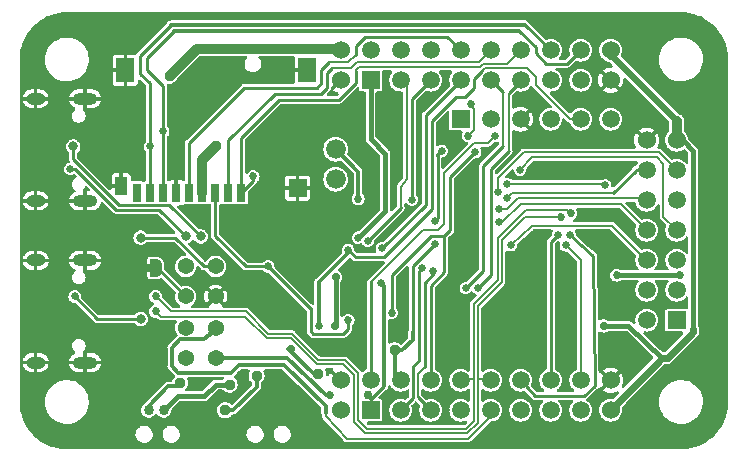
<source format=gbl>
G04 #@! TF.GenerationSoftware,KiCad,Pcbnew,(7.99.0-174-g31be74b8b3)*
G04 #@! TF.CreationDate,2023-07-10T17:09:23+02:00*
G04 #@! TF.ProjectId,HydraBus,48796472-6142-4757-932e-6b696361645f,1.0 Rev1.4*
G04 #@! TF.SameCoordinates,Original*
G04 #@! TF.FileFunction,Copper,L2,Bot*
G04 #@! TF.FilePolarity,Positive*
%FSLAX46Y46*%
G04 Gerber Fmt 4.6, Leading zero omitted, Abs format (unit mm)*
G04 Created by KiCad (PCBNEW (7.99.0-174-g31be74b8b3)) date 2023-07-10 17:09:23*
%MOMM*%
%LPD*%
G01*
G04 APERTURE LIST*
G04 Aperture macros list*
%AMFreePoly0*
4,1,19,0.500000,-0.750000,0.000000,-0.750000,0.000000,-0.744911,-0.071157,-0.744911,-0.207708,-0.704816,-0.327430,-0.627875,-0.420627,-0.520320,-0.479746,-0.390866,-0.500000,-0.250000,-0.500000,0.250000,-0.479746,0.390866,-0.420627,0.520320,-0.327430,0.627875,-0.207708,0.704816,-0.071157,0.744911,0.000000,0.744911,0.000000,0.750000,0.500000,0.750000,0.500000,-0.750000,0.500000,-0.750000,
$1*%
%AMFreePoly1*
4,1,19,0.000000,0.744911,0.071157,0.744911,0.207708,0.704816,0.327430,0.627875,0.420627,0.520320,0.479746,0.390866,0.500000,0.250000,0.500000,-0.250000,0.479746,-0.390866,0.420627,-0.520320,0.327430,-0.627875,0.207708,-0.704816,0.071157,-0.744911,0.000000,-0.744911,0.000000,-0.750000,-0.500000,-0.750000,-0.500000,0.750000,0.000000,0.750000,0.000000,0.744911,0.000000,0.744911,
$1*%
G04 Aperture macros list end*
G04 #@! TA.AperFunction,SMDPad,CuDef*
%ADD10FreePoly0,180.000000*%
G04 #@! TD*
G04 #@! TA.AperFunction,SMDPad,CuDef*
%ADD11FreePoly1,180.000000*%
G04 #@! TD*
G04 #@! TA.AperFunction,ComponentPad*
%ADD12C,1.371600*%
G04 #@! TD*
G04 #@! TA.AperFunction,ComponentPad*
%ADD13O,1.600000X1.000000*%
G04 #@! TD*
G04 #@! TA.AperFunction,ComponentPad*
%ADD14O,2.100000X1.000000*%
G04 #@! TD*
G04 #@! TA.AperFunction,ComponentPad*
%ADD15C,1.524000*%
G04 #@! TD*
G04 #@! TA.AperFunction,ComponentPad*
%ADD16C,1.500000*%
G04 #@! TD*
G04 #@! TA.AperFunction,ComponentPad*
%ADD17R,1.500000X1.500000*%
G04 #@! TD*
G04 #@! TA.AperFunction,ComponentPad*
%ADD18C,1.676400*%
G04 #@! TD*
G04 #@! TA.AperFunction,SMDPad,CuDef*
%ADD19R,1.524000X2.032000*%
G04 #@! TD*
G04 #@! TA.AperFunction,SMDPad,CuDef*
%ADD20R,1.524000X1.524000*%
G04 #@! TD*
G04 #@! TA.AperFunction,SMDPad,CuDef*
%ADD21R,1.016000X1.524000*%
G04 #@! TD*
G04 #@! TA.AperFunction,SMDPad,CuDef*
%ADD22R,0.762000X1.524000*%
G04 #@! TD*
G04 #@! TA.AperFunction,ViaPad*
%ADD23C,0.812800*%
G04 #@! TD*
G04 #@! TA.AperFunction,ViaPad*
%ADD24C,0.711200*%
G04 #@! TD*
G04 #@! TA.AperFunction,ViaPad*
%ADD25C,0.855600*%
G04 #@! TD*
G04 #@! TA.AperFunction,ViaPad*
%ADD26C,0.955600*%
G04 #@! TD*
G04 #@! TA.AperFunction,ViaPad*
%ADD27C,0.635000*%
G04 #@! TD*
G04 #@! TA.AperFunction,ViaPad*
%ADD28C,0.650000*%
G04 #@! TD*
G04 #@! TA.AperFunction,ViaPad*
%ADD29C,0.685800*%
G04 #@! TD*
G04 #@! TA.AperFunction,ViaPad*
%ADD30C,0.755600*%
G04 #@! TD*
G04 #@! TA.AperFunction,Conductor*
%ADD31C,0.254000*%
G04 #@! TD*
G04 #@! TA.AperFunction,Conductor*
%ADD32C,0.406400*%
G04 #@! TD*
G04 #@! TA.AperFunction,Conductor*
%ADD33C,0.304800*%
G04 #@! TD*
G04 #@! TA.AperFunction,Conductor*
%ADD34C,0.812800*%
G04 #@! TD*
G04 #@! TA.AperFunction,Conductor*
%ADD35C,0.203200*%
G04 #@! TD*
G04 #@! TA.AperFunction,Conductor*
%ADD36C,0.609600*%
G04 #@! TD*
G04 #@! TA.AperFunction,Conductor*
%ADD37C,0.228600*%
G04 #@! TD*
G04 APERTURE END LIST*
G36*
X159635000Y-89962000D02*
G01*
X159135000Y-89962000D01*
X159135000Y-89362000D01*
X159635000Y-89362000D01*
X159635000Y-89962000D01*
G37*
D10*
X160035000Y-89662000D03*
D11*
X158735000Y-89662000D03*
D12*
X162560000Y-92075000D03*
X165100000Y-92075000D03*
X162560000Y-89535000D03*
X165100000Y-89535000D03*
D13*
X149859587Y-75339999D03*
D14*
X154039587Y-75339999D03*
X154039587Y-83979999D03*
D13*
X149859587Y-83979999D03*
X149859587Y-97664999D03*
D14*
X154039587Y-97664999D03*
X154039587Y-89024999D03*
D13*
X149859587Y-89024999D03*
D15*
X201587100Y-78841600D03*
X198539100Y-99161600D03*
X198539100Y-73761600D03*
X198542100Y-101695600D03*
X198539100Y-71221600D03*
X204127100Y-78841600D03*
D16*
X201587100Y-81381600D03*
X204127100Y-81381600D03*
X201587100Y-83921600D03*
X204127100Y-83921600D03*
X201587100Y-86461600D03*
X204127100Y-86461600D03*
X201587100Y-89001600D03*
X204127100Y-89001600D03*
X201587100Y-91541600D03*
X204127100Y-91541600D03*
X201587100Y-94081600D03*
D17*
X204127099Y-94081599D03*
D16*
X195999100Y-99161600D03*
X195999100Y-101701600D03*
X193459100Y-99161600D03*
X193459100Y-101701600D03*
X190919100Y-99161600D03*
X190919100Y-101701600D03*
X188379100Y-99161600D03*
X188379100Y-101701600D03*
X185839100Y-99161600D03*
X185839100Y-101701600D03*
X183299100Y-99161600D03*
X183299100Y-101701600D03*
X180759100Y-99161600D03*
X180759100Y-101701600D03*
X178219100Y-99161600D03*
D17*
X178219099Y-101701599D03*
D16*
X195999100Y-71221600D03*
X195999100Y-73761600D03*
X193459100Y-71221600D03*
X193459100Y-73761600D03*
X190919100Y-71221600D03*
X190919100Y-73761600D03*
X188379100Y-71221600D03*
X188379100Y-73761600D03*
X185839100Y-71221600D03*
X185839100Y-73761600D03*
X183299100Y-71221600D03*
X183299100Y-73761600D03*
X180759100Y-71221600D03*
X180759100Y-73761600D03*
X178219100Y-71221600D03*
D17*
X178219099Y-73761599D03*
D15*
X175679100Y-71221600D03*
X175679100Y-73761600D03*
X175679100Y-99161600D03*
X175679100Y-101701600D03*
D18*
X175260000Y-79603600D03*
X175260000Y-82143600D03*
D12*
X162560000Y-97256600D03*
X165100000Y-97256600D03*
X162560000Y-94716600D03*
X165100000Y-94716600D03*
D19*
X172852099Y-72923599D03*
D20*
X172033099Y-82904599D03*
D19*
X157452099Y-72923599D03*
D21*
X157106099Y-82696599D03*
D22*
X158452099Y-83296599D03*
X159552099Y-83296599D03*
X160652099Y-83296599D03*
X161752099Y-83296599D03*
X162852099Y-83296599D03*
X163952099Y-83296599D03*
X165052099Y-83296599D03*
X166152099Y-83296599D03*
X167252099Y-83296599D03*
D16*
X198539100Y-77063600D03*
X195999100Y-77063600D03*
X193459100Y-77063600D03*
X190919100Y-77063600D03*
X188379100Y-77063600D03*
D17*
X185839099Y-77063599D03*
D23*
X151130000Y-98933000D03*
X149352000Y-99187000D03*
D24*
X197941900Y-94569200D03*
X175260000Y-90424000D03*
X175199500Y-94615000D03*
D25*
X160693100Y-101701600D03*
D26*
X166281100Y-99542600D03*
X165100000Y-79375000D03*
D23*
X186047000Y-86075300D03*
X179743100Y-100685600D03*
X200825100Y-97637600D03*
X197511300Y-81635300D03*
X155702000Y-99187000D03*
X149225000Y-74041000D03*
D27*
X197003800Y-86833900D03*
D23*
X207429100Y-76047600D03*
X170815000Y-73660000D03*
X167640000Y-87630000D03*
X207429100Y-97383600D03*
X155702000Y-72136000D03*
D27*
X198031100Y-92938600D03*
D23*
X152908000Y-94107000D03*
X180340000Y-81280000D03*
X200825100Y-76428600D03*
D27*
X184569100Y-98399600D03*
X197650100Y-88366600D03*
D23*
X163741100Y-72872600D03*
X200571100Y-103987600D03*
X200825100Y-68935600D03*
X149860000Y-95250000D03*
X180340000Y-77470000D03*
D27*
X198970900Y-95504000D03*
X184569100Y-101701600D03*
D23*
X204381100Y-75793600D03*
X156083000Y-70485000D03*
X175895000Y-84455000D03*
X163995100Y-101701600D03*
X149860000Y-86487000D03*
X149860000Y-80010000D03*
X155829000Y-88011000D03*
X204635100Y-97383600D03*
X206413100Y-87731600D03*
X163830000Y-90805000D03*
X161709100Y-76835000D03*
X154305000Y-74041000D03*
X170815000Y-89535000D03*
X170180000Y-78613000D03*
X173863000Y-83185000D03*
X156248100Y-101574600D03*
X186047000Y-87980300D03*
X149860000Y-91694000D03*
X158750000Y-87096600D03*
X155702000Y-74041000D03*
X158750000Y-93980000D03*
X160655000Y-94615000D03*
X158750000Y-95377000D03*
X158877000Y-98171000D03*
X167640000Y-92583000D03*
X172085000Y-76200000D03*
X167259000Y-90551000D03*
X173355000Y-76200000D03*
X173609000Y-78613000D03*
X207683100Y-87731600D03*
D27*
X194297300Y-89560400D03*
X198031100Y-85064600D03*
X188379100Y-104292400D03*
D23*
X174840900Y-104190800D03*
D27*
X170180000Y-92710000D03*
D23*
X180852800Y-95130900D03*
X185446300Y-79222300D03*
X196749300Y-78968300D03*
D27*
X191046100Y-92938600D03*
X189141100Y-94208600D03*
X157734000Y-79629000D03*
D23*
X180979800Y-93352900D03*
X173482000Y-90170000D03*
X171581800Y-99702900D03*
X167263800Y-98686900D03*
X163834800Y-99695000D03*
X156265600Y-102801700D03*
X178435000Y-81280000D03*
X161925000Y-80645000D03*
X156083000Y-68834000D03*
X170815000Y-85725000D03*
X149860000Y-78105000D03*
X149860000Y-93472000D03*
X149860000Y-81915000D03*
X155829000Y-85725000D03*
X151892000Y-74422000D03*
X153416000Y-85725000D03*
X150622000Y-74041000D03*
D28*
X152781000Y-81280000D03*
X153162000Y-92075000D03*
D23*
X172085000Y-94500000D03*
X173736000Y-96012000D03*
X153035000Y-79375000D03*
X163830000Y-86995000D03*
X163830000Y-88265000D03*
X162560000Y-86995000D03*
D28*
X160147000Y-104394000D03*
X160147000Y-102870000D03*
X169545000Y-102997000D03*
X169545000Y-104394000D03*
D29*
X204381100Y-90271600D03*
X199047100Y-90271600D03*
D26*
X161201100Y-73380600D03*
D27*
X176310600Y-88112700D03*
X173823800Y-94615000D03*
D26*
X168567100Y-98780600D03*
X165900100Y-101701600D03*
D27*
X190076900Y-87731700D03*
X189130500Y-85804300D03*
X184267600Y-79743200D03*
X183639000Y-85663000D03*
X183634500Y-87670800D03*
D26*
X180251100Y-96621600D03*
D24*
X171450000Y-96494600D03*
D26*
X173774100Y-98653600D03*
D27*
X189130500Y-84671800D03*
X189800800Y-83721400D03*
X189003500Y-83221800D03*
X198079400Y-82676100D03*
X189800800Y-82553400D03*
X190862000Y-81329300D03*
X187068500Y-79856100D03*
D29*
X176314100Y-94081600D03*
X179997100Y-93446600D03*
D28*
X169545000Y-89535000D03*
D29*
X186728100Y-75793600D03*
X186474100Y-78460600D03*
X168275000Y-81915000D03*
D27*
X188773000Y-78458900D03*
D29*
X195162175Y-85040475D03*
X160020000Y-92075000D03*
X194297300Y-85369400D03*
X160020000Y-93345000D03*
D27*
X195093800Y-86858600D03*
X194073000Y-86869300D03*
X194739700Y-87743800D03*
D28*
X159552100Y-79375000D03*
X160655000Y-78105000D03*
D27*
X187297300Y-91363700D03*
X186270100Y-91363700D03*
X183484600Y-89897700D03*
X182610300Y-89622300D03*
X179093000Y-90955300D03*
D29*
X174790100Y-100431600D03*
D30*
X177965100Y-100431600D03*
D27*
X179160800Y-87982500D03*
X181699800Y-83866500D03*
X177975800Y-87372400D03*
X177151800Y-87085700D03*
D29*
X177165000Y-83820000D03*
D26*
X162090100Y-99415600D03*
D25*
X159423100Y-101701600D03*
D31*
X158750000Y-93980000D02*
X156083000Y-93980000D01*
X156083000Y-93980000D02*
X155067000Y-93980000D01*
X155067000Y-93980000D02*
X153162000Y-92075000D01*
X160309400Y-84744400D02*
X157480000Y-84744400D01*
X157480000Y-84744400D02*
X156696766Y-84744400D01*
X156696766Y-84744400D02*
X153232366Y-81280000D01*
X153232366Y-81280000D02*
X152781000Y-81280000D01*
X156210000Y-83629300D02*
X153035000Y-80454300D01*
X153035000Y-80454300D02*
X153035000Y-79375000D01*
X160035000Y-89662000D02*
X160147000Y-89662000D01*
X160147000Y-89662000D02*
X162560000Y-92075000D01*
D32*
X175199500Y-94615000D02*
X175260000Y-94554500D01*
X175260000Y-94554500D02*
X175260000Y-90424000D01*
D33*
X173823800Y-91948000D02*
X173823800Y-90844200D01*
X173823800Y-91948000D02*
X173823800Y-94615000D01*
X173823800Y-90844200D02*
X176310600Y-88357400D01*
X176310600Y-88357400D02*
X176310600Y-88112700D01*
X171107100Y-97256600D02*
X165100000Y-97256600D01*
X164515800Y-95300800D02*
X164109400Y-95707200D01*
X170853100Y-97891600D02*
X174409100Y-101320600D01*
X164109400Y-95707200D02*
X162102800Y-95707200D01*
X161378900Y-97980500D02*
X161925000Y-98526600D01*
X162102800Y-95707200D02*
X161378900Y-96431100D01*
X166418311Y-98526600D02*
X167053311Y-97891600D01*
X167053311Y-97891600D02*
X170853100Y-97891600D01*
X161378900Y-96431100D02*
X161378900Y-97980500D01*
X161925000Y-98526600D02*
X166418311Y-98526600D01*
X174409100Y-101320600D02*
X174409100Y-101955600D01*
D34*
X165100000Y-79375000D02*
X163952100Y-80522900D01*
X163952100Y-80522900D02*
X163952100Y-83296600D01*
D35*
X187286900Y-92885250D02*
X189318900Y-90853250D01*
X187286900Y-99034600D02*
X187286900Y-92885250D01*
X194245225Y-85317325D02*
X194297300Y-85369400D01*
X194882775Y-84761075D02*
X195162175Y-85040475D01*
X194245225Y-85317325D02*
X191298825Y-85317325D01*
X191352175Y-84761075D02*
X194882775Y-84761075D01*
X189318900Y-87297250D02*
X191298825Y-85317325D01*
X188963300Y-87149950D02*
X191352175Y-84761075D01*
X189318900Y-90853250D02*
X189318900Y-87297250D01*
X188963300Y-90705950D02*
X188963300Y-87149950D01*
X186931300Y-92737950D02*
X188963300Y-90705950D01*
X186931300Y-98425000D02*
X186931300Y-92737950D01*
X186931300Y-99034600D02*
X186931300Y-98425000D01*
X186931300Y-102643950D02*
X186931300Y-99695000D01*
X186931300Y-99695000D02*
X186931300Y-99034600D01*
X186931300Y-98425000D02*
X186931300Y-99695000D01*
X187286900Y-102791250D02*
X187286900Y-99034600D01*
X186420750Y-103657400D02*
X187286900Y-102791250D01*
X176771300Y-102664250D02*
X177764450Y-103657400D01*
X175864525Y-97820475D02*
X176771300Y-98727250D01*
X169412106Y-95620000D02*
X167568906Y-93776800D01*
X177764450Y-103657400D02*
X186420750Y-103657400D01*
X167568906Y-93776800D02*
X160451800Y-93776800D01*
X161290000Y-93345000D02*
X160020000Y-92075000D01*
X176771300Y-98727250D02*
X176771300Y-102664250D01*
X167640000Y-93345000D02*
X169555000Y-95260000D01*
X167640000Y-93345000D02*
X161290000Y-93345000D01*
X176034875Y-97464875D02*
X177126900Y-98556900D01*
X169555000Y-95260000D02*
X171592894Y-95260000D01*
X171592894Y-95260000D02*
X173797769Y-97464875D01*
X173797769Y-97464875D02*
X176034875Y-97464875D01*
X177126900Y-102516950D02*
X177911750Y-103301800D01*
X171450000Y-95620000D02*
X173650475Y-97820475D01*
X177911750Y-103301800D02*
X186273450Y-103301800D01*
X173650475Y-97820475D02*
X175864525Y-97820475D01*
X177126900Y-98556900D02*
X177126900Y-102516950D01*
X160451800Y-93776800D02*
X160020000Y-93345000D01*
X169412106Y-95620000D02*
X171450000Y-95620000D01*
X186273450Y-103301800D02*
X186931300Y-102643950D01*
D31*
X158750000Y-87096600D02*
X161691732Y-87096600D01*
X161691732Y-87096600D02*
X164130132Y-89535000D01*
X164130132Y-89535000D02*
X165100000Y-89535000D01*
X162560000Y-86995000D02*
X160309400Y-84744400D01*
X165052100Y-83296600D02*
X165052100Y-86947100D01*
X165052100Y-86947100D02*
X167640000Y-89535000D01*
X167640000Y-89535000D02*
X169545000Y-89535000D01*
X163830000Y-86995000D02*
X161173000Y-84338000D01*
X161173000Y-84338000D02*
X156918700Y-84338000D01*
X156918700Y-84338000D02*
X156210000Y-83629300D01*
X173139100Y-93065600D02*
X173139100Y-93980000D01*
X173139100Y-93980000D02*
X173139100Y-95034100D01*
X169545000Y-89535000D02*
X173139100Y-93129100D01*
X168275000Y-81915000D02*
X168275000Y-82273700D01*
X168275000Y-82273700D02*
X167252100Y-83296600D01*
X161709100Y-83253600D02*
X161752100Y-83296600D01*
X166152100Y-83296600D02*
X166152100Y-78843600D01*
X174663100Y-72237600D02*
X174028100Y-72872600D01*
X174028100Y-72872600D02*
X174028100Y-74015600D01*
X174028100Y-74015600D02*
X173647100Y-74396600D01*
X173647100Y-74396600D02*
X167538400Y-74396600D01*
X167538400Y-74396600D02*
X162852100Y-79082900D01*
X162852100Y-79082900D02*
X162852100Y-83296600D01*
D33*
X164515800Y-95300800D02*
X164625932Y-95190668D01*
D31*
X165100000Y-94716600D02*
X164515800Y-95300800D01*
D32*
X178219100Y-73761600D02*
X178219100Y-78740000D01*
X179461350Y-84846350D02*
X179461350Y-79982250D01*
X179461350Y-79982250D02*
X178219100Y-78740000D01*
X179461350Y-84846350D02*
X177428200Y-86879500D01*
X177428200Y-86879500D02*
X177151800Y-87085700D01*
D31*
X173355000Y-95250000D02*
X175895000Y-95250000D01*
X176314100Y-94830900D02*
X176314100Y-94081600D01*
X173139100Y-95034100D02*
X173355000Y-95250000D01*
X175895000Y-95250000D02*
X176314100Y-94830900D01*
D33*
X177165000Y-83820000D02*
X177165000Y-81508600D01*
X177165000Y-81508600D02*
X175260000Y-79603600D01*
D32*
X204127100Y-78841600D02*
X204635100Y-78841600D01*
X204635100Y-78841600D02*
X205524100Y-79730600D01*
D36*
X198542100Y-101695600D02*
X198545100Y-101695600D01*
X198545100Y-101695600D02*
X202857100Y-97256600D01*
D34*
X198539100Y-71221600D02*
X198539100Y-71602600D01*
D36*
X198539100Y-71602600D02*
X204127100Y-77190600D01*
D34*
X204127100Y-77190600D02*
X204127100Y-78841600D01*
D32*
X202857100Y-97256600D02*
X200042700Y-94569200D01*
X200042700Y-94569200D02*
X197941900Y-94569200D01*
X205524100Y-94843600D02*
X205524100Y-79730600D01*
D36*
X202857100Y-97256600D02*
X203365100Y-97256600D01*
X203365100Y-97256600D02*
X205524100Y-95097600D01*
X205524100Y-94843600D02*
X205524100Y-95097600D01*
D32*
X161120899Y-101273801D02*
X161120899Y-101269101D01*
X160693100Y-101701600D02*
X161120899Y-101273801D01*
X161120899Y-101269101D02*
X161870000Y-100520000D01*
X165107400Y-99542600D02*
X164130000Y-100520000D01*
X166281100Y-99542600D02*
X165107400Y-99542600D01*
X161870000Y-100520000D02*
X164130000Y-100520000D01*
X204381100Y-90271600D02*
X199047100Y-90271600D01*
D34*
X163487100Y-71094600D02*
X161201100Y-73380600D01*
X163487100Y-71094600D02*
X175552100Y-71094600D01*
X175552100Y-71094600D02*
X175679100Y-71221600D01*
D35*
X195110100Y-77063600D02*
X192189100Y-74142600D01*
X192189100Y-74142600D02*
X192189100Y-73507600D01*
X192189100Y-73507600D02*
X191427100Y-72745600D01*
X191427100Y-72745600D02*
X187871100Y-72745600D01*
X187871100Y-72745600D02*
X187617100Y-72999600D01*
D31*
X176945500Y-88747600D02*
X176310600Y-88112700D01*
X176945500Y-88747600D02*
X179362100Y-88747600D01*
X179362100Y-88747600D02*
X183426100Y-84683600D01*
X183426100Y-84683600D02*
X183426100Y-77190600D01*
X183426100Y-77190600D02*
X185458100Y-75158600D01*
X185458100Y-75158600D02*
X186220100Y-75158600D01*
X186220100Y-75158600D02*
X186982100Y-74396600D01*
X186982100Y-74396600D02*
X186982100Y-73634600D01*
X186982100Y-73634600D02*
X187617100Y-72999600D01*
D35*
X195999100Y-77063600D02*
X195110100Y-77063600D01*
D33*
X168567100Y-99456311D02*
X168567100Y-98780600D01*
X168567100Y-99710311D02*
X168567100Y-99456311D01*
X166575811Y-101701600D02*
X168567100Y-99710311D01*
X165900100Y-101701600D02*
X166575811Y-101701600D01*
D35*
X191848900Y-86080700D02*
X190076900Y-87731700D01*
X191848900Y-86080700D02*
X198646000Y-86080700D01*
X201587100Y-89001600D02*
X201566900Y-89001600D01*
X201566900Y-89001600D02*
X198646000Y-86080700D01*
X201587100Y-86461600D02*
X199390100Y-84264600D01*
X199390100Y-84264600D02*
X190924200Y-84264600D01*
X190924200Y-84264600D02*
X189384500Y-85804300D01*
X189384500Y-85804300D02*
X189130500Y-85804300D01*
D31*
X183639000Y-85663000D02*
X183883300Y-85418700D01*
X183883300Y-85418700D02*
X183883300Y-80213200D01*
D33*
X183883300Y-80213200D02*
X183883300Y-80127500D01*
X183883300Y-80127500D02*
X184267600Y-79743200D01*
D31*
X181775100Y-89530200D02*
X183634500Y-87670800D01*
X181775100Y-89530200D02*
X181775100Y-95097600D01*
D33*
X171234100Y-96494600D02*
X173393100Y-98653600D01*
X173774100Y-98653600D02*
X173393100Y-98653600D01*
X180251100Y-96621600D02*
X180251100Y-98653600D01*
X180251100Y-98653600D02*
X180759100Y-99161600D01*
X180251100Y-96621600D02*
X180886100Y-96621600D01*
X180886100Y-96621600D02*
X181775100Y-95732600D01*
X181775100Y-95732600D02*
X181775100Y-95097600D01*
D35*
X189130500Y-84671800D02*
X189787900Y-84671800D01*
X189787900Y-84671800D02*
X190715900Y-83743800D01*
X190715900Y-83743800D02*
X201307700Y-83743800D01*
X201307700Y-83743800D02*
X201587100Y-83921600D01*
X198755700Y-83330300D02*
X190191900Y-83330300D01*
X190191900Y-83330300D02*
X189800800Y-83721400D01*
D31*
X201587100Y-81381600D02*
X200653600Y-81381600D01*
X200653600Y-81381600D02*
X200653600Y-81432400D01*
X200653600Y-81432400D02*
X198755700Y-83330300D01*
D35*
X189003500Y-83221800D02*
X189003500Y-82027200D01*
X189003500Y-82027200D02*
X191173100Y-79857600D01*
X202603100Y-79857600D02*
X204127100Y-81381600D01*
X202603100Y-79857600D02*
X191173100Y-79857600D01*
X198079400Y-82676100D02*
X197956700Y-82553400D01*
X197956700Y-82553400D02*
X189800800Y-82553400D01*
X204127100Y-86461600D02*
X203007200Y-85341700D01*
X203007200Y-85341700D02*
X203007200Y-80868600D01*
X203007200Y-80868600D02*
X202440100Y-80301500D01*
X202440100Y-80301500D02*
X191889800Y-80301500D01*
X191889800Y-80301500D02*
X190862000Y-81329300D01*
D31*
X183299100Y-99161600D02*
X183299100Y-91160600D01*
X179997100Y-90271600D02*
X179997100Y-93446600D01*
X183299100Y-86969600D02*
X179997100Y-90271600D01*
X184960300Y-86451400D02*
X184950100Y-86080600D01*
X184950100Y-86080600D02*
X184950100Y-81949100D01*
X183299100Y-86969600D02*
X184442100Y-86969600D01*
X184442100Y-86969600D02*
X184960300Y-86451400D01*
X183299100Y-91160600D02*
X184442100Y-90017600D01*
X184442100Y-90017600D02*
X184442100Y-86969600D01*
X184950100Y-81949100D02*
X184975500Y-81949100D01*
X184975500Y-81949100D02*
X187068500Y-79856100D01*
D35*
X174663100Y-72237600D02*
X176314100Y-72237600D01*
X176314100Y-72237600D02*
X176949100Y-71602600D01*
D31*
X176949100Y-71602600D02*
X176949100Y-70840600D01*
X176949100Y-70840600D02*
X177711100Y-70078600D01*
X177711100Y-70078600D02*
X184696100Y-70078600D01*
X184696100Y-70078600D02*
X185839100Y-71221600D01*
D35*
X186728100Y-75793600D02*
X186728100Y-75920600D01*
X186728100Y-75920600D02*
X186982100Y-76174600D01*
X186982100Y-76174600D02*
X186982100Y-77952600D01*
X186982100Y-77952600D02*
X186474100Y-78460600D01*
D31*
X166152100Y-78843600D02*
X170091100Y-74904600D01*
X170091100Y-74904600D02*
X174028100Y-74904600D01*
X174028100Y-74904600D02*
X174536100Y-74396600D01*
X174536100Y-74396600D02*
X174536100Y-73126600D01*
X174536100Y-73126600D02*
X174917100Y-72745600D01*
D35*
X174917100Y-72745600D02*
X176568100Y-72745600D01*
X177076100Y-72237600D02*
X187363100Y-72237600D01*
X187363100Y-72237600D02*
X188379100Y-71221600D01*
X176568100Y-72745600D02*
X177076100Y-72237600D01*
D31*
X170472100Y-75412600D02*
X175552100Y-75412600D01*
X175552100Y-75412600D02*
X176949100Y-74015600D01*
X176949100Y-74015600D02*
X176949100Y-72999600D01*
X167252100Y-83296600D02*
X167252100Y-78632600D01*
X167252100Y-78632600D02*
X170472100Y-75412600D01*
D35*
X176949100Y-72999600D02*
X176949100Y-72872600D01*
X176949100Y-72872600D02*
X177203100Y-72618600D01*
X177203100Y-72618600D02*
X187490100Y-72618600D01*
X187490100Y-72618600D02*
X187744100Y-72364600D01*
X187744100Y-72364600D02*
X189776100Y-72364600D01*
X189776100Y-72364600D02*
X190919100Y-71221600D01*
X184432500Y-81634800D02*
X184432500Y-85898300D01*
X184432500Y-85898300D02*
X183889800Y-86441000D01*
X183889800Y-86441000D02*
X182667300Y-86441000D01*
X182667300Y-86441000D02*
X178219100Y-90889200D01*
D31*
X178219100Y-90889200D02*
X178219100Y-99161600D01*
D35*
X184432500Y-81634800D02*
X184442900Y-81634800D01*
X184442900Y-81634800D02*
X186982100Y-79095600D01*
X186982100Y-79095600D02*
X188136300Y-79095600D01*
X188136300Y-79095600D02*
X188773000Y-78458900D01*
X185966100Y-99034600D02*
X186931300Y-99034600D01*
X185966100Y-99034600D02*
X185839100Y-99161600D01*
X188379100Y-99161600D02*
X188175900Y-99034600D01*
X188175900Y-99034600D02*
X187286900Y-99034600D01*
D31*
X190919100Y-99161600D02*
X192112900Y-100482400D01*
X192112900Y-100482400D02*
X196269500Y-100482400D01*
X196269500Y-100482400D02*
X197199100Y-99679800D01*
X197199100Y-99679800D02*
X197072100Y-88684500D01*
X197072100Y-88684500D02*
X195093800Y-86858600D01*
X193459100Y-99161600D02*
X193459100Y-87483200D01*
X193459100Y-87483200D02*
X194073000Y-86869300D01*
D35*
X195999100Y-99161600D02*
X195999100Y-89003200D01*
X195999100Y-89003200D02*
X194739700Y-87743800D01*
D31*
X159552100Y-83296600D02*
X159552100Y-81897900D01*
X159552100Y-74017600D02*
X158661100Y-73253600D01*
X158661100Y-73253600D02*
X158661100Y-71729600D01*
X158661100Y-71729600D02*
X161328100Y-69062600D01*
D33*
X161328100Y-69062600D02*
X191300100Y-69062600D01*
D31*
X191300100Y-69062600D02*
X193459100Y-71221600D01*
X159552100Y-81897900D02*
X159552100Y-74017600D01*
X160652100Y-83296600D02*
X160652100Y-82097900D01*
X160652100Y-74228600D02*
X159296100Y-72872600D01*
X159296100Y-72872600D02*
X159296100Y-71856600D01*
X159296100Y-71856600D02*
X161582100Y-69570600D01*
D33*
X161582100Y-69570600D02*
X190792100Y-69570600D01*
D31*
X190792100Y-69570600D02*
X192189100Y-70967600D01*
X192189100Y-70967600D02*
X192189100Y-71475600D01*
X192189100Y-71475600D02*
X193078100Y-72364600D01*
X193078100Y-72364600D02*
X194856100Y-72364600D01*
X194856100Y-72364600D02*
X195999100Y-71221600D01*
X160652100Y-82097900D02*
X160652100Y-74228600D01*
X187297300Y-91363700D02*
X187297300Y-91353400D01*
X187297300Y-91353400D02*
X188379100Y-90271600D01*
X188379100Y-90271600D02*
X188379100Y-81254600D01*
X188379100Y-81254600D02*
X189903100Y-79730600D01*
D35*
X189903100Y-79730600D02*
X189903100Y-74885800D01*
D31*
X190919100Y-73761600D02*
X190919100Y-73869800D01*
X190919100Y-73869800D02*
X189903100Y-74885800D01*
X187758600Y-80986100D02*
X187758600Y-89875200D01*
X186270100Y-91363700D02*
X186271000Y-91363700D01*
X186271000Y-91363700D02*
X186271000Y-91362800D01*
X186271000Y-91362800D02*
X187758600Y-89875200D01*
X187758600Y-80986100D02*
X189395100Y-79349600D01*
D35*
X189395100Y-79349600D02*
X189395100Y-74777600D01*
D31*
X189395100Y-74777600D02*
X188379100Y-73761600D01*
D35*
X176187100Y-104114600D02*
X186474100Y-104114600D01*
X186474100Y-104114600D02*
X188379100Y-102209600D01*
X188379100Y-102209600D02*
X188379100Y-101701600D01*
X174409100Y-101955600D02*
X174409100Y-102209600D01*
X174409100Y-102209600D02*
X176187100Y-104114600D01*
D37*
X183299100Y-101701600D02*
X182212600Y-100615100D01*
D35*
X182212600Y-100615100D02*
X182212600Y-98597100D01*
D31*
X183484600Y-89897700D02*
X183484600Y-90213100D01*
X183484600Y-90213100D02*
X182791100Y-90906600D01*
X182791100Y-90906600D02*
X182791100Y-98018600D01*
D35*
X182791100Y-98018600D02*
X182212600Y-98597100D01*
D37*
X180759100Y-101701600D02*
X181819600Y-100641100D01*
X181819600Y-100641100D02*
X181819600Y-98033000D01*
D31*
X182283100Y-97510600D02*
X182283100Y-89949500D01*
X182283100Y-89949500D02*
X182610300Y-89622300D01*
X181819600Y-98033000D02*
X181819600Y-97974100D01*
X181819600Y-97974100D02*
X182283100Y-97510600D01*
X178219100Y-100768100D02*
X179347000Y-99640200D01*
X178219100Y-101701600D02*
X178219100Y-100768100D01*
D33*
X177965100Y-100431600D02*
X177882600Y-100431600D01*
X177882600Y-100431600D02*
X178219100Y-100768100D01*
X174409100Y-100431600D02*
X174790100Y-100431600D01*
X174409100Y-100431600D02*
X171107100Y-97256600D01*
X179347000Y-99640200D02*
X179347000Y-91209300D01*
X179347000Y-91209300D02*
X179093000Y-90955300D01*
D31*
X185839100Y-73761600D02*
X182918100Y-76682600D01*
X182918100Y-84048600D02*
X182918100Y-76682600D01*
X182918100Y-84048600D02*
X182918100Y-84352200D01*
X182918100Y-84352200D02*
X179160800Y-87982500D01*
D32*
X183299100Y-73761600D02*
X182918100Y-74142600D01*
X181728100Y-83866500D02*
X181699800Y-83866500D01*
D31*
X181728100Y-83866500D02*
X181728100Y-75332600D01*
X181728100Y-75332600D02*
X182918100Y-74142600D01*
X180759100Y-84512900D02*
X180759100Y-84589100D01*
X180759100Y-84589100D02*
X177975800Y-87372400D01*
D35*
X180759100Y-82778600D02*
X180759100Y-84512900D01*
X181267100Y-82143600D02*
X180759100Y-82778600D01*
X181267100Y-74269600D02*
X181267100Y-82143600D01*
X180759100Y-73761600D02*
X181267100Y-74269600D01*
D33*
X159423100Y-101701600D02*
X159423100Y-101320600D01*
X159423100Y-101320600D02*
X161074100Y-99669600D01*
X161074100Y-99669600D02*
X161836100Y-99669600D01*
X161836100Y-99669600D02*
X162090100Y-99415600D01*
G04 #@! TA.AperFunction,Conductor*
G36*
X189033805Y-78975629D02*
G01*
X189074923Y-79020998D01*
X189089800Y-79080392D01*
X189089800Y-79135030D01*
X189080209Y-79183248D01*
X189052897Y-79224122D01*
X187916296Y-80360723D01*
X187538866Y-80738153D01*
X187530766Y-80745575D01*
X187509807Y-80763162D01*
X187509802Y-80763167D01*
X187501361Y-80770251D01*
X187495850Y-80779794D01*
X187495847Y-80779799D01*
X187482170Y-80803487D01*
X187476270Y-80812749D01*
X187468947Y-80823208D01*
X187454260Y-80844184D01*
X187451408Y-80854824D01*
X187449830Y-80858209D01*
X187448556Y-80861709D01*
X187443049Y-80871249D01*
X187441135Y-80882100D01*
X187441134Y-80882105D01*
X187436383Y-80909046D01*
X187434006Y-80919771D01*
X187426927Y-80946190D01*
X187426926Y-80946193D01*
X187424076Y-80956833D01*
X187425036Y-80967807D01*
X187425036Y-80967809D01*
X187427421Y-80995068D01*
X187427900Y-81006049D01*
X187427900Y-89686030D01*
X187418309Y-89734248D01*
X187390995Y-89775125D01*
X186363943Y-90802176D01*
X186323066Y-90829490D01*
X186276218Y-90838808D01*
X186270100Y-90838003D01*
X186261912Y-90839081D01*
X186142229Y-90854837D01*
X186142222Y-90854838D01*
X186134040Y-90855916D01*
X186126414Y-90859074D01*
X186126409Y-90859076D01*
X186014881Y-90905272D01*
X186014874Y-90905275D01*
X186007252Y-90908433D01*
X186000707Y-90913454D01*
X186000700Y-90913459D01*
X185904921Y-90986953D01*
X185904917Y-90986956D01*
X185898376Y-90991976D01*
X185893356Y-90998517D01*
X185893353Y-90998521D01*
X185819859Y-91094300D01*
X185819854Y-91094307D01*
X185814833Y-91100852D01*
X185811675Y-91108474D01*
X185811672Y-91108481D01*
X185765476Y-91220009D01*
X185765474Y-91220014D01*
X185762316Y-91227640D01*
X185761238Y-91235822D01*
X185761237Y-91235829D01*
X185747794Y-91337942D01*
X185744403Y-91363700D01*
X185745481Y-91371888D01*
X185761237Y-91491570D01*
X185761238Y-91491575D01*
X185762316Y-91499760D01*
X185765474Y-91507385D01*
X185765476Y-91507391D01*
X185811672Y-91618919D01*
X185811674Y-91618922D01*
X185814833Y-91626549D01*
X185819860Y-91633100D01*
X185819861Y-91633102D01*
X185893349Y-91728873D01*
X185898376Y-91735424D01*
X185904926Y-91740450D01*
X185991617Y-91806971D01*
X186007251Y-91818967D01*
X186014879Y-91822126D01*
X186014880Y-91822127D01*
X186126408Y-91868323D01*
X186126409Y-91868323D01*
X186134040Y-91871484D01*
X186270100Y-91889397D01*
X186406160Y-91871484D01*
X186532949Y-91818967D01*
X186641824Y-91735424D01*
X186683739Y-91680799D01*
X186727971Y-91644498D01*
X186783700Y-91631504D01*
X186839429Y-91644498D01*
X186883660Y-91680799D01*
X186925576Y-91735424D01*
X186932126Y-91740450D01*
X187018817Y-91806971D01*
X187034451Y-91818967D01*
X187080797Y-91838164D01*
X187131812Y-91859295D01*
X187180994Y-91895770D01*
X187207174Y-91951122D01*
X187204170Y-92012280D01*
X187172690Y-92064799D01*
X186752681Y-92484808D01*
X186749920Y-92487210D01*
X186744129Y-92490095D01*
X186736272Y-92498712D01*
X186736267Y-92498717D01*
X186712376Y-92524924D01*
X186708366Y-92529124D01*
X186695417Y-92542074D01*
X186692135Y-92546862D01*
X186691544Y-92547575D01*
X186687740Y-92551947D01*
X186675098Y-92565816D01*
X186675094Y-92565822D01*
X186667233Y-92574446D01*
X186663017Y-92585327D01*
X186658958Y-92591883D01*
X186656889Y-92595808D01*
X186653772Y-92602867D01*
X186647176Y-92612497D01*
X186644503Y-92623859D01*
X186644501Y-92623865D01*
X186640962Y-92638912D01*
X186635803Y-92655571D01*
X186630218Y-92669988D01*
X186630216Y-92669995D01*
X186626000Y-92680880D01*
X186626000Y-92692555D01*
X186624580Y-92700152D01*
X186624072Y-92704528D01*
X186623715Y-92712244D01*
X186621043Y-92723606D01*
X186622655Y-92735162D01*
X186622655Y-92735165D01*
X186624792Y-92750481D01*
X186626000Y-92767889D01*
X186626000Y-98307239D01*
X186606452Y-98374649D01*
X186553872Y-98421142D01*
X186484576Y-98432291D01*
X186420067Y-98404638D01*
X186376301Y-98368720D01*
X186376294Y-98368715D01*
X186371511Y-98364790D01*
X186205831Y-98276232D01*
X186199910Y-98274436D01*
X186199908Y-98274435D01*
X186031980Y-98223495D01*
X186031976Y-98223494D01*
X186026058Y-98221699D01*
X186019902Y-98221092D01*
X186019894Y-98221091D01*
X185845263Y-98203892D01*
X185839100Y-98203285D01*
X185832937Y-98203892D01*
X185658305Y-98221091D01*
X185658295Y-98221092D01*
X185652142Y-98221699D01*
X185646225Y-98223493D01*
X185646219Y-98223495D01*
X185478291Y-98274435D01*
X185478285Y-98274437D01*
X185472369Y-98276232D01*
X185466911Y-98279149D01*
X185466907Y-98279151D01*
X185313980Y-98360893D01*
X185306689Y-98364790D01*
X185301910Y-98368711D01*
X185301904Y-98368716D01*
X185166248Y-98480046D01*
X185166242Y-98480051D01*
X185161469Y-98483969D01*
X185157551Y-98488742D01*
X185157546Y-98488748D01*
X185046216Y-98624404D01*
X185046211Y-98624410D01*
X185042290Y-98629189D01*
X185039372Y-98634647D01*
X185039372Y-98634648D01*
X184956651Y-98789407D01*
X184956649Y-98789411D01*
X184953732Y-98794869D01*
X184951937Y-98800785D01*
X184951935Y-98800791D01*
X184900995Y-98968719D01*
X184900993Y-98968725D01*
X184899199Y-98974642D01*
X184898592Y-98980795D01*
X184898591Y-98980805D01*
X184885484Y-99113891D01*
X184880785Y-99161600D01*
X184881392Y-99167763D01*
X184898591Y-99342394D01*
X184898592Y-99342402D01*
X184899199Y-99348558D01*
X184900994Y-99354476D01*
X184900995Y-99354480D01*
X184931839Y-99456159D01*
X184953732Y-99528331D01*
X185042290Y-99694011D01*
X185046215Y-99698794D01*
X185046216Y-99698795D01*
X185146070Y-99820468D01*
X185161469Y-99839231D01*
X185306689Y-99958410D01*
X185472369Y-100046968D01*
X185652142Y-100101501D01*
X185839100Y-100119915D01*
X186026058Y-100101501D01*
X186205831Y-100046968D01*
X186371511Y-99958410D01*
X186379351Y-99951976D01*
X186420067Y-99918562D01*
X186484576Y-99890909D01*
X186553872Y-99902058D01*
X186606452Y-99948551D01*
X186626000Y-100015961D01*
X186626000Y-100847239D01*
X186606452Y-100914649D01*
X186553872Y-100961142D01*
X186484576Y-100972291D01*
X186420067Y-100944638D01*
X186376301Y-100908720D01*
X186376291Y-100908713D01*
X186371511Y-100904790D01*
X186205831Y-100816232D01*
X186199910Y-100814436D01*
X186199908Y-100814435D01*
X186031980Y-100763495D01*
X186031976Y-100763494D01*
X186026058Y-100761699D01*
X186019902Y-100761092D01*
X186019894Y-100761091D01*
X185845263Y-100743892D01*
X185839100Y-100743285D01*
X185832937Y-100743892D01*
X185658305Y-100761091D01*
X185658295Y-100761092D01*
X185652142Y-100761699D01*
X185646225Y-100763493D01*
X185646219Y-100763495D01*
X185478291Y-100814435D01*
X185478285Y-100814437D01*
X185472369Y-100816232D01*
X185466911Y-100819149D01*
X185466907Y-100819151D01*
X185312670Y-100901593D01*
X185306689Y-100904790D01*
X185301910Y-100908711D01*
X185301904Y-100908716D01*
X185166248Y-101020046D01*
X185166242Y-101020051D01*
X185161469Y-101023969D01*
X185157551Y-101028742D01*
X185157546Y-101028748D01*
X185046216Y-101164404D01*
X185046211Y-101164410D01*
X185042290Y-101169189D01*
X185039372Y-101174647D01*
X185039372Y-101174648D01*
X184956651Y-101329407D01*
X184956649Y-101329411D01*
X184953732Y-101334869D01*
X184951937Y-101340785D01*
X184951935Y-101340791D01*
X184900995Y-101508719D01*
X184900993Y-101508725D01*
X184899199Y-101514642D01*
X184898592Y-101520795D01*
X184898591Y-101520805D01*
X184886281Y-101645795D01*
X184880785Y-101701600D01*
X184881392Y-101707763D01*
X184898591Y-101882394D01*
X184898592Y-101882402D01*
X184899199Y-101888558D01*
X184900994Y-101894476D01*
X184900995Y-101894480D01*
X184951515Y-102061022D01*
X184953732Y-102068331D01*
X185042290Y-102234011D01*
X185046215Y-102238794D01*
X185046216Y-102238795D01*
X185132139Y-102343493D01*
X185161469Y-102379231D01*
X185306689Y-102498410D01*
X185472369Y-102586968D01*
X185652142Y-102641501D01*
X185839100Y-102659915D01*
X186026058Y-102641501D01*
X186205831Y-102586968D01*
X186211294Y-102584047D01*
X186217006Y-102581682D01*
X186217603Y-102583123D01*
X186279358Y-102570198D01*
X186345527Y-102595341D01*
X186387698Y-102652192D01*
X186392562Y-102722810D01*
X186358585Y-102784906D01*
X186183893Y-102959597D01*
X186143019Y-102986909D01*
X186094801Y-102996500D01*
X178090401Y-102996500D01*
X178042183Y-102986909D01*
X178001306Y-102959595D01*
X177912106Y-102870395D01*
X177881368Y-102820236D01*
X177876752Y-102761589D01*
X177899265Y-102707239D01*
X177943998Y-102669033D01*
X178001201Y-102655300D01*
X178982977Y-102655300D01*
X178989164Y-102655300D01*
X179048580Y-102643481D01*
X179115960Y-102598460D01*
X179160981Y-102531080D01*
X179172800Y-102471664D01*
X179172800Y-100931536D01*
X179163955Y-100887070D01*
X179163402Y-100884290D01*
X179163401Y-100884289D01*
X179160981Y-100872120D01*
X179115960Y-100804740D01*
X179103084Y-100796137D01*
X179077242Y-100778870D01*
X179048580Y-100759719D01*
X179036413Y-100757298D01*
X179036409Y-100757297D01*
X178989164Y-100747900D01*
X178989478Y-100746318D01*
X178931678Y-100723205D01*
X178890563Y-100666322D01*
X178886258Y-100596267D01*
X178920100Y-100534779D01*
X179464423Y-99990455D01*
X179492376Y-99971359D01*
X179492022Y-99970816D01*
X179517020Y-99954484D01*
X179591515Y-99905814D01*
X179664511Y-99812028D01*
X179703100Y-99699623D01*
X179703100Y-99689178D01*
X179703228Y-99688411D01*
X179728157Y-99631655D01*
X179777133Y-99593656D01*
X179838302Y-99583610D01*
X179896860Y-99603949D01*
X179938631Y-99649749D01*
X179962290Y-99694011D01*
X179966215Y-99698794D01*
X179966216Y-99698795D01*
X180066070Y-99820468D01*
X180081469Y-99839231D01*
X180226689Y-99958410D01*
X180392369Y-100046968D01*
X180572142Y-100101501D01*
X180759100Y-100119915D01*
X180946058Y-100101501D01*
X181125831Y-100046968D01*
X181291511Y-99958410D01*
X181296301Y-99954479D01*
X181301443Y-99951044D01*
X181302211Y-99952194D01*
X181360175Y-99927347D01*
X181429471Y-99938496D01*
X181482051Y-99984989D01*
X181501600Y-100052399D01*
X181501600Y-100457190D01*
X181492009Y-100505408D01*
X181464695Y-100546285D01*
X181377349Y-100633630D01*
X181232109Y-100778870D01*
X181173629Y-100811998D01*
X181106439Y-100810349D01*
X180951983Y-100763496D01*
X180951980Y-100763495D01*
X180946058Y-100761699D01*
X180939902Y-100761092D01*
X180939894Y-100761091D01*
X180765263Y-100743892D01*
X180759100Y-100743285D01*
X180752937Y-100743892D01*
X180578305Y-100761091D01*
X180578295Y-100761092D01*
X180572142Y-100761699D01*
X180566225Y-100763493D01*
X180566219Y-100763495D01*
X180398291Y-100814435D01*
X180398285Y-100814437D01*
X180392369Y-100816232D01*
X180386911Y-100819149D01*
X180386907Y-100819151D01*
X180232670Y-100901593D01*
X180226689Y-100904790D01*
X180221910Y-100908711D01*
X180221904Y-100908716D01*
X180086248Y-101020046D01*
X180086242Y-101020051D01*
X180081469Y-101023969D01*
X180077551Y-101028742D01*
X180077546Y-101028748D01*
X179966216Y-101164404D01*
X179966211Y-101164410D01*
X179962290Y-101169189D01*
X179959372Y-101174647D01*
X179959372Y-101174648D01*
X179876651Y-101329407D01*
X179876649Y-101329411D01*
X179873732Y-101334869D01*
X179871937Y-101340785D01*
X179871935Y-101340791D01*
X179820995Y-101508719D01*
X179820993Y-101508725D01*
X179819199Y-101514642D01*
X179818592Y-101520795D01*
X179818591Y-101520805D01*
X179806281Y-101645795D01*
X179800785Y-101701600D01*
X179801392Y-101707763D01*
X179818591Y-101882394D01*
X179818592Y-101882402D01*
X179819199Y-101888558D01*
X179820994Y-101894476D01*
X179820995Y-101894480D01*
X179871515Y-102061022D01*
X179873732Y-102068331D01*
X179962290Y-102234011D01*
X179966215Y-102238794D01*
X179966216Y-102238795D01*
X180052139Y-102343493D01*
X180081469Y-102379231D01*
X180226689Y-102498410D01*
X180392369Y-102586968D01*
X180572142Y-102641501D01*
X180759100Y-102659915D01*
X180946058Y-102641501D01*
X181125831Y-102586968D01*
X181291511Y-102498410D01*
X181436731Y-102379231D01*
X181555910Y-102234011D01*
X181644468Y-102068331D01*
X181699001Y-101888558D01*
X181717415Y-101701600D01*
X181699001Y-101514642D01*
X181650349Y-101354259D01*
X181648701Y-101287068D01*
X181681827Y-101228590D01*
X181940005Y-100970412D01*
X181996488Y-100937802D01*
X182061710Y-100937802D01*
X182118194Y-100970414D01*
X182376369Y-101228589D01*
X182409498Y-101287068D01*
X182407849Y-101354259D01*
X182360996Y-101508716D01*
X182360994Y-101508721D01*
X182359199Y-101514642D01*
X182358592Y-101520795D01*
X182358591Y-101520805D01*
X182346281Y-101645795D01*
X182340785Y-101701600D01*
X182341392Y-101707763D01*
X182358591Y-101882394D01*
X182358592Y-101882402D01*
X182359199Y-101888558D01*
X182360994Y-101894476D01*
X182360995Y-101894480D01*
X182411515Y-102061022D01*
X182413732Y-102068331D01*
X182502290Y-102234011D01*
X182506215Y-102238794D01*
X182506216Y-102238795D01*
X182592139Y-102343493D01*
X182621469Y-102379231D01*
X182766689Y-102498410D01*
X182932369Y-102586968D01*
X183112142Y-102641501D01*
X183299100Y-102659915D01*
X183486058Y-102641501D01*
X183665831Y-102586968D01*
X183831511Y-102498410D01*
X183976731Y-102379231D01*
X184095910Y-102234011D01*
X184184468Y-102068331D01*
X184239001Y-101888558D01*
X184257415Y-101701600D01*
X184239001Y-101514642D01*
X184184468Y-101334869D01*
X184095910Y-101169189D01*
X183976731Y-101023969D01*
X183920761Y-100978036D01*
X183836295Y-100908716D01*
X183836291Y-100908713D01*
X183831511Y-100904790D01*
X183665831Y-100816232D01*
X183659910Y-100814436D01*
X183659908Y-100814435D01*
X183491980Y-100763495D01*
X183491976Y-100763494D01*
X183486058Y-100761699D01*
X183479902Y-100761092D01*
X183479894Y-100761091D01*
X183305263Y-100743892D01*
X183299100Y-100743285D01*
X183292937Y-100743892D01*
X183118305Y-100761091D01*
X183118295Y-100761092D01*
X183112142Y-100761699D01*
X183106221Y-100763494D01*
X183106216Y-100763496D01*
X182951759Y-100810349D01*
X182884568Y-100811998D01*
X182826089Y-100778869D01*
X182554805Y-100507585D01*
X182527491Y-100466708D01*
X182517900Y-100418490D01*
X182517900Y-100020639D01*
X182537448Y-99953229D01*
X182590028Y-99906736D01*
X182659323Y-99895587D01*
X182723833Y-99923239D01*
X182757713Y-99951044D01*
X182766689Y-99958410D01*
X182932369Y-100046968D01*
X183112142Y-100101501D01*
X183299100Y-100119915D01*
X183486058Y-100101501D01*
X183665831Y-100046968D01*
X183831511Y-99958410D01*
X183976731Y-99839231D01*
X184095910Y-99694011D01*
X184184468Y-99528331D01*
X184239001Y-99348558D01*
X184257415Y-99161600D01*
X184239001Y-98974642D01*
X184184468Y-98794869D01*
X184095910Y-98629189D01*
X183976731Y-98483969D01*
X183937122Y-98451463D01*
X183836295Y-98368716D01*
X183836294Y-98368715D01*
X183831511Y-98364790D01*
X183696403Y-98292573D01*
X183647726Y-98246229D01*
X183629800Y-98181452D01*
X183629800Y-91349770D01*
X183639391Y-91301552D01*
X183666702Y-91260677D01*
X184661850Y-90265528D01*
X184669935Y-90258121D01*
X184675670Y-90253309D01*
X184699339Y-90233449D01*
X184718529Y-90200208D01*
X184724422Y-90190959D01*
X184746440Y-90159516D01*
X184749296Y-90148854D01*
X184750865Y-90145490D01*
X184752132Y-90142008D01*
X184757651Y-90132451D01*
X184764317Y-90094636D01*
X184766689Y-90083941D01*
X184776624Y-90046867D01*
X184773279Y-90008632D01*
X184772800Y-89997651D01*
X184772800Y-87158771D01*
X184782391Y-87110553D01*
X184809704Y-87069676D01*
X184903013Y-86976367D01*
X185184504Y-86694874D01*
X185189933Y-86689760D01*
X185223377Y-86660094D01*
X185238650Y-86631874D01*
X185246229Y-86619607D01*
X185264640Y-86593317D01*
X185267495Y-86582659D01*
X185271012Y-86575118D01*
X185273640Y-86567229D01*
X185278890Y-86557530D01*
X185283590Y-86525789D01*
X185286521Y-86511646D01*
X185294823Y-86480667D01*
X185290930Y-86436178D01*
X185290499Y-86428674D01*
X185290340Y-86422905D01*
X185280848Y-86077805D01*
X185280800Y-86074341D01*
X185280800Y-82163670D01*
X185290391Y-82115452D01*
X185317705Y-82074575D01*
X186974655Y-80417624D01*
X187015532Y-80390310D01*
X187062380Y-80380991D01*
X187068500Y-80381797D01*
X187204560Y-80363884D01*
X187331349Y-80311367D01*
X187440224Y-80227824D01*
X187523767Y-80118949D01*
X187576284Y-79992160D01*
X187594197Y-79856100D01*
X187576284Y-79720040D01*
X187523767Y-79593252D01*
X187520260Y-79588682D01*
X187503707Y-79526897D01*
X187520589Y-79463898D01*
X187566708Y-79417780D01*
X187629707Y-79400900D01*
X188083612Y-79400900D01*
X188087251Y-79401152D01*
X188093390Y-79403210D01*
X188140450Y-79401034D01*
X188146271Y-79400900D01*
X188158764Y-79400900D01*
X188164589Y-79400900D01*
X188170316Y-79399829D01*
X188171203Y-79399747D01*
X188177002Y-79399343D01*
X188207409Y-79397938D01*
X188218092Y-79393220D01*
X188225636Y-79391446D01*
X188229797Y-79390157D01*
X188237013Y-79387361D01*
X188248497Y-79385215D01*
X188271564Y-79370930D01*
X188286993Y-79362797D01*
X188311825Y-79351834D01*
X188320085Y-79343572D01*
X188326478Y-79339194D01*
X188329876Y-79336503D01*
X188335608Y-79331276D01*
X188345542Y-79325127D01*
X188361898Y-79303467D01*
X188373345Y-79290312D01*
X188646054Y-79017603D01*
X188694648Y-78987386D01*
X188751596Y-78981779D01*
X188759610Y-78982834D01*
X188764811Y-78983519D01*
X188764812Y-78983519D01*
X188773000Y-78984597D01*
X188909060Y-78966684D01*
X188916692Y-78963522D01*
X188924667Y-78961386D01*
X188924988Y-78962586D01*
X188976156Y-78954999D01*
X189033805Y-78975629D01*
G37*
G04 #@! TD.AperFunction*
G04 #@! TA.AperFunction,Conductor*
G36*
X194182576Y-87397595D02*
G01*
X194234321Y-87437299D01*
X194259282Y-87497557D01*
X194250770Y-87562221D01*
X194235076Y-87600109D01*
X194235074Y-87600114D01*
X194231916Y-87607740D01*
X194230838Y-87615922D01*
X194230837Y-87615929D01*
X194220954Y-87691003D01*
X194214003Y-87743800D01*
X194215081Y-87751988D01*
X194230837Y-87871670D01*
X194230838Y-87871675D01*
X194231916Y-87879860D01*
X194235074Y-87887485D01*
X194235076Y-87887491D01*
X194281272Y-87999019D01*
X194281274Y-87999022D01*
X194284433Y-88006649D01*
X194289460Y-88013200D01*
X194289461Y-88013202D01*
X194358691Y-88103424D01*
X194367976Y-88115524D01*
X194476851Y-88199067D01*
X194484479Y-88202226D01*
X194484480Y-88202227D01*
X194596008Y-88248423D01*
X194596009Y-88248423D01*
X194603640Y-88251584D01*
X194739700Y-88269497D01*
X194761101Y-88266679D01*
X194818049Y-88272286D01*
X194866646Y-88302505D01*
X195656895Y-89092754D01*
X195684209Y-89133631D01*
X195693800Y-89181849D01*
X195693800Y-98167875D01*
X195675874Y-98232652D01*
X195627196Y-98278997D01*
X195498741Y-98347658D01*
X195466689Y-98364790D01*
X195461910Y-98368711D01*
X195461904Y-98368716D01*
X195326248Y-98480046D01*
X195326242Y-98480051D01*
X195321469Y-98483969D01*
X195317551Y-98488742D01*
X195317546Y-98488748D01*
X195206216Y-98624404D01*
X195206211Y-98624410D01*
X195202290Y-98629189D01*
X195199372Y-98634647D01*
X195199372Y-98634648D01*
X195116651Y-98789407D01*
X195116649Y-98789411D01*
X195113732Y-98794869D01*
X195111937Y-98800785D01*
X195111935Y-98800791D01*
X195060995Y-98968719D01*
X195060993Y-98968725D01*
X195059199Y-98974642D01*
X195058592Y-98980795D01*
X195058591Y-98980805D01*
X195045484Y-99113891D01*
X195040785Y-99161600D01*
X195041392Y-99167763D01*
X195058591Y-99342394D01*
X195058592Y-99342402D01*
X195059199Y-99348558D01*
X195060994Y-99354476D01*
X195060995Y-99354480D01*
X195091839Y-99456159D01*
X195113732Y-99528331D01*
X195202290Y-99694011D01*
X195206215Y-99698794D01*
X195206216Y-99698795D01*
X195306070Y-99820468D01*
X195321469Y-99839231D01*
X195326248Y-99843153D01*
X195430001Y-99928301D01*
X195466476Y-99977482D01*
X195475460Y-100038050D01*
X195454832Y-100095702D01*
X195409463Y-100136822D01*
X195350067Y-100151700D01*
X194108133Y-100151700D01*
X194048737Y-100136822D01*
X194003368Y-100095702D01*
X193982740Y-100038050D01*
X193991724Y-99977482D01*
X194028199Y-99928301D01*
X194055599Y-99905814D01*
X194136731Y-99839231D01*
X194255910Y-99694011D01*
X194344468Y-99528331D01*
X194399001Y-99348558D01*
X194417415Y-99161600D01*
X194399001Y-98974642D01*
X194344468Y-98794869D01*
X194255910Y-98629189D01*
X194136731Y-98483969D01*
X194097122Y-98451463D01*
X193996295Y-98368716D01*
X193996294Y-98368715D01*
X193991511Y-98364790D01*
X193856403Y-98292573D01*
X193807726Y-98246229D01*
X193789800Y-98181452D01*
X193789800Y-87672370D01*
X193799391Y-87624152D01*
X193826705Y-87583275D01*
X193979156Y-87430824D01*
X194020033Y-87403510D01*
X194066881Y-87394191D01*
X194073000Y-87394997D01*
X194117915Y-87389083D01*
X194182576Y-87397595D01*
G37*
G04 #@! TD.AperFunction*
G04 #@! TA.AperFunction,Conductor*
G36*
X165725669Y-98895751D02*
G01*
X165769944Y-98932199D01*
X165793479Y-98984495D01*
X165791399Y-99041805D01*
X165765107Y-99090457D01*
X165763098Y-99093368D01*
X165720650Y-99124601D01*
X165668940Y-99135700D01*
X165075376Y-99135700D01*
X165075372Y-99135700D01*
X165075364Y-99135701D01*
X165042953Y-99135701D01*
X165033521Y-99138765D01*
X165033518Y-99138766D01*
X165021556Y-99142653D01*
X165002337Y-99147267D01*
X164989887Y-99149239D01*
X164989881Y-99149240D01*
X164980094Y-99150791D01*
X164971268Y-99155287D01*
X164971258Y-99155291D01*
X164960029Y-99161013D01*
X164941773Y-99168575D01*
X164929795Y-99172467D01*
X164929790Y-99172469D01*
X164920368Y-99175531D01*
X164912352Y-99181354D01*
X164912347Y-99181357D01*
X164902153Y-99188763D01*
X164885308Y-99199086D01*
X164874080Y-99204807D01*
X164874075Y-99204810D01*
X164865249Y-99209308D01*
X164858245Y-99216311D01*
X164858239Y-99216316D01*
X164842325Y-99232231D01*
X164842322Y-99232233D01*
X164842322Y-99232234D01*
X164405579Y-99668978D01*
X163998362Y-100076195D01*
X163957484Y-100103509D01*
X163909266Y-100113100D01*
X162662733Y-100113100D01*
X162604178Y-100098668D01*
X162559037Y-100058677D01*
X162537652Y-100002288D01*
X162544921Y-99942421D01*
X162579178Y-99892789D01*
X162585564Y-99887130D01*
X162603956Y-99870837D01*
X162697970Y-99734635D01*
X162756656Y-99579891D01*
X162776605Y-99415600D01*
X162765614Y-99325085D01*
X162757575Y-99258877D01*
X162757574Y-99258876D01*
X162756656Y-99251309D01*
X162697970Y-99096565D01*
X162686728Y-99080278D01*
X162664652Y-99016310D01*
X162678854Y-98950146D01*
X162725237Y-98900872D01*
X162790422Y-98882700D01*
X165669826Y-98882700D01*
X165725669Y-98895751D01*
G37*
G04 #@! TD.AperFunction*
G04 #@! TA.AperFunction,Conductor*
G36*
X174996035Y-98143967D02*
G01*
X175042421Y-98193291D01*
X175056579Y-98259502D01*
X175045345Y-98291937D01*
X175044647Y-98306138D01*
X175052216Y-98319756D01*
X175804965Y-99072505D01*
X175837577Y-99128989D01*
X175837577Y-99194211D01*
X175804965Y-99250695D01*
X175768195Y-99287465D01*
X175711711Y-99320077D01*
X175646489Y-99320077D01*
X175590005Y-99287465D01*
X174837256Y-98534716D01*
X174825062Y-98527939D01*
X174813592Y-98535878D01*
X174792388Y-98561715D01*
X174785551Y-98571949D01*
X174695269Y-98740853D01*
X174647365Y-98790449D01*
X174580528Y-98807404D01*
X174514775Y-98786639D01*
X174469798Y-98734374D01*
X174459067Y-98666262D01*
X174460605Y-98653600D01*
X174445347Y-98527939D01*
X174441575Y-98496877D01*
X174441574Y-98496876D01*
X174440656Y-98489309D01*
X174381970Y-98334565D01*
X174374229Y-98323351D01*
X174352155Y-98259386D01*
X174366357Y-98193222D01*
X174412740Y-98143947D01*
X174477925Y-98125775D01*
X174930816Y-98125775D01*
X174996035Y-98143967D01*
G37*
G04 #@! TD.AperFunction*
G04 #@! TA.AperFunction,Conductor*
G36*
X198515569Y-86395591D02*
G01*
X198556446Y-86422905D01*
X200663848Y-88530308D01*
X200696977Y-88588787D01*
X200695328Y-88655978D01*
X200648996Y-88808716D01*
X200648994Y-88808721D01*
X200647199Y-88814642D01*
X200646592Y-88820795D01*
X200646591Y-88820805D01*
X200631414Y-88974911D01*
X200628785Y-89001600D01*
X200629392Y-89007763D01*
X200646591Y-89182394D01*
X200646592Y-89182402D01*
X200647199Y-89188558D01*
X200648994Y-89194476D01*
X200648995Y-89194480D01*
X200699624Y-89361382D01*
X200701732Y-89368331D01*
X200790290Y-89534011D01*
X200887581Y-89652561D01*
X200892674Y-89658766D01*
X200920327Y-89723276D01*
X200909178Y-89792572D01*
X200862685Y-89845152D01*
X200795275Y-89864700D01*
X199457478Y-89864700D01*
X199416976Y-89858013D01*
X199380776Y-89838663D01*
X199322759Y-89794145D01*
X199189791Y-89739069D01*
X199181608Y-89737991D01*
X199181606Y-89737991D01*
X199055288Y-89721361D01*
X199047100Y-89720283D01*
X199038912Y-89721361D01*
X198912598Y-89737990D01*
X198912591Y-89737991D01*
X198904409Y-89739069D01*
X198896785Y-89742226D01*
X198896777Y-89742229D01*
X198779071Y-89790984D01*
X198779064Y-89790987D01*
X198771442Y-89794145D01*
X198764893Y-89799169D01*
X198764888Y-89799173D01*
X198663809Y-89876734D01*
X198663805Y-89876737D01*
X198657260Y-89881760D01*
X198652237Y-89888305D01*
X198652234Y-89888309D01*
X198574673Y-89989388D01*
X198574669Y-89989393D01*
X198569645Y-89995942D01*
X198566487Y-90003564D01*
X198566484Y-90003571D01*
X198517729Y-90121277D01*
X198517726Y-90121285D01*
X198514569Y-90128909D01*
X198513491Y-90137091D01*
X198513490Y-90137098D01*
X198502063Y-90223901D01*
X198495783Y-90271600D01*
X198496861Y-90279788D01*
X198513452Y-90405813D01*
X198514569Y-90414291D01*
X198517727Y-90421917D01*
X198517728Y-90421918D01*
X198521752Y-90431633D01*
X198569645Y-90547259D01*
X198574671Y-90553810D01*
X198574673Y-90553812D01*
X198627832Y-90623089D01*
X198657260Y-90661440D01*
X198663810Y-90666466D01*
X198756516Y-90737603D01*
X198771441Y-90749055D01*
X198904409Y-90804131D01*
X199047100Y-90822917D01*
X199189791Y-90804131D01*
X199322759Y-90749055D01*
X199380776Y-90704536D01*
X199416976Y-90685187D01*
X199457478Y-90678500D01*
X200795275Y-90678500D01*
X200862685Y-90698048D01*
X200909178Y-90750628D01*
X200920327Y-90819924D01*
X200892674Y-90884433D01*
X200887245Y-90891049D01*
X200794216Y-91004404D01*
X200794211Y-91004410D01*
X200790290Y-91009189D01*
X200787372Y-91014647D01*
X200787372Y-91014648D01*
X200704651Y-91169407D01*
X200704649Y-91169411D01*
X200701732Y-91174869D01*
X200699937Y-91180785D01*
X200699935Y-91180791D01*
X200648995Y-91348719D01*
X200648993Y-91348725D01*
X200647199Y-91354642D01*
X200646592Y-91360795D01*
X200646591Y-91360805D01*
X200630135Y-91527893D01*
X200628785Y-91541600D01*
X200629392Y-91547763D01*
X200646591Y-91722394D01*
X200646592Y-91722402D01*
X200647199Y-91728558D01*
X200648994Y-91734476D01*
X200648995Y-91734480D01*
X200699935Y-91902408D01*
X200701732Y-91908331D01*
X200790290Y-92074011D01*
X200794215Y-92078794D01*
X200794216Y-92078795D01*
X200800726Y-92086728D01*
X200909469Y-92219231D01*
X201054689Y-92338410D01*
X201220369Y-92426968D01*
X201400142Y-92481501D01*
X201587100Y-92499915D01*
X201774058Y-92481501D01*
X201953831Y-92426968D01*
X202119511Y-92338410D01*
X202264731Y-92219231D01*
X202383910Y-92074011D01*
X202472468Y-91908331D01*
X202527001Y-91728558D01*
X202545415Y-91541600D01*
X202527001Y-91354642D01*
X202472468Y-91174869D01*
X202383910Y-91009189D01*
X202281525Y-90884433D01*
X202253873Y-90819924D01*
X202265022Y-90750628D01*
X202311515Y-90698048D01*
X202378925Y-90678500D01*
X203335275Y-90678500D01*
X203402685Y-90698048D01*
X203449178Y-90750628D01*
X203460327Y-90819924D01*
X203432674Y-90884433D01*
X203427245Y-90891049D01*
X203334216Y-91004404D01*
X203334211Y-91004410D01*
X203330290Y-91009189D01*
X203327372Y-91014647D01*
X203327372Y-91014648D01*
X203244651Y-91169407D01*
X203244649Y-91169411D01*
X203241732Y-91174869D01*
X203239937Y-91180785D01*
X203239935Y-91180791D01*
X203188995Y-91348719D01*
X203188993Y-91348725D01*
X203187199Y-91354642D01*
X203186592Y-91360795D01*
X203186591Y-91360805D01*
X203170135Y-91527893D01*
X203168785Y-91541600D01*
X203169392Y-91547763D01*
X203186591Y-91722394D01*
X203186592Y-91722402D01*
X203187199Y-91728558D01*
X203188994Y-91734476D01*
X203188995Y-91734480D01*
X203239935Y-91902408D01*
X203241732Y-91908331D01*
X203330290Y-92074011D01*
X203334215Y-92078794D01*
X203334216Y-92078795D01*
X203340726Y-92086728D01*
X203449469Y-92219231D01*
X203594689Y-92338410D01*
X203760369Y-92426968D01*
X203940142Y-92481501D01*
X204127100Y-92499915D01*
X204314058Y-92481501D01*
X204493831Y-92426968D01*
X204659511Y-92338410D01*
X204804731Y-92219231D01*
X204893800Y-92110699D01*
X204942982Y-92074224D01*
X205003550Y-92065240D01*
X205061202Y-92085868D01*
X205102322Y-92131237D01*
X205117200Y-92190633D01*
X205117200Y-93020298D01*
X205102322Y-93079694D01*
X205061201Y-93125064D01*
X205003549Y-93145691D01*
X204956772Y-93138751D01*
X204956580Y-93139719D01*
X204903230Y-93129106D01*
X204903223Y-93129105D01*
X204897164Y-93127900D01*
X203357036Y-93127900D01*
X203350977Y-93129105D01*
X203350969Y-93129106D01*
X203309790Y-93137297D01*
X203309784Y-93137299D01*
X203297620Y-93139719D01*
X203287302Y-93146612D01*
X203287302Y-93146613D01*
X203240555Y-93177847D01*
X203240552Y-93177849D01*
X203230240Y-93184740D01*
X203223349Y-93195052D01*
X203223347Y-93195055D01*
X203213029Y-93210498D01*
X203185219Y-93252120D01*
X203182799Y-93264284D01*
X203182797Y-93264290D01*
X203174606Y-93305469D01*
X203174605Y-93305477D01*
X203173400Y-93311536D01*
X203173400Y-94851664D01*
X203174605Y-94857723D01*
X203174606Y-94857730D01*
X203182797Y-94898909D01*
X203182798Y-94898913D01*
X203185219Y-94911080D01*
X203230240Y-94978460D01*
X203297620Y-95023481D01*
X203309789Y-95025901D01*
X203309790Y-95025902D01*
X203321534Y-95028238D01*
X203357036Y-95035300D01*
X204563082Y-95035300D01*
X204620285Y-95049033D01*
X204665018Y-95087239D01*
X204687531Y-95141589D01*
X204682915Y-95200236D01*
X204652177Y-95250395D01*
X203191377Y-96711195D01*
X203150500Y-96738509D01*
X203102282Y-96748100D01*
X202964263Y-96748100D01*
X202917391Y-96739057D01*
X202877247Y-96713228D01*
X202755352Y-96596834D01*
X201335953Y-95241485D01*
X201303091Y-95189154D01*
X201299063Y-95127490D01*
X201324837Y-95071327D01*
X201374216Y-95034173D01*
X201435317Y-95024965D01*
X201587100Y-95039915D01*
X201774058Y-95021501D01*
X201953831Y-94966968D01*
X202119511Y-94878410D01*
X202264731Y-94759231D01*
X202383910Y-94614011D01*
X202472468Y-94448331D01*
X202527001Y-94268558D01*
X202545415Y-94081600D01*
X202527001Y-93894642D01*
X202472468Y-93714869D01*
X202383910Y-93549189D01*
X202264731Y-93403969D01*
X202160306Y-93318270D01*
X202124295Y-93288716D01*
X202124294Y-93288715D01*
X202119511Y-93284790D01*
X201953831Y-93196232D01*
X201947910Y-93194436D01*
X201947908Y-93194435D01*
X201779980Y-93143495D01*
X201779976Y-93143494D01*
X201774058Y-93141699D01*
X201767902Y-93141092D01*
X201767894Y-93141091D01*
X201593263Y-93123892D01*
X201587100Y-93123285D01*
X201580937Y-93123892D01*
X201406305Y-93141091D01*
X201406295Y-93141092D01*
X201400142Y-93141699D01*
X201394225Y-93143493D01*
X201394219Y-93143495D01*
X201226291Y-93194435D01*
X201226285Y-93194437D01*
X201220369Y-93196232D01*
X201214911Y-93199149D01*
X201214907Y-93199151D01*
X201089693Y-93266080D01*
X201054689Y-93284790D01*
X201049910Y-93288711D01*
X201049904Y-93288716D01*
X200914248Y-93400046D01*
X200914242Y-93400051D01*
X200909469Y-93403969D01*
X200905551Y-93408742D01*
X200905546Y-93408748D01*
X200794216Y-93544404D01*
X200794211Y-93544410D01*
X200790290Y-93549189D01*
X200787372Y-93554647D01*
X200787372Y-93554648D01*
X200704651Y-93709407D01*
X200704649Y-93709411D01*
X200701732Y-93714869D01*
X200699937Y-93720785D01*
X200699935Y-93720791D01*
X200648995Y-93888719D01*
X200648993Y-93888725D01*
X200647199Y-93894642D01*
X200646592Y-93900795D01*
X200646591Y-93900805D01*
X200632814Y-94040693D01*
X200628785Y-94081600D01*
X200629392Y-94087763D01*
X200646591Y-94262395D01*
X200646592Y-94262404D01*
X200647199Y-94268558D01*
X200647467Y-94269442D01*
X200644012Y-94330346D01*
X200610379Y-94383692D01*
X200555107Y-94414057D01*
X200492045Y-94413837D01*
X200436987Y-94383085D01*
X200411867Y-94359099D01*
X200328111Y-94279122D01*
X200326032Y-94277089D01*
X200291867Y-94242924D01*
X200284851Y-94235908D01*
X200259288Y-94222883D01*
X200244805Y-94214236D01*
X200229367Y-94203555D01*
X200221211Y-94197912D01*
X200211710Y-94195065D01*
X200211703Y-94195062D01*
X200205578Y-94193227D01*
X200184543Y-94184797D01*
X200178844Y-94181893D01*
X200178837Y-94181890D01*
X200170006Y-94177391D01*
X200160216Y-94175840D01*
X200160209Y-94175838D01*
X200141660Y-94172900D01*
X200125218Y-94169153D01*
X200107239Y-94163767D01*
X200097739Y-94160921D01*
X200087827Y-94161149D01*
X200087821Y-94161149D01*
X200039483Y-94162266D01*
X200036575Y-94162300D01*
X198373138Y-94162300D01*
X198332637Y-94155613D01*
X198296434Y-94136262D01*
X198230513Y-94085679D01*
X198230512Y-94085678D01*
X198223963Y-94080653D01*
X198216341Y-94077496D01*
X198216338Y-94077494D01*
X198095532Y-94027454D01*
X198095529Y-94027453D01*
X198087907Y-94024296D01*
X198079723Y-94023218D01*
X198079721Y-94023218D01*
X197950088Y-94006152D01*
X197941900Y-94005074D01*
X197933712Y-94006152D01*
X197804078Y-94023218D01*
X197804074Y-94023218D01*
X197795893Y-94024296D01*
X197788272Y-94027452D01*
X197788267Y-94027454D01*
X197667463Y-94077493D01*
X197667455Y-94077497D01*
X197659837Y-94080653D01*
X197653286Y-94085679D01*
X197652960Y-94085868D01*
X197590324Y-94102749D01*
X197527590Y-94086232D01*
X197481389Y-94040693D01*
X197463966Y-93978205D01*
X197462932Y-93888719D01*
X197402932Y-88694066D01*
X197403064Y-88686706D01*
X197405184Y-88641865D01*
X197395717Y-88611459D01*
X197392195Y-88597311D01*
X197388342Y-88576845D01*
X197386303Y-88566012D01*
X197380680Y-88556529D01*
X197377687Y-88548591D01*
X197373792Y-88541043D01*
X197370515Y-88530515D01*
X197351216Y-88505176D01*
X197343070Y-88493088D01*
X197332451Y-88475177D01*
X197332450Y-88475176D01*
X197326829Y-88465694D01*
X197318306Y-88458708D01*
X197318304Y-88458706D01*
X197292108Y-88437236D01*
X197286522Y-88432376D01*
X197284386Y-88430405D01*
X196648278Y-87843300D01*
X195658279Y-86929566D01*
X195631869Y-86894955D01*
X195618815Y-86853422D01*
X195614790Y-86822852D01*
X195601584Y-86722540D01*
X195549067Y-86595752D01*
X195544038Y-86589198D01*
X195544037Y-86589196D01*
X195543659Y-86588703D01*
X195543455Y-86588188D01*
X195539910Y-86582047D01*
X195540820Y-86581521D01*
X195518229Y-86524349D01*
X195530616Y-86456271D01*
X195577086Y-86405000D01*
X195643622Y-86386000D01*
X198467351Y-86386000D01*
X198515569Y-86395591D01*
G37*
G04 #@! TD.AperFunction*
G04 #@! TA.AperFunction,Conductor*
G36*
X181392461Y-89494234D02*
G01*
X181430667Y-89538967D01*
X181444400Y-89596170D01*
X181444400Y-94943164D01*
X181437573Y-94984076D01*
X181424517Y-95022108D01*
X181419000Y-95038177D01*
X181419000Y-95048621D01*
X181419000Y-95532908D01*
X181409409Y-95581126D01*
X181382095Y-95622004D01*
X180887415Y-96116682D01*
X180833375Y-96148611D01*
X180770636Y-96150507D01*
X180714767Y-96121898D01*
X180646785Y-96061671D01*
X180646779Y-96061667D01*
X180641079Y-96056617D01*
X180634338Y-96053079D01*
X180634335Y-96053077D01*
X180501282Y-95983246D01*
X180501278Y-95983244D01*
X180494538Y-95979707D01*
X180487146Y-95977885D01*
X180487141Y-95977883D01*
X180341242Y-95941922D01*
X180341240Y-95941921D01*
X180333849Y-95940100D01*
X180168351Y-95940100D01*
X180160960Y-95941921D01*
X180160957Y-95941922D01*
X180015058Y-95977883D01*
X180015050Y-95977885D01*
X180007662Y-95979707D01*
X180000924Y-95983243D01*
X180000917Y-95983246D01*
X179887655Y-96042691D01*
X179825294Y-96057066D01*
X179763915Y-96038951D01*
X179719352Y-95993021D01*
X179703100Y-95931123D01*
X179703100Y-94101678D01*
X179716095Y-94045948D01*
X179752398Y-94001714D01*
X179804523Y-93978098D01*
X179854330Y-93979730D01*
X179854409Y-93979131D01*
X179997100Y-93997917D01*
X180139791Y-93979131D01*
X180272759Y-93924055D01*
X180386940Y-93836440D01*
X180474555Y-93722259D01*
X180529631Y-93589291D01*
X180548417Y-93446600D01*
X180529631Y-93303909D01*
X180513220Y-93264290D01*
X180477715Y-93178571D01*
X180477714Y-93178570D01*
X180474555Y-93170942D01*
X180386940Y-93056760D01*
X180377093Y-93049204D01*
X180340793Y-93004971D01*
X180327800Y-92949244D01*
X180327800Y-90460770D01*
X180337391Y-90412552D01*
X180364705Y-90371675D01*
X181229305Y-89507075D01*
X181279464Y-89476337D01*
X181338111Y-89471721D01*
X181392461Y-89494234D01*
G37*
G04 #@! TD.AperFunction*
G04 #@! TA.AperFunction,Conductor*
G36*
X185093840Y-72943448D02*
G01*
X185140333Y-72996028D01*
X185151482Y-73065324D01*
X185123829Y-73129832D01*
X185099204Y-73159838D01*
X185046216Y-73224404D01*
X185046211Y-73224410D01*
X185042290Y-73229189D01*
X185039372Y-73234647D01*
X185039372Y-73234648D01*
X184956651Y-73389407D01*
X184956649Y-73389411D01*
X184953732Y-73394869D01*
X184951937Y-73400785D01*
X184951935Y-73400791D01*
X184900995Y-73568719D01*
X184900993Y-73568725D01*
X184899199Y-73574642D01*
X184898592Y-73580795D01*
X184898591Y-73580805D01*
X184883997Y-73728988D01*
X184880785Y-73761600D01*
X184881392Y-73767763D01*
X184898591Y-73942394D01*
X184898592Y-73942402D01*
X184899199Y-73948558D01*
X184900995Y-73954480D01*
X184900996Y-73954483D01*
X184943669Y-74095159D01*
X184945318Y-74162350D01*
X184912189Y-74220829D01*
X182698366Y-76434652D01*
X182690266Y-76442075D01*
X182669307Y-76459662D01*
X182669302Y-76459667D01*
X182660861Y-76466751D01*
X182655350Y-76476294D01*
X182655347Y-76476299D01*
X182641670Y-76499987D01*
X182635770Y-76509249D01*
X182620408Y-76531189D01*
X182613760Y-76540684D01*
X182610908Y-76551324D01*
X182609330Y-76554709D01*
X182608056Y-76558209D01*
X182602549Y-76567749D01*
X182600635Y-76578600D01*
X182600634Y-76578605D01*
X182595883Y-76605546D01*
X182593506Y-76616271D01*
X182586427Y-76642690D01*
X182586426Y-76642693D01*
X182583576Y-76653333D01*
X182584536Y-76664307D01*
X182584536Y-76664309D01*
X182586921Y-76691568D01*
X182587400Y-76702549D01*
X182587400Y-84158413D01*
X182577390Y-84207630D01*
X182548951Y-84249027D01*
X179264463Y-87422495D01*
X179224128Y-87448700D01*
X179176912Y-87457881D01*
X179168988Y-87457881D01*
X179160800Y-87456803D01*
X179152612Y-87457881D01*
X179032929Y-87473637D01*
X179032922Y-87473638D01*
X179024740Y-87474716D01*
X179017114Y-87477874D01*
X179017109Y-87477876D01*
X178905581Y-87524072D01*
X178905574Y-87524075D01*
X178897952Y-87527233D01*
X178891407Y-87532254D01*
X178891400Y-87532259D01*
X178795621Y-87605753D01*
X178795617Y-87605756D01*
X178789076Y-87610776D01*
X178784056Y-87617317D01*
X178784053Y-87617321D01*
X178710559Y-87713100D01*
X178710554Y-87713107D01*
X178705533Y-87719652D01*
X178702375Y-87727274D01*
X178702372Y-87727281D01*
X178656176Y-87838809D01*
X178656174Y-87838814D01*
X178653016Y-87846440D01*
X178651938Y-87854622D01*
X178651937Y-87854629D01*
X178636879Y-87969009D01*
X178635103Y-87982500D01*
X178636181Y-87990688D01*
X178651937Y-88110370D01*
X178651938Y-88110375D01*
X178653016Y-88118560D01*
X178656175Y-88126186D01*
X178656177Y-88126194D01*
X178704428Y-88242683D01*
X178713412Y-88303251D01*
X178692784Y-88360902D01*
X178647415Y-88402022D01*
X178588019Y-88416900D01*
X177134670Y-88416900D01*
X177086452Y-88407309D01*
X177045575Y-88379995D01*
X176872124Y-88206544D01*
X176844810Y-88165667D01*
X176835491Y-88118818D01*
X176836297Y-88112700D01*
X176818384Y-87976640D01*
X176765867Y-87849852D01*
X176757393Y-87838809D01*
X176687350Y-87747526D01*
X176687349Y-87747525D01*
X176682324Y-87740976D01*
X176593069Y-87672488D01*
X176580002Y-87662461D01*
X176579999Y-87662459D01*
X176573449Y-87657433D01*
X176565822Y-87654274D01*
X176565819Y-87654272D01*
X176454291Y-87608076D01*
X176454285Y-87608074D01*
X176446660Y-87604916D01*
X176438475Y-87603838D01*
X176438470Y-87603837D01*
X176318788Y-87588081D01*
X176310600Y-87587003D01*
X176302412Y-87588081D01*
X176182729Y-87603837D01*
X176182722Y-87603838D01*
X176174540Y-87604916D01*
X176166914Y-87608074D01*
X176166909Y-87608076D01*
X176055381Y-87654272D01*
X176055374Y-87654275D01*
X176047752Y-87657433D01*
X176041207Y-87662454D01*
X176041200Y-87662459D01*
X175945421Y-87735953D01*
X175945417Y-87735956D01*
X175938876Y-87740976D01*
X175933856Y-87747517D01*
X175933853Y-87747521D01*
X175860359Y-87843300D01*
X175860354Y-87843307D01*
X175855333Y-87849852D01*
X175852175Y-87857474D01*
X175852172Y-87857481D01*
X175805976Y-87969009D01*
X175805974Y-87969014D01*
X175802816Y-87976640D01*
X175801738Y-87984822D01*
X175801737Y-87984829D01*
X175791381Y-88063495D01*
X175784903Y-88112700D01*
X175785981Y-88120888D01*
X175801736Y-88240562D01*
X175802816Y-88248760D01*
X175805975Y-88256386D01*
X175808113Y-88264365D01*
X175806442Y-88264812D01*
X175813233Y-88299001D01*
X175803637Y-88347204D01*
X175776328Y-88388068D01*
X173607355Y-90557042D01*
X173589266Y-90571732D01*
X173588021Y-90572878D01*
X173579285Y-90578586D01*
X173572874Y-90586821D01*
X173572869Y-90586827D01*
X173560647Y-90602530D01*
X173557371Y-90606565D01*
X173554812Y-90609585D01*
X173551134Y-90613265D01*
X173548112Y-90617496D01*
X173548107Y-90617503D01*
X173539770Y-90629179D01*
X173536664Y-90633344D01*
X173519896Y-90654889D01*
X173506289Y-90672372D01*
X173503841Y-90679500D01*
X173499459Y-90685639D01*
X173496481Y-90695639D01*
X173496479Y-90695645D01*
X173485337Y-90733069D01*
X173483750Y-90738024D01*
X173479026Y-90751786D01*
X173467700Y-90784777D01*
X173467700Y-90792316D01*
X173465548Y-90799544D01*
X173465979Y-90809972D01*
X173465979Y-90809976D01*
X173467592Y-90848956D01*
X173467700Y-90854164D01*
X173467700Y-92653330D01*
X173453463Y-92711510D01*
X173413971Y-92756543D01*
X173358147Y-92778252D01*
X173298606Y-92771731D01*
X173247508Y-92753133D01*
X173201507Y-92723827D01*
X170114089Y-89636409D01*
X170086775Y-89595532D01*
X170077184Y-89547314D01*
X170077184Y-89543188D01*
X170078262Y-89535000D01*
X170060092Y-89396982D01*
X170006818Y-89268369D01*
X169922073Y-89157927D01*
X169811631Y-89073182D01*
X169769883Y-89055889D01*
X169690643Y-89023066D01*
X169690640Y-89023065D01*
X169683018Y-89019908D01*
X169674834Y-89018830D01*
X169674832Y-89018830D01*
X169565046Y-89004377D01*
X169545000Y-89001738D01*
X169524954Y-89004377D01*
X169415167Y-89018830D01*
X169415163Y-89018830D01*
X169406982Y-89019908D01*
X169399361Y-89023064D01*
X169399356Y-89023066D01*
X169285997Y-89070022D01*
X169285994Y-89070023D01*
X169278369Y-89073182D01*
X169271821Y-89078205D01*
X169271818Y-89078208D01*
X169174472Y-89152904D01*
X169174468Y-89152907D01*
X169167927Y-89157927D01*
X169162905Y-89164471D01*
X169159982Y-89167395D01*
X169119105Y-89194709D01*
X169070887Y-89204300D01*
X167829170Y-89204300D01*
X167780952Y-89194709D01*
X167740075Y-89167395D01*
X165419705Y-86847025D01*
X165392391Y-86806148D01*
X165382800Y-86757930D01*
X165382800Y-84379702D01*
X165395794Y-84323974D01*
X165432095Y-84279740D01*
X165484217Y-84256123D01*
X165484907Y-84255985D01*
X165512580Y-84250481D01*
X165532099Y-84237438D01*
X165577519Y-84218626D01*
X165626681Y-84218626D01*
X165672100Y-84237438D01*
X165691620Y-84250481D01*
X165703789Y-84252901D01*
X165703790Y-84252902D01*
X165712734Y-84254681D01*
X165751036Y-84262300D01*
X166546977Y-84262300D01*
X166553164Y-84262300D01*
X166612580Y-84250481D01*
X166632099Y-84237438D01*
X166677519Y-84218626D01*
X166726681Y-84218626D01*
X166772100Y-84237438D01*
X166791620Y-84250481D01*
X166803789Y-84252901D01*
X166803790Y-84252902D01*
X166812734Y-84254681D01*
X166851036Y-84262300D01*
X167646977Y-84262300D01*
X167653164Y-84262300D01*
X167712580Y-84250481D01*
X167779960Y-84205460D01*
X167824981Y-84138080D01*
X167836800Y-84078664D01*
X167836800Y-83708351D01*
X170967101Y-83708351D01*
X170967520Y-83715600D01*
X170968956Y-83727990D01*
X170973877Y-83746078D01*
X171011239Y-83830695D01*
X171024213Y-83849634D01*
X171088065Y-83913486D01*
X171107004Y-83926460D01*
X171191620Y-83963821D01*
X171209711Y-83968743D01*
X171222084Y-83970179D01*
X171229358Y-83970600D01*
X171864510Y-83970600D01*
X171877593Y-83967093D01*
X171881100Y-83954010D01*
X171881100Y-83954009D01*
X172185100Y-83954009D01*
X172188606Y-83967092D01*
X172201690Y-83970599D01*
X172836851Y-83970599D01*
X172844100Y-83970179D01*
X172856490Y-83968743D01*
X172874578Y-83963822D01*
X172959195Y-83926460D01*
X172978134Y-83913486D01*
X173041986Y-83849634D01*
X173054960Y-83830695D01*
X173092321Y-83746079D01*
X173097243Y-83727988D01*
X173098679Y-83715615D01*
X173099100Y-83708342D01*
X173099100Y-83073190D01*
X173095593Y-83060106D01*
X173082510Y-83056600D01*
X172201690Y-83056600D01*
X172188606Y-83060106D01*
X172185100Y-83073190D01*
X172185100Y-83954009D01*
X171881100Y-83954009D01*
X171881100Y-83073190D01*
X171877593Y-83060106D01*
X171864510Y-83056600D01*
X170983691Y-83056600D01*
X170970607Y-83060106D01*
X170967101Y-83073190D01*
X170967101Y-83708351D01*
X167836800Y-83708351D01*
X167836800Y-83231771D01*
X167846391Y-83183553D01*
X167873704Y-83142676D01*
X168017646Y-82998734D01*
X168280369Y-82736010D01*
X170967100Y-82736010D01*
X170970606Y-82749093D01*
X170983690Y-82752600D01*
X171864510Y-82752600D01*
X171877593Y-82749093D01*
X171881100Y-82736010D01*
X172185100Y-82736010D01*
X172188606Y-82749093D01*
X172201690Y-82752600D01*
X173082509Y-82752600D01*
X173095592Y-82749093D01*
X173099099Y-82736010D01*
X173099099Y-82143600D01*
X174213059Y-82143600D01*
X174213666Y-82149763D01*
X174232568Y-82341682D01*
X174232569Y-82341688D01*
X174233176Y-82347848D01*
X174234972Y-82353771D01*
X174234974Y-82353777D01*
X174290955Y-82538323D01*
X174290958Y-82538331D01*
X174292753Y-82544247D01*
X174295668Y-82549702D01*
X174295670Y-82549705D01*
X174371753Y-82692047D01*
X174389500Y-82725249D01*
X174393425Y-82730032D01*
X174393426Y-82730033D01*
X174480407Y-82836020D01*
X174519701Y-82883899D01*
X174678351Y-83014100D01*
X174859353Y-83110847D01*
X174865273Y-83112642D01*
X174865276Y-83112644D01*
X174907657Y-83125500D01*
X175055752Y-83170424D01*
X175260000Y-83190541D01*
X175464248Y-83170424D01*
X175660647Y-83110847D01*
X175841649Y-83014100D01*
X176000299Y-82883899D01*
X176130500Y-82725249D01*
X176227247Y-82544247D01*
X176286824Y-82347848D01*
X176306941Y-82143600D01*
X176286824Y-81939352D01*
X176261273Y-81855121D01*
X176229044Y-81748876D01*
X176229042Y-81748873D01*
X176227247Y-81742953D01*
X176130500Y-81561951D01*
X176000299Y-81403301D01*
X175985768Y-81391376D01*
X175846433Y-81277026D01*
X175846432Y-81277025D01*
X175841649Y-81273100D01*
X175823520Y-81263410D01*
X175666105Y-81179270D01*
X175666102Y-81179268D01*
X175660647Y-81176353D01*
X175654731Y-81174558D01*
X175654723Y-81174555D01*
X175470177Y-81118574D01*
X175470171Y-81118572D01*
X175464248Y-81116776D01*
X175458088Y-81116169D01*
X175458082Y-81116168D01*
X175266163Y-81097266D01*
X175260000Y-81096659D01*
X175253837Y-81097266D01*
X175061917Y-81116168D01*
X175061909Y-81116169D01*
X175055752Y-81116776D01*
X175049830Y-81118572D01*
X175049822Y-81118574D01*
X174865276Y-81174555D01*
X174865264Y-81174559D01*
X174859353Y-81176353D01*
X174853901Y-81179266D01*
X174853894Y-81179270D01*
X174683809Y-81270182D01*
X174683804Y-81270185D01*
X174678351Y-81273100D01*
X174673572Y-81277021D01*
X174673566Y-81277026D01*
X174524480Y-81399378D01*
X174524474Y-81399383D01*
X174519701Y-81403301D01*
X174515783Y-81408074D01*
X174515778Y-81408080D01*
X174393426Y-81557166D01*
X174393421Y-81557172D01*
X174389500Y-81561951D01*
X174386585Y-81567404D01*
X174386582Y-81567409D01*
X174295670Y-81737494D01*
X174295666Y-81737501D01*
X174292753Y-81742953D01*
X174290959Y-81748864D01*
X174290955Y-81748876D01*
X174234974Y-81933422D01*
X174234972Y-81933430D01*
X174233176Y-81939352D01*
X174232569Y-81945509D01*
X174232568Y-81945517D01*
X174215831Y-82115452D01*
X174213059Y-82143600D01*
X173099099Y-82143600D01*
X173099099Y-82100849D01*
X173098679Y-82093599D01*
X173097243Y-82081209D01*
X173092322Y-82063121D01*
X173054960Y-81978504D01*
X173041986Y-81959565D01*
X172978134Y-81895713D01*
X172959195Y-81882739D01*
X172874579Y-81845378D01*
X172856488Y-81840456D01*
X172844115Y-81839020D01*
X172836842Y-81838600D01*
X172201690Y-81838600D01*
X172188606Y-81842106D01*
X172185100Y-81855190D01*
X172185100Y-82736010D01*
X171881100Y-82736010D01*
X171881100Y-81855191D01*
X171877593Y-81842107D01*
X171864510Y-81838601D01*
X171229349Y-81838601D01*
X171222099Y-81839020D01*
X171209709Y-81840456D01*
X171191621Y-81845377D01*
X171107004Y-81882739D01*
X171088065Y-81895713D01*
X171024213Y-81959565D01*
X171011239Y-81978504D01*
X170973878Y-82063120D01*
X170968956Y-82081211D01*
X170967520Y-82093584D01*
X170967100Y-82100858D01*
X170967100Y-82736010D01*
X168280369Y-82736010D01*
X168494745Y-82521633D01*
X168502841Y-82514216D01*
X168532239Y-82489549D01*
X168551429Y-82456308D01*
X168557322Y-82447059D01*
X168579340Y-82415616D01*
X168582196Y-82404955D01*
X168583767Y-82401586D01*
X168585033Y-82398106D01*
X168590551Y-82388551D01*
X168591240Y-82384642D01*
X168630348Y-82331306D01*
X168664840Y-82304840D01*
X168752455Y-82190659D01*
X168807531Y-82057691D01*
X168826317Y-81915000D01*
X168807531Y-81772309D01*
X168803558Y-81762718D01*
X168755615Y-81646971D01*
X168755614Y-81646970D01*
X168752455Y-81639342D01*
X168664840Y-81525160D01*
X168623470Y-81493415D01*
X168557212Y-81442573D01*
X168557210Y-81442571D01*
X168550659Y-81437545D01*
X168441310Y-81392252D01*
X168425318Y-81385628D01*
X168425317Y-81385627D01*
X168417691Y-81382469D01*
X168409508Y-81381391D01*
X168409506Y-81381391D01*
X168283188Y-81364761D01*
X168275000Y-81363683D01*
X168266812Y-81364761D01*
X168140498Y-81381390D01*
X168140491Y-81381391D01*
X168132309Y-81382469D01*
X168124685Y-81385626D01*
X168124677Y-81385629D01*
X168006971Y-81434384D01*
X168006964Y-81434387D01*
X167999342Y-81437545D01*
X167992793Y-81442569D01*
X167992788Y-81442573D01*
X167891709Y-81520134D01*
X167891705Y-81520137D01*
X167885160Y-81525160D01*
X167808759Y-81624726D01*
X167760049Y-81663127D01*
X167698914Y-81673632D01*
X167640176Y-81653693D01*
X167598069Y-81608142D01*
X167582800Y-81548020D01*
X167582800Y-79603600D01*
X174213059Y-79603600D01*
X174213666Y-79609763D01*
X174232568Y-79801682D01*
X174232569Y-79801688D01*
X174233176Y-79807848D01*
X174234972Y-79813771D01*
X174234974Y-79813777D01*
X174290955Y-79998323D01*
X174290958Y-79998331D01*
X174292753Y-80004247D01*
X174295668Y-80009702D01*
X174295670Y-80009705D01*
X174343747Y-80099651D01*
X174389500Y-80185249D01*
X174393425Y-80190032D01*
X174393426Y-80190033D01*
X174493002Y-80311367D01*
X174519701Y-80343899D01*
X174678351Y-80474100D01*
X174859353Y-80570847D01*
X174865273Y-80572642D01*
X174865276Y-80572644D01*
X174942983Y-80596216D01*
X175055752Y-80630424D01*
X175260000Y-80650541D01*
X175464248Y-80630424D01*
X175636717Y-80578105D01*
X175703904Y-80576456D01*
X175762384Y-80609585D01*
X176771995Y-81619196D01*
X176799309Y-81660073D01*
X176808900Y-81708291D01*
X176808900Y-83345754D01*
X176799309Y-83393972D01*
X176775138Y-83430143D01*
X176775160Y-83430160D01*
X176774913Y-83430480D01*
X176774903Y-83430494D01*
X176770137Y-83436705D01*
X176770134Y-83436709D01*
X176692573Y-83537788D01*
X176692569Y-83537793D01*
X176687545Y-83544342D01*
X176684387Y-83551964D01*
X176684384Y-83551971D01*
X176635629Y-83669677D01*
X176635626Y-83669685D01*
X176632469Y-83677309D01*
X176631391Y-83685491D01*
X176631390Y-83685498D01*
X176617201Y-83793276D01*
X176613683Y-83820000D01*
X176632469Y-83962691D01*
X176635627Y-83970317D01*
X176635628Y-83970318D01*
X176635745Y-83970600D01*
X176687545Y-84095659D01*
X176692571Y-84102210D01*
X176692573Y-84102212D01*
X176763883Y-84195144D01*
X176775160Y-84209840D01*
X176781710Y-84214866D01*
X176869731Y-84282408D01*
X176889341Y-84297455D01*
X177022309Y-84352531D01*
X177165000Y-84371317D01*
X177307691Y-84352531D01*
X177440659Y-84297455D01*
X177554840Y-84209840D01*
X177642455Y-84095659D01*
X177697531Y-83962691D01*
X177716317Y-83820000D01*
X177697531Y-83677309D01*
X177681410Y-83638390D01*
X177645615Y-83551971D01*
X177645614Y-83551970D01*
X177642455Y-83544342D01*
X177554840Y-83430160D01*
X177554861Y-83430143D01*
X177530691Y-83393972D01*
X177521100Y-83345754D01*
X177521100Y-81558600D01*
X177523504Y-81535414D01*
X177523573Y-81533738D01*
X177525716Y-81523519D01*
X177521961Y-81493397D01*
X177521425Y-81488233D01*
X177521100Y-81484313D01*
X177521100Y-81479092D01*
X177517874Y-81459766D01*
X177517137Y-81454710D01*
X177511015Y-81405587D01*
X177507704Y-81398814D01*
X177506463Y-81391376D01*
X177482905Y-81347845D01*
X177480539Y-81343248D01*
X177463405Y-81308199D01*
X177463404Y-81308198D01*
X177458819Y-81298818D01*
X177453489Y-81293488D01*
X177449899Y-81286854D01*
X177413485Y-81253333D01*
X177409727Y-81249726D01*
X176265985Y-80105984D01*
X176232856Y-80047504D01*
X176234505Y-79980317D01*
X176286824Y-79807848D01*
X176306941Y-79603600D01*
X176286824Y-79399352D01*
X176253418Y-79289227D01*
X176229044Y-79208876D01*
X176229042Y-79208873D01*
X176227247Y-79202953D01*
X176130500Y-79021951D01*
X176000299Y-78863301D01*
X175976645Y-78843889D01*
X175846433Y-78737026D01*
X175846432Y-78737025D01*
X175841649Y-78733100D01*
X175803728Y-78712831D01*
X175666105Y-78639270D01*
X175666102Y-78639268D01*
X175660647Y-78636353D01*
X175654731Y-78634558D01*
X175654723Y-78634555D01*
X175470177Y-78578574D01*
X175470171Y-78578572D01*
X175464248Y-78576776D01*
X175458088Y-78576169D01*
X175458082Y-78576168D01*
X175266163Y-78557266D01*
X175260000Y-78556659D01*
X175253837Y-78557266D01*
X175061917Y-78576168D01*
X175061909Y-78576169D01*
X175055752Y-78576776D01*
X175049830Y-78578572D01*
X175049822Y-78578574D01*
X174865276Y-78634555D01*
X174865264Y-78634559D01*
X174859353Y-78636353D01*
X174853901Y-78639266D01*
X174853894Y-78639270D01*
X174683809Y-78730182D01*
X174683804Y-78730185D01*
X174678351Y-78733100D01*
X174673572Y-78737021D01*
X174673566Y-78737026D01*
X174524480Y-78859378D01*
X174524474Y-78859383D01*
X174519701Y-78863301D01*
X174515783Y-78868074D01*
X174515778Y-78868080D01*
X174393426Y-79017166D01*
X174393421Y-79017172D01*
X174389500Y-79021951D01*
X174386585Y-79027404D01*
X174386582Y-79027409D01*
X174295670Y-79197494D01*
X174295666Y-79197501D01*
X174292753Y-79202953D01*
X174290959Y-79208864D01*
X174290955Y-79208876D01*
X174234974Y-79393422D01*
X174234972Y-79393430D01*
X174233176Y-79399352D01*
X174232569Y-79405509D01*
X174232568Y-79405517D01*
X174215160Y-79582272D01*
X174213059Y-79603600D01*
X167582800Y-79603600D01*
X167582800Y-78821770D01*
X167592391Y-78773552D01*
X167619705Y-78732675D01*
X170572176Y-75780205D01*
X170613053Y-75752891D01*
X170661271Y-75743300D01*
X175532151Y-75743300D01*
X175543132Y-75743779D01*
X175581367Y-75747124D01*
X175618441Y-75737189D01*
X175629136Y-75734817D01*
X175666951Y-75728151D01*
X175676508Y-75722632D01*
X175679990Y-75721365D01*
X175683354Y-75719796D01*
X175694016Y-75716940D01*
X175725459Y-75694922D01*
X175734708Y-75689029D01*
X175767949Y-75669839D01*
X175792624Y-75640430D01*
X175800039Y-75632339D01*
X177050305Y-74382073D01*
X177100464Y-74351336D01*
X177159111Y-74346720D01*
X177213461Y-74369233D01*
X177251667Y-74413966D01*
X177265400Y-74471169D01*
X177265400Y-74531664D01*
X177266605Y-74537723D01*
X177266606Y-74537730D01*
X177274797Y-74578909D01*
X177274798Y-74578913D01*
X177277219Y-74591080D01*
X177322240Y-74658460D01*
X177389620Y-74703481D01*
X177401789Y-74705901D01*
X177401790Y-74705902D01*
X177422001Y-74709922D01*
X177449036Y-74715300D01*
X177686200Y-74715300D01*
X177749200Y-74732181D01*
X177795319Y-74778300D01*
X177812200Y-74841300D01*
X177812200Y-78675554D01*
X177812200Y-78804446D01*
X177815263Y-78813876D01*
X177815264Y-78813877D01*
X177819155Y-78825853D01*
X177823769Y-78845073D01*
X177825739Y-78857513D01*
X177825740Y-78857517D01*
X177827291Y-78867306D01*
X177837511Y-78887364D01*
X177845070Y-78905613D01*
X177852030Y-78927032D01*
X177857856Y-78935052D01*
X177857858Y-78935054D01*
X177865264Y-78945248D01*
X177875590Y-78962100D01*
X177881301Y-78973308D01*
X177881304Y-78973313D01*
X177885808Y-78982151D01*
X177892823Y-78989166D01*
X179017545Y-80113888D01*
X179044859Y-80154765D01*
X179054450Y-80202983D01*
X179054450Y-84625616D01*
X179044859Y-84673834D01*
X179017545Y-84714711D01*
X177205598Y-86526657D01*
X177172232Y-86550568D01*
X177132950Y-86562484D01*
X177023929Y-86576837D01*
X177023922Y-86576838D01*
X177015740Y-86577916D01*
X177008114Y-86581074D01*
X177008109Y-86581076D01*
X176896581Y-86627272D01*
X176896574Y-86627275D01*
X176888952Y-86630433D01*
X176882407Y-86635454D01*
X176882400Y-86635459D01*
X176786621Y-86708953D01*
X176786617Y-86708956D01*
X176780076Y-86713976D01*
X176775056Y-86720517D01*
X176775053Y-86720521D01*
X176701559Y-86816300D01*
X176701554Y-86816307D01*
X176696533Y-86822852D01*
X176693375Y-86830474D01*
X176693372Y-86830481D01*
X176647176Y-86942009D01*
X176647174Y-86942014D01*
X176644016Y-86949640D01*
X176642938Y-86957822D01*
X176642937Y-86957829D01*
X176634918Y-87018741D01*
X176626103Y-87085700D01*
X176627181Y-87093888D01*
X176642937Y-87213570D01*
X176642938Y-87213575D01*
X176644016Y-87221760D01*
X176647174Y-87229385D01*
X176647176Y-87229391D01*
X176693372Y-87340919D01*
X176693374Y-87340922D01*
X176696533Y-87348549D01*
X176701560Y-87355100D01*
X176701561Y-87355102D01*
X176748958Y-87416871D01*
X176780076Y-87457424D01*
X176786626Y-87462450D01*
X176877602Y-87532259D01*
X176888951Y-87540967D01*
X176896579Y-87544126D01*
X176896580Y-87544127D01*
X177008108Y-87590323D01*
X177008109Y-87590323D01*
X177015740Y-87593484D01*
X177151800Y-87611397D01*
X177287860Y-87593484D01*
X177355285Y-87565555D01*
X177419952Y-87557043D01*
X177480212Y-87582007D01*
X177510799Y-87621875D01*
X177513242Y-87620465D01*
X177517373Y-87627620D01*
X177520533Y-87635249D01*
X177525560Y-87641800D01*
X177525561Y-87641802D01*
X177597806Y-87735953D01*
X177604076Y-87744124D01*
X177610626Y-87749150D01*
X177705758Y-87822148D01*
X177712951Y-87827667D01*
X177720579Y-87830826D01*
X177720580Y-87830827D01*
X177832108Y-87877023D01*
X177832109Y-87877023D01*
X177839740Y-87880184D01*
X177975800Y-87898097D01*
X178111860Y-87880184D01*
X178238649Y-87827667D01*
X178347524Y-87744124D01*
X178431067Y-87635249D01*
X178483584Y-87508460D01*
X178501497Y-87372400D01*
X178500691Y-87366280D01*
X178510010Y-87319432D01*
X178537324Y-87278555D01*
X179738074Y-86077805D01*
X180978845Y-84837034D01*
X180986941Y-84829616D01*
X180988973Y-84827911D01*
X181016339Y-84804949D01*
X181035529Y-84771710D01*
X181041412Y-84762474D01*
X181063440Y-84731016D01*
X181066295Y-84720358D01*
X181067863Y-84716996D01*
X181069132Y-84713507D01*
X181074651Y-84703951D01*
X181081317Y-84666136D01*
X181083689Y-84655441D01*
X181093624Y-84618367D01*
X181090279Y-84580132D01*
X181089800Y-84569151D01*
X181089800Y-84489471D01*
X181089800Y-84483965D01*
X181074651Y-84398049D01*
X181071262Y-84392179D01*
X181064400Y-84353264D01*
X181064400Y-84265778D01*
X181079669Y-84205656D01*
X181121776Y-84160105D01*
X181180514Y-84140166D01*
X181241649Y-84150671D01*
X181290359Y-84189071D01*
X181328076Y-84238224D01*
X181334626Y-84243250D01*
X181385657Y-84282408D01*
X181436951Y-84321767D01*
X181444579Y-84324926D01*
X181444580Y-84324927D01*
X181556108Y-84371123D01*
X181556109Y-84371123D01*
X181563740Y-84374284D01*
X181699800Y-84392197D01*
X181835860Y-84374284D01*
X181962649Y-84321767D01*
X182071524Y-84238224D01*
X182155067Y-84129349D01*
X182207584Y-84002560D01*
X182225497Y-83866500D01*
X182207584Y-83730440D01*
X182155067Y-83603652D01*
X182146765Y-83592833D01*
X182084837Y-83512126D01*
X182065487Y-83475923D01*
X182058800Y-83435422D01*
X182058800Y-75521771D01*
X182068391Y-75473553D01*
X182095704Y-75432676D01*
X182270277Y-75258103D01*
X182839870Y-74688508D01*
X182898348Y-74655381D01*
X182965539Y-74657029D01*
X183112142Y-74701501D01*
X183118305Y-74702108D01*
X183263706Y-74716429D01*
X183299100Y-74719915D01*
X183486058Y-74701501D01*
X183665831Y-74646968D01*
X183831511Y-74558410D01*
X183976731Y-74439231D01*
X184095910Y-74294011D01*
X184184468Y-74128331D01*
X184239001Y-73948558D01*
X184257415Y-73761600D01*
X184239001Y-73574642D01*
X184184468Y-73394869D01*
X184095910Y-73229189D01*
X184014370Y-73129832D01*
X183986718Y-73065324D01*
X183997867Y-72996028D01*
X184044360Y-72943448D01*
X184111770Y-72923900D01*
X185026430Y-72923900D01*
X185093840Y-72943448D01*
G37*
G04 #@! TD.AperFunction*
G04 #@! TA.AperFunction,Conductor*
G36*
X200587715Y-84060331D02*
G01*
X200630446Y-84092023D01*
X200656289Y-84138524D01*
X200694890Y-84265778D01*
X200701732Y-84288331D01*
X200790290Y-84454011D01*
X200794215Y-84458794D01*
X200794216Y-84458795D01*
X200899251Y-84586781D01*
X200909469Y-84599231D01*
X201054689Y-84718410D01*
X201220369Y-84806968D01*
X201400142Y-84861501D01*
X201587100Y-84879915D01*
X201774058Y-84861501D01*
X201953831Y-84806968D01*
X202119511Y-84718410D01*
X202264731Y-84599231D01*
X202383910Y-84454011D01*
X202464777Y-84302718D01*
X202510065Y-84254681D01*
X202573426Y-84236138D01*
X202637466Y-84252180D01*
X202684605Y-84298401D01*
X202701900Y-84362114D01*
X202701900Y-85289012D01*
X202701647Y-85292651D01*
X202699590Y-85298790D01*
X202700129Y-85310452D01*
X202700129Y-85310454D01*
X202701766Y-85345851D01*
X202701900Y-85351671D01*
X202701900Y-85369989D01*
X202702969Y-85375711D01*
X202703055Y-85376640D01*
X202703456Y-85382429D01*
X202704322Y-85401147D01*
X202704322Y-85401149D01*
X202704862Y-85412809D01*
X202709575Y-85423484D01*
X202711343Y-85431000D01*
X202712649Y-85435216D01*
X202715439Y-85442418D01*
X202717585Y-85453897D01*
X202723730Y-85463821D01*
X202723732Y-85463826D01*
X202731872Y-85476972D01*
X202740008Y-85492407D01*
X202750966Y-85517225D01*
X202759224Y-85525483D01*
X202763593Y-85531861D01*
X202766323Y-85535307D01*
X202771525Y-85541013D01*
X202777673Y-85550942D01*
X202799328Y-85567295D01*
X202812491Y-85578750D01*
X203208549Y-85974808D01*
X203241678Y-86033287D01*
X203240029Y-86100478D01*
X203188996Y-86268716D01*
X203188994Y-86268721D01*
X203187199Y-86274642D01*
X203186592Y-86280795D01*
X203186591Y-86280805D01*
X203172028Y-86428674D01*
X203168785Y-86461600D01*
X203169392Y-86467763D01*
X203186591Y-86642394D01*
X203186592Y-86642402D01*
X203187199Y-86648558D01*
X203188994Y-86654476D01*
X203188995Y-86654480D01*
X203239935Y-86822408D01*
X203241732Y-86828331D01*
X203330290Y-86994011D01*
X203334215Y-86998794D01*
X203334216Y-86998795D01*
X203425933Y-87110553D01*
X203449469Y-87139231D01*
X203594689Y-87258410D01*
X203760369Y-87346968D01*
X203940142Y-87401501D01*
X204127100Y-87419915D01*
X204314058Y-87401501D01*
X204493831Y-87346968D01*
X204659511Y-87258410D01*
X204804731Y-87139231D01*
X204893800Y-87030699D01*
X204942982Y-86994224D01*
X205003550Y-86985240D01*
X205061202Y-87005868D01*
X205102322Y-87051237D01*
X205117200Y-87110633D01*
X205117200Y-88352567D01*
X205102322Y-88411963D01*
X205061202Y-88457332D01*
X205003550Y-88477960D01*
X204942982Y-88468976D01*
X204893801Y-88432501D01*
X204808653Y-88328748D01*
X204804731Y-88323969D01*
X204775283Y-88299802D01*
X204664295Y-88208716D01*
X204664294Y-88208715D01*
X204659511Y-88204790D01*
X204493831Y-88116232D01*
X204487910Y-88114436D01*
X204487908Y-88114435D01*
X204319980Y-88063495D01*
X204319976Y-88063494D01*
X204314058Y-88061699D01*
X204307902Y-88061092D01*
X204307894Y-88061091D01*
X204133263Y-88043892D01*
X204127100Y-88043285D01*
X204120937Y-88043892D01*
X203946305Y-88061091D01*
X203946295Y-88061092D01*
X203940142Y-88061699D01*
X203934225Y-88063493D01*
X203934219Y-88063495D01*
X203766291Y-88114435D01*
X203766285Y-88114437D01*
X203760369Y-88116232D01*
X203754911Y-88119149D01*
X203754907Y-88119151D01*
X203612221Y-88195419D01*
X203594689Y-88204790D01*
X203589910Y-88208711D01*
X203589904Y-88208716D01*
X203454248Y-88320046D01*
X203454242Y-88320051D01*
X203449469Y-88323969D01*
X203445551Y-88328742D01*
X203445546Y-88328748D01*
X203334216Y-88464404D01*
X203334211Y-88464410D01*
X203330290Y-88469189D01*
X203327372Y-88474647D01*
X203327372Y-88474648D01*
X203244651Y-88629407D01*
X203244649Y-88629411D01*
X203241732Y-88634869D01*
X203239937Y-88640785D01*
X203239935Y-88640791D01*
X203188995Y-88808719D01*
X203188993Y-88808725D01*
X203187199Y-88814642D01*
X203186592Y-88820795D01*
X203186591Y-88820805D01*
X203171414Y-88974911D01*
X203168785Y-89001600D01*
X203169392Y-89007763D01*
X203186591Y-89182394D01*
X203186592Y-89182402D01*
X203187199Y-89188558D01*
X203188994Y-89194476D01*
X203188995Y-89194480D01*
X203239624Y-89361382D01*
X203241732Y-89368331D01*
X203330290Y-89534011D01*
X203427581Y-89652561D01*
X203432674Y-89658766D01*
X203460327Y-89723276D01*
X203449178Y-89792572D01*
X203402685Y-89845152D01*
X203335275Y-89864700D01*
X202378925Y-89864700D01*
X202311515Y-89845152D01*
X202265022Y-89792572D01*
X202253873Y-89723276D01*
X202281526Y-89658766D01*
X202383910Y-89534011D01*
X202472468Y-89368331D01*
X202527001Y-89188558D01*
X202545415Y-89001600D01*
X202527001Y-88814642D01*
X202472468Y-88634869D01*
X202383910Y-88469189D01*
X202264731Y-88323969D01*
X202235283Y-88299802D01*
X202124295Y-88208716D01*
X202124294Y-88208715D01*
X202119511Y-88204790D01*
X201953831Y-88116232D01*
X201947910Y-88114436D01*
X201947908Y-88114435D01*
X201779980Y-88063495D01*
X201779976Y-88063494D01*
X201774058Y-88061699D01*
X201767902Y-88061092D01*
X201767894Y-88061091D01*
X201593263Y-88043892D01*
X201587100Y-88043285D01*
X201580937Y-88043892D01*
X201406305Y-88061091D01*
X201406295Y-88061092D01*
X201400142Y-88061699D01*
X201394225Y-88063493D01*
X201394219Y-88063495D01*
X201226281Y-88114438D01*
X201226275Y-88114440D01*
X201220369Y-88116232D01*
X201220034Y-88116410D01*
X201174674Y-88125431D01*
X201126459Y-88115839D01*
X201085585Y-88088526D01*
X198899138Y-85902079D01*
X198896740Y-85899324D01*
X198893855Y-85893529D01*
X198885226Y-85885663D01*
X198885225Y-85885661D01*
X198859027Y-85861779D01*
X198854818Y-85857759D01*
X198845997Y-85848938D01*
X198841876Y-85844817D01*
X198837066Y-85841522D01*
X198836379Y-85840951D01*
X198832004Y-85837144D01*
X198809504Y-85816633D01*
X198798621Y-85812417D01*
X198792068Y-85808359D01*
X198788140Y-85806289D01*
X198781083Y-85803173D01*
X198771453Y-85796576D01*
X198760090Y-85793903D01*
X198760085Y-85793901D01*
X198745034Y-85790361D01*
X198728371Y-85785201D01*
X198713958Y-85779617D01*
X198713952Y-85779616D01*
X198703070Y-85775400D01*
X198691401Y-85775400D01*
X198683805Y-85773980D01*
X198679421Y-85773472D01*
X198671705Y-85773115D01*
X198660344Y-85770443D01*
X198648787Y-85772055D01*
X198648784Y-85772055D01*
X198633469Y-85774192D01*
X198616061Y-85775400D01*
X195449690Y-85775400D01*
X195383855Y-85756833D01*
X195337423Y-85706603D01*
X195324078Y-85639514D01*
X195347754Y-85575339D01*
X195401471Y-85532991D01*
X195437834Y-85517930D01*
X195552015Y-85430315D01*
X195639630Y-85316134D01*
X195694706Y-85183166D01*
X195713492Y-85040475D01*
X195694706Y-84897784D01*
X195669547Y-84837045D01*
X195642790Y-84772446D01*
X195642789Y-84772445D01*
X195639630Y-84764817D01*
X195634904Y-84758659D01*
X195618088Y-84695901D01*
X195634968Y-84632901D01*
X195681088Y-84586781D01*
X195744088Y-84569900D01*
X199211451Y-84569900D01*
X199259669Y-84579491D01*
X199300546Y-84606805D01*
X200668549Y-85974808D01*
X200701678Y-86033287D01*
X200700029Y-86100478D01*
X200648996Y-86268716D01*
X200648994Y-86268721D01*
X200647199Y-86274642D01*
X200646592Y-86280795D01*
X200646591Y-86280805D01*
X200632028Y-86428674D01*
X200628785Y-86461600D01*
X200629392Y-86467763D01*
X200646591Y-86642394D01*
X200646592Y-86642402D01*
X200647199Y-86648558D01*
X200648994Y-86654476D01*
X200648995Y-86654480D01*
X200699935Y-86822408D01*
X200701732Y-86828331D01*
X200790290Y-86994011D01*
X200794215Y-86998794D01*
X200794216Y-86998795D01*
X200885933Y-87110553D01*
X200909469Y-87139231D01*
X201054689Y-87258410D01*
X201220369Y-87346968D01*
X201400142Y-87401501D01*
X201587100Y-87419915D01*
X201774058Y-87401501D01*
X201953831Y-87346968D01*
X202119511Y-87258410D01*
X202264731Y-87139231D01*
X202383910Y-86994011D01*
X202472468Y-86828331D01*
X202527001Y-86648558D01*
X202545415Y-86461600D01*
X202527001Y-86274642D01*
X202472468Y-86094869D01*
X202383910Y-85929189D01*
X202264731Y-85783969D01*
X202252559Y-85773980D01*
X202124295Y-85668716D01*
X202124294Y-85668715D01*
X202119511Y-85664790D01*
X201953831Y-85576232D01*
X201947910Y-85574436D01*
X201947908Y-85574435D01*
X201779980Y-85523495D01*
X201779976Y-85523494D01*
X201774058Y-85521699D01*
X201767902Y-85521092D01*
X201767894Y-85521091D01*
X201593263Y-85503892D01*
X201587100Y-85503285D01*
X201580937Y-85503892D01*
X201406305Y-85521091D01*
X201406295Y-85521092D01*
X201400142Y-85521699D01*
X201394221Y-85523494D01*
X201394216Y-85523496D01*
X201225978Y-85574529D01*
X201158787Y-85576178D01*
X201100308Y-85543049D01*
X199821454Y-84264195D01*
X199790716Y-84214036D01*
X199786100Y-84155389D01*
X199808613Y-84101039D01*
X199853346Y-84062833D01*
X199910549Y-84049100D01*
X200535714Y-84049100D01*
X200587715Y-84060331D01*
G37*
G04 #@! TD.AperFunction*
G04 #@! TA.AperFunction,Conductor*
G36*
X180013840Y-72943448D02*
G01*
X180060333Y-72996028D01*
X180071482Y-73065324D01*
X180043829Y-73129832D01*
X180019204Y-73159838D01*
X179966216Y-73224404D01*
X179966211Y-73224410D01*
X179962290Y-73229189D01*
X179959372Y-73234647D01*
X179959372Y-73234648D01*
X179876651Y-73389407D01*
X179876649Y-73389411D01*
X179873732Y-73394869D01*
X179871937Y-73400785D01*
X179871935Y-73400791D01*
X179820995Y-73568719D01*
X179820993Y-73568725D01*
X179819199Y-73574642D01*
X179818592Y-73580795D01*
X179818591Y-73580805D01*
X179803997Y-73728988D01*
X179800785Y-73761600D01*
X179801392Y-73767763D01*
X179818591Y-73942394D01*
X179818592Y-73942402D01*
X179819199Y-73948558D01*
X179820994Y-73954476D01*
X179820995Y-73954480D01*
X179870423Y-74117424D01*
X179873732Y-74128331D01*
X179962290Y-74294011D01*
X179966215Y-74298794D01*
X179966216Y-74298795D01*
X180060734Y-74413966D01*
X180081469Y-74439231D01*
X180226689Y-74558410D01*
X180392369Y-74646968D01*
X180572142Y-74701501D01*
X180578305Y-74702108D01*
X180723706Y-74716429D01*
X180759100Y-74719915D01*
X180794494Y-74716429D01*
X180823450Y-74713577D01*
X180891528Y-74725964D01*
X180942799Y-74772433D01*
X180961800Y-74838970D01*
X180961800Y-81992308D01*
X180954697Y-82034015D01*
X180934189Y-82071019D01*
X180908476Y-82103161D01*
X180529383Y-82577027D01*
X180524111Y-82583199D01*
X180502896Y-82606470D01*
X180502894Y-82606472D01*
X180495033Y-82615096D01*
X180490817Y-82625976D01*
X180490813Y-82625984D01*
X180483800Y-82644088D01*
X180477489Y-82657859D01*
X180468352Y-82674990D01*
X180468350Y-82674994D01*
X180462860Y-82685290D01*
X180461458Y-82696878D01*
X180459321Y-82703665D01*
X180458016Y-82710645D01*
X180453800Y-82721530D01*
X180453800Y-82733204D01*
X180453800Y-82752617D01*
X180452889Y-82767743D01*
X180450558Y-82787016D01*
X180450558Y-82787018D01*
X180449157Y-82798606D01*
X180452036Y-82809918D01*
X180452789Y-82821571D01*
X180452417Y-82821594D01*
X180453800Y-82832630D01*
X180453800Y-84353264D01*
X180446938Y-84392178D01*
X180443549Y-84398049D01*
X180441634Y-84408905D01*
X180437864Y-84419265D01*
X180437693Y-84419203D01*
X180429790Y-84442482D01*
X180407125Y-84473393D01*
X180083343Y-84797174D01*
X180033186Y-84827911D01*
X179974539Y-84832527D01*
X179920189Y-84810014D01*
X179881983Y-84765281D01*
X179868250Y-84708078D01*
X179868250Y-79927724D01*
X179868250Y-79917804D01*
X179861294Y-79896396D01*
X179856680Y-79877176D01*
X179854710Y-79864739D01*
X179853159Y-79854944D01*
X179842941Y-79834891D01*
X179835373Y-79816619D01*
X179834448Y-79813773D01*
X179828420Y-79795218D01*
X179815190Y-79777009D01*
X179804861Y-79760155D01*
X179794642Y-79740099D01*
X179703501Y-79648958D01*
X178662905Y-78608362D01*
X178635591Y-78567485D01*
X178626000Y-78519267D01*
X178626000Y-74841300D01*
X178642881Y-74778300D01*
X178689000Y-74732181D01*
X178752000Y-74715300D01*
X178982977Y-74715300D01*
X178989164Y-74715300D01*
X179048580Y-74703481D01*
X179115960Y-74658460D01*
X179160981Y-74591080D01*
X179172800Y-74531664D01*
X179172800Y-73049900D01*
X179189681Y-72986900D01*
X179235800Y-72940781D01*
X179298800Y-72923900D01*
X179946430Y-72923900D01*
X180013840Y-72943448D01*
G37*
G04 #@! TD.AperFunction*
G04 #@! TA.AperFunction,Conductor*
G36*
X167712441Y-71717750D02*
G01*
X167756716Y-71754198D01*
X167780252Y-71806492D01*
X167778173Y-71863802D01*
X167750911Y-71914254D01*
X167680981Y-71993187D01*
X167680977Y-71993191D01*
X167675925Y-71998895D01*
X167672384Y-72005641D01*
X167672381Y-72005646D01*
X167612414Y-72119904D01*
X167597490Y-72148339D01*
X167595667Y-72155733D01*
X167595665Y-72155740D01*
X167558922Y-72304816D01*
X167558921Y-72304823D01*
X167557100Y-72312212D01*
X167557100Y-72480988D01*
X167558921Y-72488377D01*
X167558922Y-72488383D01*
X167595665Y-72637459D01*
X167595666Y-72637463D01*
X167597490Y-72644861D01*
X167623963Y-72695300D01*
X167665364Y-72774184D01*
X167675925Y-72794305D01*
X167787845Y-72920636D01*
X167794117Y-72924965D01*
X167794118Y-72924966D01*
X167847588Y-72961874D01*
X167926745Y-73016512D01*
X168084554Y-73076361D01*
X168092121Y-73077279D01*
X168092122Y-73077280D01*
X168104979Y-73078841D01*
X168210057Y-73091600D01*
X168290334Y-73091600D01*
X168294143Y-73091600D01*
X168419646Y-73076361D01*
X168577455Y-73016512D01*
X168716355Y-72920636D01*
X168828275Y-72794305D01*
X168906710Y-72644861D01*
X168947100Y-72480988D01*
X168947100Y-72312212D01*
X168906710Y-72148339D01*
X168828275Y-71998895D01*
X168753288Y-71914253D01*
X168726027Y-71863802D01*
X168723948Y-71806492D01*
X168747484Y-71754198D01*
X168791759Y-71717750D01*
X168847601Y-71704700D01*
X171662911Y-71704700D01*
X171730064Y-71724086D01*
X171776553Y-71776280D01*
X171788072Y-71845220D01*
X171786519Y-71858599D01*
X171786100Y-71865858D01*
X171786100Y-72755010D01*
X171789606Y-72768093D01*
X171802690Y-72771600D01*
X172878100Y-72771600D01*
X172941100Y-72788481D01*
X172987219Y-72834600D01*
X173004100Y-72897600D01*
X173004100Y-72949600D01*
X172987219Y-73012600D01*
X172941100Y-73058719D01*
X172878100Y-73075600D01*
X171802691Y-73075600D01*
X171789607Y-73079106D01*
X171786101Y-73092190D01*
X171786101Y-73939900D01*
X171769220Y-74002900D01*
X171723101Y-74049019D01*
X171660101Y-74065900D01*
X167558349Y-74065900D01*
X167547368Y-74065421D01*
X167520109Y-74063036D01*
X167520107Y-74063036D01*
X167509133Y-74062076D01*
X167498493Y-74064926D01*
X167498490Y-74064927D01*
X167472071Y-74072006D01*
X167461346Y-74074383D01*
X167434405Y-74079134D01*
X167434400Y-74079135D01*
X167423549Y-74081049D01*
X167414009Y-74086556D01*
X167410509Y-74087830D01*
X167407124Y-74089408D01*
X167396484Y-74092260D01*
X167387457Y-74098580D01*
X167387456Y-74098581D01*
X167365049Y-74114270D01*
X167355787Y-74120170D01*
X167332099Y-74133847D01*
X167332094Y-74133850D01*
X167322551Y-74139361D01*
X167315467Y-74147802D01*
X167315462Y-74147807D01*
X167297875Y-74168766D01*
X167290452Y-74176866D01*
X162632366Y-78834952D01*
X162624266Y-78842375D01*
X162603307Y-78859962D01*
X162603302Y-78859967D01*
X162594861Y-78867051D01*
X162589350Y-78876594D01*
X162589347Y-78876599D01*
X162575670Y-78900287D01*
X162569770Y-78909549D01*
X162558226Y-78926036D01*
X162547760Y-78940984D01*
X162544908Y-78951624D01*
X162543330Y-78955009D01*
X162542056Y-78958509D01*
X162536549Y-78968049D01*
X162534635Y-78978900D01*
X162534634Y-78978905D01*
X162529883Y-79005846D01*
X162527506Y-79016571D01*
X162520427Y-79042990D01*
X162520426Y-79042993D01*
X162517576Y-79053633D01*
X162518536Y-79064607D01*
X162518536Y-79064609D01*
X162520921Y-79091868D01*
X162521400Y-79102849D01*
X162521400Y-82189284D01*
X162503286Y-82254373D01*
X162454153Y-82300748D01*
X162388127Y-82315074D01*
X162324192Y-82293233D01*
X162297195Y-82274739D01*
X162212579Y-82237378D01*
X162194488Y-82232456D01*
X162182115Y-82231020D01*
X162174842Y-82230600D01*
X161920690Y-82230600D01*
X161907606Y-82234106D01*
X161904100Y-82247190D01*
X161904100Y-83322600D01*
X161887219Y-83385600D01*
X161841100Y-83431719D01*
X161778100Y-83448600D01*
X161726100Y-83448600D01*
X161663100Y-83431719D01*
X161616981Y-83385600D01*
X161600100Y-83322600D01*
X161600100Y-82247191D01*
X161596593Y-82234107D01*
X161583510Y-82230601D01*
X161329349Y-82230601D01*
X161322099Y-82231020D01*
X161309709Y-82232456D01*
X161291621Y-82237377D01*
X161207001Y-82274741D01*
X161180006Y-82293233D01*
X161116072Y-82315073D01*
X161050046Y-82300746D01*
X161000914Y-82254372D01*
X160982800Y-82189283D01*
X160982800Y-78582012D01*
X160992392Y-78533793D01*
X161019706Y-78492915D01*
X161025517Y-78487103D01*
X161032073Y-78482073D01*
X161116818Y-78371631D01*
X161170092Y-78243018D01*
X161188262Y-78105000D01*
X161170092Y-77966982D01*
X161116818Y-77838369D01*
X161032073Y-77727927D01*
X161025519Y-77722898D01*
X161019706Y-77717085D01*
X160992392Y-77676207D01*
X160982800Y-77627988D01*
X160982800Y-74248549D01*
X160983279Y-74237568D01*
X160983814Y-74231449D01*
X160986624Y-74199333D01*
X160985163Y-74193884D01*
X160992077Y-74143014D01*
X161022527Y-74096519D01*
X161070019Y-74067648D01*
X161118351Y-74062728D01*
X161118351Y-74062100D01*
X161124515Y-74062100D01*
X161276232Y-74062100D01*
X161283849Y-74062100D01*
X161444538Y-74022493D01*
X161591079Y-73945583D01*
X161714956Y-73835837D01*
X161808970Y-73699635D01*
X161838536Y-73621672D01*
X161867252Y-73577257D01*
X163702907Y-71741604D01*
X163743785Y-71714291D01*
X163792003Y-71704700D01*
X167656599Y-71704700D01*
X167712441Y-71717750D01*
G37*
G04 #@! TD.AperFunction*
G04 #@! TA.AperFunction,Conductor*
G36*
X200790219Y-80626348D02*
G01*
X200836712Y-80678928D01*
X200847861Y-80748224D01*
X200820208Y-80812734D01*
X200794216Y-80844404D01*
X200794211Y-80844410D01*
X200790290Y-80849189D01*
X200787375Y-80854642D01*
X200787372Y-80854647D01*
X200718074Y-80984296D01*
X200671729Y-81032974D01*
X200617012Y-81048115D01*
X200617166Y-81048986D01*
X200608079Y-81050587D01*
X200606952Y-81050900D01*
X200595289Y-81050900D01*
X200584936Y-81054667D01*
X200584929Y-81054669D01*
X200578033Y-81057179D01*
X200556832Y-81062859D01*
X200538749Y-81066049D01*
X200529204Y-81071559D01*
X200529200Y-81071561D01*
X200522843Y-81075231D01*
X200502952Y-81084507D01*
X200496055Y-81087017D01*
X200496052Y-81087018D01*
X200485699Y-81090787D01*
X200477256Y-81097870D01*
X200477251Y-81097874D01*
X200471628Y-81102592D01*
X200453655Y-81115178D01*
X200447774Y-81118574D01*
X200437751Y-81124361D01*
X200430667Y-81132802D01*
X200430663Y-81132806D01*
X200425946Y-81138428D01*
X200410428Y-81153946D01*
X200404806Y-81158663D01*
X200404802Y-81158667D01*
X200396361Y-81165751D01*
X200390849Y-81175296D01*
X200390849Y-81175297D01*
X200387178Y-81181655D01*
X200374592Y-81199628D01*
X200369874Y-81205251D01*
X200369870Y-81205256D01*
X200362787Y-81213699D01*
X200359018Y-81224052D01*
X200359017Y-81224055D01*
X200356507Y-81230952D01*
X200347231Y-81250843D01*
X200343561Y-81257199D01*
X200343558Y-81257205D01*
X200339983Y-81263398D01*
X200339976Y-81263410D01*
X200338052Y-81266744D01*
X200337906Y-81266659D01*
X200313761Y-81304557D01*
X198816451Y-82801868D01*
X198763142Y-82833584D01*
X198701159Y-82836020D01*
X198645525Y-82808584D01*
X198609725Y-82757926D01*
X198602434Y-82696326D01*
X198604019Y-82684288D01*
X198605097Y-82676100D01*
X198587184Y-82540040D01*
X198534667Y-82413252D01*
X198525715Y-82401586D01*
X198456150Y-82310926D01*
X198456149Y-82310925D01*
X198451124Y-82304376D01*
X198412503Y-82274741D01*
X198348802Y-82225861D01*
X198348800Y-82225860D01*
X198342249Y-82220833D01*
X198334622Y-82217674D01*
X198334619Y-82217672D01*
X198223091Y-82171476D01*
X198223085Y-82171474D01*
X198215460Y-82168316D01*
X198207275Y-82167238D01*
X198207270Y-82167237D01*
X198087588Y-82151481D01*
X198079400Y-82150403D01*
X198071212Y-82151481D01*
X197951529Y-82167237D01*
X197951522Y-82167238D01*
X197943340Y-82168316D01*
X197935714Y-82171474D01*
X197935709Y-82171476D01*
X197824181Y-82217672D01*
X197824174Y-82217675D01*
X197816552Y-82220833D01*
X197810000Y-82225860D01*
X197802850Y-82229989D01*
X197802206Y-82228874D01*
X197778741Y-82241415D01*
X197738246Y-82248100D01*
X190285629Y-82248100D01*
X190229901Y-82235106D01*
X190185668Y-82198806D01*
X190172524Y-82181676D01*
X190153707Y-82167237D01*
X190070202Y-82103161D01*
X190070200Y-82103160D01*
X190063649Y-82098133D01*
X190056022Y-82094974D01*
X190056019Y-82094972D01*
X189944491Y-82048776D01*
X189944485Y-82048774D01*
X189936860Y-82045616D01*
X189928675Y-82044538D01*
X189928670Y-82044537D01*
X189808988Y-82028781D01*
X189800800Y-82027703D01*
X189792612Y-82028781D01*
X189792608Y-82028781D01*
X189747263Y-82034750D01*
X189685663Y-82027459D01*
X189635007Y-81991658D01*
X189607572Y-81936024D01*
X189610008Y-81874042D01*
X189641721Y-81820737D01*
X190132004Y-81330453D01*
X190192485Y-81296842D01*
X190261598Y-81300237D01*
X190318496Y-81339616D01*
X190346019Y-81403102D01*
X190353137Y-81457171D01*
X190353138Y-81457177D01*
X190354216Y-81465360D01*
X190357374Y-81472985D01*
X190357376Y-81472991D01*
X190403572Y-81584519D01*
X190403574Y-81584522D01*
X190406733Y-81592149D01*
X190411760Y-81598700D01*
X190411761Y-81598702D01*
X190461986Y-81664156D01*
X190490276Y-81701024D01*
X190496826Y-81706050D01*
X190592345Y-81779345D01*
X190599151Y-81784567D01*
X190606779Y-81787726D01*
X190606780Y-81787727D01*
X190718308Y-81833923D01*
X190718309Y-81833923D01*
X190725940Y-81837084D01*
X190862000Y-81854997D01*
X190998060Y-81837084D01*
X191124849Y-81784567D01*
X191233724Y-81701024D01*
X191317267Y-81592149D01*
X191369784Y-81465360D01*
X191387697Y-81329300D01*
X191384879Y-81307897D01*
X191390486Y-81250949D01*
X191420703Y-81202354D01*
X191979354Y-80643704D01*
X192020232Y-80616391D01*
X192068450Y-80606800D01*
X200722809Y-80606800D01*
X200790219Y-80626348D01*
G37*
G04 #@! TD.AperFunction*
G04 #@! TA.AperFunction,Conductor*
G36*
X184833461Y-76401234D02*
G01*
X184871667Y-76445967D01*
X184885400Y-76503170D01*
X184885400Y-77833664D01*
X184886605Y-77839723D01*
X184886606Y-77839730D01*
X184894797Y-77880909D01*
X184894798Y-77880913D01*
X184897219Y-77893080D01*
X184942240Y-77960460D01*
X185009620Y-78005481D01*
X185021789Y-78007901D01*
X185021790Y-78007902D01*
X185031322Y-78009798D01*
X185069036Y-78017300D01*
X185877512Y-78017300D01*
X185936908Y-78032178D01*
X185982277Y-78073298D01*
X186002905Y-78130949D01*
X185993921Y-78191517D01*
X185944730Y-78310274D01*
X185944727Y-78310284D01*
X185941569Y-78317909D01*
X185940491Y-78326091D01*
X185940490Y-78326098D01*
X185928581Y-78416557D01*
X185922783Y-78460600D01*
X185923861Y-78468788D01*
X185938767Y-78582012D01*
X185941569Y-78603291D01*
X185996645Y-78736259D01*
X186001671Y-78742810D01*
X186001673Y-78742812D01*
X186077477Y-78841600D01*
X186084260Y-78850440D01*
X186090810Y-78855466D01*
X186168851Y-78915350D01*
X186198441Y-78938055D01*
X186331409Y-78993131D01*
X186357813Y-78996607D01*
X186362102Y-78997172D01*
X186425589Y-79024695D01*
X186464968Y-79081593D01*
X186468363Y-79150706D01*
X186434750Y-79211189D01*
X184429095Y-81216845D01*
X184378936Y-81247583D01*
X184320289Y-81252199D01*
X184265939Y-81229686D01*
X184227733Y-81184953D01*
X184214000Y-81127750D01*
X184214000Y-80386452D01*
X184228237Y-80328272D01*
X184267730Y-80283239D01*
X184323552Y-80261530D01*
X184403660Y-80250984D01*
X184530449Y-80198467D01*
X184639324Y-80114924D01*
X184722867Y-80006049D01*
X184775384Y-79879260D01*
X184793297Y-79743200D01*
X184775384Y-79607140D01*
X184722867Y-79480352D01*
X184710241Y-79463898D01*
X184644350Y-79378026D01*
X184644349Y-79378025D01*
X184639324Y-79371476D01*
X184608838Y-79348083D01*
X184537002Y-79292961D01*
X184536999Y-79292959D01*
X184530449Y-79287933D01*
X184522822Y-79284774D01*
X184522819Y-79284772D01*
X184411291Y-79238576D01*
X184411285Y-79238574D01*
X184403660Y-79235416D01*
X184395475Y-79234338D01*
X184395470Y-79234337D01*
X184275788Y-79218581D01*
X184267600Y-79217503D01*
X184259412Y-79218581D01*
X184139729Y-79234337D01*
X184139722Y-79234338D01*
X184131540Y-79235416D01*
X184123914Y-79238574D01*
X184123909Y-79238576D01*
X184012381Y-79284772D01*
X184012374Y-79284775D01*
X184004752Y-79287933D01*
X183998204Y-79292956D01*
X183998201Y-79292959D01*
X183959504Y-79322653D01*
X183895150Y-79348083D01*
X183827072Y-79335696D01*
X183775801Y-79289227D01*
X183756800Y-79222690D01*
X183756800Y-77379770D01*
X183766391Y-77331552D01*
X183793705Y-77290675D01*
X184670305Y-76414075D01*
X184720464Y-76383337D01*
X184779111Y-76378721D01*
X184833461Y-76401234D01*
G37*
G04 #@! TD.AperFunction*
G04 #@! TA.AperFunction,Conductor*
G36*
X175768195Y-73635735D02*
G01*
X175804964Y-73672504D01*
X175837576Y-73728988D01*
X175837576Y-73794210D01*
X175804964Y-73850695D01*
X175071665Y-74583993D01*
X175037279Y-74603845D01*
X175053377Y-74627105D01*
X175079212Y-74648308D01*
X175089456Y-74655152D01*
X175263728Y-74748303D01*
X175275110Y-74753018D01*
X175433703Y-74801127D01*
X175488382Y-74834819D01*
X175519351Y-74891085D01*
X175518563Y-74955306D01*
X175486224Y-75010795D01*
X175452026Y-75044994D01*
X175411148Y-75072308D01*
X175362929Y-75081900D01*
X174622671Y-75081900D01*
X174565468Y-75068167D01*
X174520735Y-75029961D01*
X174498222Y-74975611D01*
X174502838Y-74916964D01*
X174533575Y-74866805D01*
X174698878Y-74701501D01*
X174755845Y-74644533D01*
X174763941Y-74637116D01*
X174763948Y-74637110D01*
X174793339Y-74612449D01*
X174810761Y-74582271D01*
X174855810Y-74536775D01*
X174864749Y-74534237D01*
X174860863Y-74527506D01*
X174860863Y-74462287D01*
X174870623Y-74425867D01*
X174869662Y-74414887D01*
X174870624Y-74403901D01*
X174872069Y-74404027D01*
X174877168Y-74365269D01*
X174906477Y-74319261D01*
X175590005Y-73635734D01*
X175646489Y-73603123D01*
X175711711Y-73603123D01*
X175768195Y-73635735D01*
G37*
G04 #@! TD.AperFunction*
G04 #@! TA.AperFunction,Conductor*
G36*
X204503998Y-68004234D02*
G01*
X204673859Y-68012087D01*
X204673856Y-68012186D01*
X204674220Y-68012104D01*
X204870801Y-68021762D01*
X204881963Y-68022812D01*
X205064128Y-68048223D01*
X205064772Y-68048316D01*
X205248268Y-68075535D01*
X205258596Y-68077512D01*
X205439675Y-68120101D01*
X205441178Y-68120466D01*
X205618887Y-68164980D01*
X205628286Y-68167728D01*
X205805516Y-68227130D01*
X205807737Y-68227899D01*
X205979254Y-68289268D01*
X205987684Y-68292632D01*
X206159072Y-68368307D01*
X206161989Y-68369640D01*
X206326164Y-68447289D01*
X206333572Y-68451099D01*
X206430235Y-68504941D01*
X206497489Y-68542402D01*
X206500952Y-68544404D01*
X206656395Y-68637572D01*
X206662813Y-68641687D01*
X206786049Y-68726106D01*
X206817764Y-68747831D01*
X206821609Y-68750573D01*
X206903989Y-68811670D01*
X206967033Y-68858426D01*
X206972470Y-68862694D01*
X207117009Y-68982718D01*
X207121130Y-68986294D01*
X207255260Y-69107862D01*
X207259739Y-69112127D01*
X207392571Y-69244959D01*
X207396836Y-69249438D01*
X207518404Y-69383568D01*
X207521980Y-69387689D01*
X207642004Y-69532228D01*
X207646272Y-69537665D01*
X207754121Y-69683083D01*
X207756867Y-69686934D01*
X207863002Y-69841872D01*
X207867126Y-69848303D01*
X207960294Y-70003746D01*
X207962296Y-70007209D01*
X208053590Y-70171110D01*
X208057417Y-70178551D01*
X208135044Y-70342680D01*
X208136405Y-70345658D01*
X208212063Y-70517008D01*
X208215433Y-70525453D01*
X208276762Y-70696854D01*
X208277596Y-70699262D01*
X208336968Y-70876406D01*
X208339724Y-70885831D01*
X208384197Y-71063376D01*
X208384626Y-71065144D01*
X208427183Y-71246087D01*
X208429166Y-71256447D01*
X208456347Y-71439684D01*
X208456503Y-71440764D01*
X208481883Y-71622704D01*
X208482939Y-71633930D01*
X208492594Y-71830475D01*
X208492602Y-71830838D01*
X208492612Y-71830838D01*
X208500466Y-72000702D01*
X208500600Y-72006522D01*
X208500600Y-101000678D01*
X208500466Y-101006498D01*
X208492612Y-101176361D01*
X208492594Y-101176723D01*
X208482939Y-101373268D01*
X208481883Y-101384494D01*
X208456503Y-101566434D01*
X208456347Y-101567514D01*
X208429166Y-101750751D01*
X208427183Y-101761111D01*
X208384626Y-101942054D01*
X208384197Y-101943822D01*
X208339724Y-102121367D01*
X208336968Y-102130792D01*
X208277596Y-102307936D01*
X208276762Y-102310344D01*
X208215433Y-102481745D01*
X208212063Y-102490190D01*
X208136405Y-102661540D01*
X208135044Y-102664518D01*
X208057417Y-102828647D01*
X208053590Y-102836088D01*
X207962296Y-102999989D01*
X207960294Y-103003452D01*
X207867126Y-103158895D01*
X207863002Y-103165326D01*
X207756867Y-103320264D01*
X207754121Y-103324115D01*
X207646272Y-103469533D01*
X207642004Y-103474970D01*
X207521980Y-103619509D01*
X207518404Y-103623630D01*
X207396836Y-103757760D01*
X207392571Y-103762239D01*
X207259739Y-103895071D01*
X207255260Y-103899336D01*
X207121130Y-104020904D01*
X207117009Y-104024480D01*
X206972470Y-104144504D01*
X206967033Y-104148772D01*
X206821615Y-104256621D01*
X206817764Y-104259367D01*
X206662826Y-104365502D01*
X206656395Y-104369626D01*
X206500952Y-104462794D01*
X206497489Y-104464796D01*
X206333588Y-104556090D01*
X206326147Y-104559917D01*
X206162018Y-104637544D01*
X206159040Y-104638905D01*
X205987690Y-104714563D01*
X205979245Y-104717933D01*
X205807844Y-104779262D01*
X205805436Y-104780096D01*
X205628292Y-104839468D01*
X205618867Y-104842224D01*
X205441322Y-104886697D01*
X205439554Y-104887126D01*
X205258611Y-104929683D01*
X205248251Y-104931666D01*
X205065014Y-104958847D01*
X205063934Y-104959003D01*
X204881994Y-104984383D01*
X204870768Y-104985439D01*
X204674223Y-104995094D01*
X204673861Y-104995112D01*
X204503998Y-105002966D01*
X204498178Y-105003100D01*
X152504022Y-105003100D01*
X152498202Y-105002966D01*
X152328337Y-104995112D01*
X152327975Y-104995094D01*
X152131430Y-104985439D01*
X152120204Y-104984383D01*
X151938264Y-104959003D01*
X151937184Y-104958847D01*
X151753947Y-104931666D01*
X151743587Y-104929683D01*
X151562644Y-104887126D01*
X151560876Y-104886697D01*
X151383331Y-104842224D01*
X151373906Y-104839468D01*
X151196762Y-104780096D01*
X151194354Y-104779262D01*
X151022953Y-104717933D01*
X151014508Y-104714563D01*
X150843158Y-104638905D01*
X150840180Y-104637544D01*
X150676051Y-104559917D01*
X150668610Y-104556090D01*
X150504709Y-104464796D01*
X150501246Y-104462794D01*
X150345803Y-104369626D01*
X150339372Y-104365502D01*
X150184434Y-104259367D01*
X150180583Y-104256621D01*
X150035165Y-104148772D01*
X150029728Y-104144504D01*
X149885189Y-104024480D01*
X149881068Y-104020904D01*
X149746938Y-103899336D01*
X149742459Y-103895071D01*
X149623459Y-103776071D01*
X158305897Y-103776071D01*
X158307170Y-103783295D01*
X158307171Y-103783298D01*
X158334073Y-103935868D01*
X158335347Y-103943092D01*
X158338250Y-103949823D01*
X158338252Y-103949828D01*
X158368912Y-104020904D01*
X158402521Y-104098819D01*
X158406902Y-104104704D01*
X158406904Y-104104707D01*
X158450621Y-104163429D01*
X158503798Y-104234858D01*
X158509411Y-104239568D01*
X158509415Y-104239572D01*
X158562803Y-104284369D01*
X158633717Y-104343873D01*
X158785275Y-104419988D01*
X158950301Y-104459100D01*
X159073687Y-104459100D01*
X159077356Y-104459100D01*
X159203551Y-104444350D01*
X159362920Y-104386344D01*
X159504617Y-104293149D01*
X159621002Y-104169788D01*
X159705801Y-104022912D01*
X159754442Y-103860439D01*
X159759356Y-103776071D01*
X160605897Y-103776071D01*
X160607170Y-103783295D01*
X160607171Y-103783298D01*
X160634073Y-103935868D01*
X160635347Y-103943092D01*
X160638250Y-103949823D01*
X160638252Y-103949828D01*
X160668912Y-104020904D01*
X160702521Y-104098819D01*
X160706902Y-104104704D01*
X160706904Y-104104707D01*
X160750621Y-104163429D01*
X160803798Y-104234858D01*
X160809411Y-104239568D01*
X160809415Y-104239572D01*
X160862803Y-104284369D01*
X160933717Y-104343873D01*
X161085275Y-104419988D01*
X161250301Y-104459100D01*
X161373687Y-104459100D01*
X161377356Y-104459100D01*
X161503551Y-104444350D01*
X161662920Y-104386344D01*
X161804617Y-104293149D01*
X161921002Y-104169788D01*
X162005801Y-104022912D01*
X162054442Y-103860439D01*
X162059356Y-103776071D01*
X167703897Y-103776071D01*
X167705170Y-103783295D01*
X167705171Y-103783298D01*
X167732073Y-103935868D01*
X167733347Y-103943092D01*
X167736250Y-103949823D01*
X167736252Y-103949828D01*
X167766912Y-104020904D01*
X167800521Y-104098819D01*
X167804902Y-104104704D01*
X167804904Y-104104707D01*
X167848621Y-104163429D01*
X167901798Y-104234858D01*
X167907411Y-104239568D01*
X167907415Y-104239572D01*
X167960803Y-104284369D01*
X168031717Y-104343873D01*
X168183275Y-104419988D01*
X168348301Y-104459100D01*
X168471687Y-104459100D01*
X168475356Y-104459100D01*
X168601551Y-104444350D01*
X168760920Y-104386344D01*
X168902617Y-104293149D01*
X169019002Y-104169788D01*
X169103801Y-104022912D01*
X169152442Y-103860439D01*
X169157356Y-103776071D01*
X170003897Y-103776071D01*
X170005170Y-103783295D01*
X170005171Y-103783298D01*
X170032073Y-103935868D01*
X170033347Y-103943092D01*
X170036250Y-103949823D01*
X170036252Y-103949828D01*
X170066912Y-104020904D01*
X170100521Y-104098819D01*
X170104902Y-104104704D01*
X170104904Y-104104707D01*
X170148621Y-104163429D01*
X170201798Y-104234858D01*
X170207411Y-104239568D01*
X170207415Y-104239572D01*
X170260803Y-104284369D01*
X170331717Y-104343873D01*
X170483275Y-104419988D01*
X170648301Y-104459100D01*
X170771687Y-104459100D01*
X170775356Y-104459100D01*
X170901551Y-104444350D01*
X171060920Y-104386344D01*
X171202617Y-104293149D01*
X171319002Y-104169788D01*
X171403801Y-104022912D01*
X171452442Y-103860439D01*
X171462303Y-103691129D01*
X171432853Y-103524108D01*
X171365679Y-103368381D01*
X171264402Y-103232342D01*
X171258788Y-103227631D01*
X171258784Y-103227627D01*
X171140103Y-103128043D01*
X171140104Y-103128043D01*
X171134483Y-103123327D01*
X171127929Y-103120035D01*
X171127927Y-103120034D01*
X170989479Y-103050503D01*
X170989475Y-103050501D01*
X170982925Y-103047212D01*
X170975791Y-103045521D01*
X170975788Y-103045520D01*
X170825035Y-103009791D01*
X170825032Y-103009790D01*
X170817899Y-103008100D01*
X170690844Y-103008100D01*
X170687216Y-103008523D01*
X170687199Y-103008525D01*
X170571933Y-103021998D01*
X170571927Y-103021999D01*
X170564649Y-103022850D01*
X170557762Y-103025356D01*
X170557756Y-103025358D01*
X170412178Y-103078345D01*
X170412175Y-103078346D01*
X170405280Y-103080856D01*
X170399151Y-103084886D01*
X170399147Y-103084889D01*
X170269717Y-103170016D01*
X170269713Y-103170018D01*
X170263583Y-103174051D01*
X170258547Y-103179388D01*
X170258542Y-103179393D01*
X170152236Y-103292071D01*
X170152232Y-103292075D01*
X170147198Y-103297412D01*
X170143531Y-103303762D01*
X170143526Y-103303770D01*
X170066071Y-103437927D01*
X170066069Y-103437930D01*
X170062399Y-103444288D01*
X170060294Y-103451317D01*
X170060293Y-103451321D01*
X170015862Y-103599731D01*
X170015861Y-103599736D01*
X170013758Y-103606761D01*
X170013331Y-103614082D01*
X170013331Y-103614086D01*
X170004323Y-103768744D01*
X170004323Y-103768750D01*
X170003897Y-103776071D01*
X169157356Y-103776071D01*
X169162303Y-103691129D01*
X169132853Y-103524108D01*
X169065679Y-103368381D01*
X168964402Y-103232342D01*
X168958788Y-103227631D01*
X168958784Y-103227627D01*
X168840103Y-103128043D01*
X168840104Y-103128043D01*
X168834483Y-103123327D01*
X168827929Y-103120035D01*
X168827927Y-103120034D01*
X168689479Y-103050503D01*
X168689475Y-103050501D01*
X168682925Y-103047212D01*
X168675791Y-103045521D01*
X168675788Y-103045520D01*
X168525035Y-103009791D01*
X168525032Y-103009790D01*
X168517899Y-103008100D01*
X168390844Y-103008100D01*
X168387216Y-103008523D01*
X168387199Y-103008525D01*
X168271933Y-103021998D01*
X168271927Y-103021999D01*
X168264649Y-103022850D01*
X168257762Y-103025356D01*
X168257756Y-103025358D01*
X168112178Y-103078345D01*
X168112175Y-103078346D01*
X168105280Y-103080856D01*
X168099151Y-103084886D01*
X168099147Y-103084889D01*
X167969717Y-103170016D01*
X167969713Y-103170018D01*
X167963583Y-103174051D01*
X167958547Y-103179388D01*
X167958542Y-103179393D01*
X167852236Y-103292071D01*
X167852232Y-103292075D01*
X167847198Y-103297412D01*
X167843531Y-103303762D01*
X167843526Y-103303770D01*
X167766071Y-103437927D01*
X167766069Y-103437930D01*
X167762399Y-103444288D01*
X167760294Y-103451317D01*
X167760293Y-103451321D01*
X167715862Y-103599731D01*
X167715861Y-103599736D01*
X167713758Y-103606761D01*
X167713331Y-103614082D01*
X167713331Y-103614086D01*
X167704323Y-103768744D01*
X167704323Y-103768750D01*
X167703897Y-103776071D01*
X162059356Y-103776071D01*
X162064303Y-103691129D01*
X162034853Y-103524108D01*
X161967679Y-103368381D01*
X161866402Y-103232342D01*
X161860788Y-103227631D01*
X161860784Y-103227627D01*
X161742103Y-103128043D01*
X161742104Y-103128043D01*
X161736483Y-103123327D01*
X161729929Y-103120035D01*
X161729927Y-103120034D01*
X161591479Y-103050503D01*
X161591475Y-103050501D01*
X161584925Y-103047212D01*
X161577791Y-103045521D01*
X161577788Y-103045520D01*
X161427035Y-103009791D01*
X161427032Y-103009790D01*
X161419899Y-103008100D01*
X161292844Y-103008100D01*
X161289216Y-103008523D01*
X161289199Y-103008525D01*
X161173933Y-103021998D01*
X161173927Y-103021999D01*
X161166649Y-103022850D01*
X161159762Y-103025356D01*
X161159756Y-103025358D01*
X161014178Y-103078345D01*
X161014175Y-103078346D01*
X161007280Y-103080856D01*
X161001151Y-103084886D01*
X161001147Y-103084889D01*
X160871717Y-103170016D01*
X160871713Y-103170018D01*
X160865583Y-103174051D01*
X160860547Y-103179388D01*
X160860542Y-103179393D01*
X160754236Y-103292071D01*
X160754232Y-103292075D01*
X160749198Y-103297412D01*
X160745531Y-103303762D01*
X160745526Y-103303770D01*
X160668071Y-103437927D01*
X160668069Y-103437930D01*
X160664399Y-103444288D01*
X160662294Y-103451317D01*
X160662293Y-103451321D01*
X160617862Y-103599731D01*
X160617861Y-103599736D01*
X160615758Y-103606761D01*
X160615331Y-103614082D01*
X160615331Y-103614086D01*
X160606323Y-103768744D01*
X160606323Y-103768750D01*
X160605897Y-103776071D01*
X159759356Y-103776071D01*
X159764303Y-103691129D01*
X159734853Y-103524108D01*
X159667679Y-103368381D01*
X159566402Y-103232342D01*
X159560788Y-103227631D01*
X159560784Y-103227627D01*
X159442103Y-103128043D01*
X159442104Y-103128043D01*
X159436483Y-103123327D01*
X159429929Y-103120035D01*
X159429927Y-103120034D01*
X159291479Y-103050503D01*
X159291475Y-103050501D01*
X159284925Y-103047212D01*
X159277791Y-103045521D01*
X159277788Y-103045520D01*
X159127035Y-103009791D01*
X159127032Y-103009790D01*
X159119899Y-103008100D01*
X158992844Y-103008100D01*
X158989216Y-103008523D01*
X158989199Y-103008525D01*
X158873933Y-103021998D01*
X158873927Y-103021999D01*
X158866649Y-103022850D01*
X158859762Y-103025356D01*
X158859756Y-103025358D01*
X158714178Y-103078345D01*
X158714175Y-103078346D01*
X158707280Y-103080856D01*
X158701151Y-103084886D01*
X158701147Y-103084889D01*
X158571717Y-103170016D01*
X158571713Y-103170018D01*
X158565583Y-103174051D01*
X158560547Y-103179388D01*
X158560542Y-103179393D01*
X158454236Y-103292071D01*
X158454232Y-103292075D01*
X158449198Y-103297412D01*
X158445531Y-103303762D01*
X158445526Y-103303770D01*
X158368071Y-103437927D01*
X158368069Y-103437930D01*
X158364399Y-103444288D01*
X158362294Y-103451317D01*
X158362293Y-103451321D01*
X158317862Y-103599731D01*
X158317861Y-103599736D01*
X158315758Y-103606761D01*
X158315331Y-103614082D01*
X158315331Y-103614086D01*
X158306323Y-103768744D01*
X158306323Y-103768750D01*
X158305897Y-103776071D01*
X149623459Y-103776071D01*
X149609627Y-103762239D01*
X149605362Y-103757760D01*
X149483794Y-103623630D01*
X149480218Y-103619509D01*
X149360194Y-103474970D01*
X149355926Y-103469533D01*
X149332485Y-103437927D01*
X149248073Y-103324109D01*
X149245331Y-103320264D01*
X149139187Y-103165313D01*
X149135072Y-103158895D01*
X149041904Y-103003452D01*
X149039902Y-102999989D01*
X148984932Y-102901300D01*
X148948599Y-102836072D01*
X148944789Y-102828664D01*
X148867140Y-102664489D01*
X148865793Y-102661540D01*
X148865075Y-102659915D01*
X148790132Y-102490184D01*
X148786765Y-102481745D01*
X148725399Y-102310237D01*
X148724630Y-102308016D01*
X148665228Y-102130786D01*
X148662480Y-102121387D01*
X148617966Y-101943678D01*
X148617601Y-101942175D01*
X148575012Y-101761096D01*
X148573035Y-101750768D01*
X148545816Y-101567272D01*
X148545723Y-101566628D01*
X148520312Y-101384463D01*
X148519262Y-101373299D01*
X148509585Y-101176324D01*
X148509255Y-101169189D01*
X148504733Y-101071365D01*
X150646888Y-101071365D01*
X150647390Y-101075932D01*
X150647391Y-101075944D01*
X150676010Y-101336044D01*
X150676011Y-101336053D01*
X150676514Y-101340618D01*
X150677676Y-101345063D01*
X150677677Y-101345068D01*
X150733065Y-101556930D01*
X150745028Y-101602688D01*
X150746825Y-101606918D01*
X150746828Y-101606925D01*
X150832016Y-101807387D01*
X150850970Y-101851990D01*
X150853365Y-101855915D01*
X150853366Y-101855916D01*
X150979458Y-102062526D01*
X150992082Y-102083210D01*
X150995017Y-102086737D01*
X150995018Y-102086738D01*
X151156752Y-102281083D01*
X151165355Y-102291420D01*
X151219521Y-102339953D01*
X151363661Y-102469103D01*
X151363665Y-102469106D01*
X151367098Y-102472182D01*
X151593010Y-102621644D01*
X151838276Y-102736620D01*
X152097669Y-102814660D01*
X152365661Y-102854100D01*
X152566430Y-102854100D01*
X152568731Y-102854100D01*
X152771256Y-102839277D01*
X153035653Y-102780380D01*
X153288658Y-102683614D01*
X153524877Y-102551041D01*
X153739277Y-102385488D01*
X153927286Y-102190481D01*
X154084899Y-101970179D01*
X154208756Y-101729275D01*
X154296218Y-101472905D01*
X154345419Y-101206533D01*
X154352166Y-101021922D01*
X154355144Y-100940437D01*
X154355143Y-100940434D01*
X154355312Y-100935835D01*
X154325686Y-100666582D01*
X154257172Y-100404512D01*
X154151230Y-100155210D01*
X154010118Y-99923990D01*
X153836845Y-99715780D01*
X153742956Y-99631655D01*
X153638538Y-99538096D01*
X153638532Y-99538091D01*
X153635102Y-99535018D01*
X153515907Y-99456159D01*
X153413025Y-99388093D01*
X153413022Y-99388091D01*
X153409190Y-99385556D01*
X153341994Y-99354056D01*
X153168092Y-99272534D01*
X153168093Y-99272534D01*
X153163924Y-99270580D01*
X153125025Y-99258877D01*
X152908943Y-99193867D01*
X152908938Y-99193865D01*
X152904531Y-99192540D01*
X152899974Y-99191869D01*
X152899968Y-99191868D01*
X152641100Y-99153771D01*
X152641096Y-99153770D01*
X152636539Y-99153100D01*
X152433469Y-99153100D01*
X152431198Y-99153266D01*
X152431176Y-99153267D01*
X152235538Y-99167586D01*
X152235527Y-99167587D01*
X152230944Y-99167923D01*
X152226453Y-99168923D01*
X152226449Y-99168924D01*
X151971039Y-99225819D01*
X151971034Y-99225820D01*
X151966547Y-99226820D01*
X151962249Y-99228463D01*
X151962245Y-99228465D01*
X151717846Y-99321939D01*
X151717835Y-99321943D01*
X151713542Y-99323586D01*
X151709534Y-99325835D01*
X151709522Y-99325841D01*
X151481332Y-99453908D01*
X151481321Y-99453914D01*
X151477323Y-99456159D01*
X151473689Y-99458964D01*
X151473686Y-99458967D01*
X151266566Y-99618898D01*
X151266558Y-99618905D01*
X151262923Y-99621712D01*
X151259732Y-99625021D01*
X151259725Y-99625028D01*
X151078111Y-99813402D01*
X151078104Y-99813409D01*
X151074914Y-99816719D01*
X151072236Y-99820461D01*
X151072231Y-99820468D01*
X150919985Y-100033268D01*
X150919978Y-100033277D01*
X150917301Y-100037021D01*
X150915197Y-100041112D01*
X150915191Y-100041123D01*
X150795553Y-100273822D01*
X150793444Y-100277925D01*
X150791956Y-100282284D01*
X150791954Y-100282291D01*
X150707471Y-100529927D01*
X150707467Y-100529941D01*
X150705982Y-100534295D01*
X150705144Y-100538828D01*
X150705144Y-100538831D01*
X150657617Y-100796137D01*
X150657615Y-100796146D01*
X150656781Y-100800667D01*
X150656613Y-100805256D01*
X150656612Y-100805268D01*
X150647056Y-101066761D01*
X150646888Y-101071365D01*
X148504733Y-101071365D01*
X148501734Y-101006498D01*
X148501600Y-101000679D01*
X148501600Y-97834677D01*
X148769619Y-97834677D01*
X148769994Y-97838003D01*
X148773126Y-97851723D01*
X148828288Y-98009370D01*
X148834390Y-98022041D01*
X148923250Y-98163461D01*
X148932026Y-98174465D01*
X149050122Y-98292561D01*
X149061126Y-98301337D01*
X149202546Y-98390197D01*
X149215217Y-98396299D01*
X149372869Y-98451463D01*
X149386577Y-98454592D01*
X149510930Y-98468604D01*
X149517976Y-98469000D01*
X149690998Y-98469000D01*
X149704081Y-98465493D01*
X149707588Y-98452410D01*
X150011588Y-98452410D01*
X150015094Y-98465493D01*
X150028178Y-98469000D01*
X150201200Y-98469000D01*
X150208245Y-98468604D01*
X150332598Y-98454592D01*
X150346306Y-98451463D01*
X150503958Y-98396299D01*
X150516629Y-98390197D01*
X150658049Y-98301337D01*
X150669053Y-98292561D01*
X150787149Y-98174465D01*
X150795925Y-98163461D01*
X150884785Y-98022041D01*
X150890887Y-98009370D01*
X150946049Y-97851723D01*
X150949181Y-97838003D01*
X150949556Y-97834677D01*
X152699619Y-97834677D01*
X152699994Y-97838003D01*
X152703126Y-97851723D01*
X152758288Y-98009370D01*
X152764390Y-98022041D01*
X152853250Y-98163461D01*
X152862026Y-98174465D01*
X152980122Y-98292561D01*
X152991126Y-98301337D01*
X153132546Y-98390197D01*
X153145217Y-98396299D01*
X153302869Y-98451463D01*
X153316577Y-98454592D01*
X153440930Y-98468604D01*
X153447976Y-98469000D01*
X153870998Y-98469000D01*
X153884081Y-98465493D01*
X153887588Y-98452410D01*
X154191588Y-98452410D01*
X154195094Y-98465493D01*
X154208178Y-98469000D01*
X154631200Y-98469000D01*
X154638245Y-98468604D01*
X154762598Y-98454592D01*
X154776306Y-98451463D01*
X154933958Y-98396299D01*
X154946629Y-98390197D01*
X155088049Y-98301337D01*
X155099053Y-98292561D01*
X155217149Y-98174465D01*
X155225925Y-98163461D01*
X155314785Y-98022041D01*
X155320887Y-98009370D01*
X155376049Y-97851723D01*
X155379181Y-97838003D01*
X155379556Y-97834677D01*
X155377211Y-97820875D01*
X155363761Y-97817000D01*
X154208178Y-97817000D01*
X154195094Y-97820506D01*
X154191588Y-97833590D01*
X154191588Y-98452410D01*
X153887588Y-98452410D01*
X153887588Y-97833590D01*
X153884081Y-97820506D01*
X153870998Y-97817000D01*
X152715415Y-97817000D01*
X152701964Y-97820875D01*
X152699619Y-97834677D01*
X150949556Y-97834677D01*
X150947211Y-97820875D01*
X150933761Y-97817000D01*
X150028178Y-97817000D01*
X150015094Y-97820506D01*
X150011588Y-97833590D01*
X150011588Y-98452410D01*
X149707588Y-98452410D01*
X149707588Y-97833590D01*
X149704081Y-97820506D01*
X149690998Y-97817000D01*
X148785415Y-97817000D01*
X148771964Y-97820875D01*
X148769619Y-97834677D01*
X148501600Y-97834677D01*
X148501600Y-97495322D01*
X148769619Y-97495322D01*
X148771964Y-97509124D01*
X148785415Y-97513000D01*
X149690998Y-97513000D01*
X149704081Y-97509493D01*
X149707588Y-97496410D01*
X150011588Y-97496410D01*
X150015094Y-97509493D01*
X150028178Y-97513000D01*
X150933761Y-97513000D01*
X150947211Y-97509124D01*
X150949556Y-97495322D01*
X152699619Y-97495322D01*
X152701964Y-97509124D01*
X152715415Y-97513000D01*
X153870998Y-97513000D01*
X153884081Y-97509493D01*
X153887588Y-97496410D01*
X154191588Y-97496410D01*
X154195094Y-97509493D01*
X154208178Y-97513000D01*
X155363761Y-97513000D01*
X155377211Y-97509124D01*
X155379556Y-97495322D01*
X155379181Y-97491996D01*
X155376049Y-97478276D01*
X155320887Y-97320629D01*
X155314785Y-97307958D01*
X155225925Y-97166538D01*
X155217149Y-97155534D01*
X155099053Y-97037438D01*
X155088049Y-97028662D01*
X154946629Y-96939802D01*
X154933958Y-96933700D01*
X154776306Y-96878536D01*
X154762598Y-96875407D01*
X154638245Y-96861395D01*
X154631200Y-96861000D01*
X154208178Y-96861000D01*
X154195094Y-96864506D01*
X154191588Y-96877590D01*
X154191588Y-97496410D01*
X153887588Y-97496410D01*
X153887588Y-96877590D01*
X153883737Y-96863220D01*
X153877872Y-96857355D01*
X153843954Y-96795531D01*
X153848566Y-96725164D01*
X153890262Y-96668299D01*
X153920039Y-96645451D01*
X154012286Y-96525233D01*
X154070275Y-96385236D01*
X154090054Y-96235000D01*
X154070275Y-96084764D01*
X154012286Y-95944767D01*
X153920039Y-95824549D01*
X153799821Y-95732302D01*
X153792194Y-95729142D01*
X153792191Y-95729141D01*
X153667453Y-95677473D01*
X153667452Y-95677472D01*
X153659824Y-95674313D01*
X153651641Y-95673235D01*
X153651635Y-95673234D01*
X153551395Y-95660038D01*
X153551394Y-95660037D01*
X153547308Y-95659500D01*
X153471868Y-95659500D01*
X153467782Y-95660037D01*
X153467780Y-95660038D01*
X153367540Y-95673234D01*
X153367532Y-95673236D01*
X153359352Y-95674313D01*
X153351725Y-95677472D01*
X153351722Y-95677473D01*
X153226984Y-95729141D01*
X153226978Y-95729144D01*
X153219355Y-95732302D01*
X153212806Y-95737326D01*
X153212801Y-95737330D01*
X153105687Y-95819522D01*
X153105682Y-95819526D01*
X153099137Y-95824549D01*
X153094114Y-95831094D01*
X153094110Y-95831099D01*
X153011918Y-95938213D01*
X153011914Y-95938218D01*
X153006890Y-95944767D01*
X153003732Y-95952390D01*
X153003729Y-95952396D01*
X152953819Y-96072891D01*
X152948901Y-96084764D01*
X152947824Y-96092944D01*
X152947822Y-96092952D01*
X152932079Y-96212537D01*
X152929122Y-96235000D01*
X152930200Y-96243188D01*
X152947822Y-96377047D01*
X152947823Y-96377053D01*
X152948901Y-96385236D01*
X152952060Y-96392864D01*
X152952061Y-96392865D01*
X153003729Y-96517603D01*
X153003730Y-96517606D01*
X153006890Y-96525233D01*
X153011917Y-96531784D01*
X153011918Y-96531786D01*
X153062429Y-96597613D01*
X153099137Y-96645451D01*
X153105687Y-96650477D01*
X153186638Y-96712593D01*
X153227007Y-96765972D01*
X153234347Y-96832493D01*
X153206587Y-96893390D01*
X153151559Y-96931481D01*
X153145218Y-96933700D01*
X153132546Y-96939802D01*
X152991126Y-97028662D01*
X152980122Y-97037438D01*
X152862026Y-97155534D01*
X152853250Y-97166538D01*
X152764390Y-97307958D01*
X152758288Y-97320629D01*
X152703126Y-97478276D01*
X152699994Y-97491996D01*
X152699619Y-97495322D01*
X150949556Y-97495322D01*
X150949181Y-97491996D01*
X150946049Y-97478276D01*
X150890887Y-97320629D01*
X150884785Y-97307958D01*
X150795925Y-97166538D01*
X150787149Y-97155534D01*
X150669053Y-97037438D01*
X150658049Y-97028662D01*
X150516629Y-96939802D01*
X150503958Y-96933700D01*
X150346306Y-96878536D01*
X150332598Y-96875407D01*
X150208245Y-96861395D01*
X150201200Y-96861000D01*
X150028178Y-96861000D01*
X150015094Y-96864506D01*
X150011588Y-96877590D01*
X150011588Y-97496410D01*
X149707588Y-97496410D01*
X149707588Y-96877590D01*
X149704081Y-96864506D01*
X149690998Y-96861000D01*
X149517976Y-96861000D01*
X149510930Y-96861395D01*
X149386577Y-96875407D01*
X149372869Y-96878536D01*
X149215217Y-96933700D01*
X149202546Y-96939802D01*
X149061126Y-97028662D01*
X149050122Y-97037438D01*
X148932026Y-97155534D01*
X148923250Y-97166538D01*
X148834390Y-97307958D01*
X148828288Y-97320629D01*
X148773126Y-97478276D01*
X148769994Y-97491996D01*
X148769619Y-97495322D01*
X148501600Y-97495322D01*
X148501600Y-92075000D01*
X152628738Y-92075000D01*
X152629816Y-92083187D01*
X152629816Y-92083188D01*
X152642646Y-92180648D01*
X152646908Y-92213018D01*
X152650065Y-92220640D01*
X152650066Y-92220643D01*
X152664046Y-92254392D01*
X152700182Y-92341631D01*
X152784927Y-92452073D01*
X152895369Y-92536818D01*
X153023982Y-92590092D01*
X153162000Y-92608262D01*
X153170188Y-92607184D01*
X153174314Y-92607184D01*
X153222532Y-92616775D01*
X153263409Y-92644089D01*
X154819050Y-94199730D01*
X154826476Y-94207833D01*
X154839104Y-94222883D01*
X154851151Y-94237239D01*
X154884377Y-94256422D01*
X154893646Y-94262327D01*
X154925084Y-94284340D01*
X154935739Y-94287194D01*
X154939124Y-94288773D01*
X154942602Y-94290038D01*
X154952149Y-94295551D01*
X154963004Y-94297464D01*
X154963005Y-94297465D01*
X154989936Y-94302213D01*
X155000663Y-94304590D01*
X155037733Y-94314524D01*
X155075967Y-94311179D01*
X155086949Y-94310700D01*
X156054065Y-94310700D01*
X156111935Y-94310700D01*
X158170809Y-94310700D01*
X158229364Y-94325132D01*
X158274504Y-94365123D01*
X158285647Y-94381267D01*
X158285649Y-94381269D01*
X158289980Y-94387543D01*
X158400878Y-94485790D01*
X158532067Y-94554643D01*
X158675920Y-94590100D01*
X158816463Y-94590100D01*
X158824080Y-94590100D01*
X158967933Y-94554643D01*
X159099122Y-94485790D01*
X159210020Y-94387543D01*
X159294184Y-94265610D01*
X159346722Y-94127079D01*
X159364581Y-93980000D01*
X159346722Y-93832921D01*
X159294184Y-93694390D01*
X159210020Y-93572457D01*
X159183620Y-93549069D01*
X159104828Y-93479265D01*
X159104827Y-93479264D01*
X159099122Y-93474210D01*
X159092376Y-93470669D01*
X159092374Y-93470668D01*
X158974677Y-93408896D01*
X158974673Y-93408894D01*
X158967933Y-93405357D01*
X158898019Y-93388124D01*
X158831473Y-93371722D01*
X158831471Y-93371721D01*
X158824080Y-93369900D01*
X158675920Y-93369900D01*
X158668529Y-93371721D01*
X158668526Y-93371722D01*
X158553614Y-93400046D01*
X158532067Y-93405357D01*
X158525329Y-93408893D01*
X158525322Y-93408896D01*
X158407625Y-93470668D01*
X158407619Y-93470671D01*
X158400878Y-93474210D01*
X158395175Y-93479261D01*
X158395171Y-93479265D01*
X158295687Y-93567400D01*
X158295682Y-93567404D01*
X158289980Y-93572457D01*
X158285654Y-93578723D01*
X158285647Y-93578732D01*
X158274504Y-93594877D01*
X158229364Y-93634868D01*
X158170809Y-93649300D01*
X156111935Y-93649300D01*
X155256170Y-93649300D01*
X155207952Y-93639709D01*
X155167075Y-93612395D01*
X153731089Y-92176409D01*
X153703775Y-92135532D01*
X153694184Y-92087314D01*
X153694184Y-92083187D01*
X153695262Y-92075000D01*
X153677092Y-91936982D01*
X153623818Y-91808369D01*
X153539073Y-91697927D01*
X153428631Y-91613182D01*
X153403004Y-91602567D01*
X153307643Y-91563066D01*
X153307640Y-91563065D01*
X153300018Y-91559908D01*
X153291834Y-91558830D01*
X153291832Y-91558830D01*
X153170188Y-91542816D01*
X153162000Y-91541738D01*
X153153812Y-91542816D01*
X153032167Y-91558830D01*
X153032163Y-91558830D01*
X153023982Y-91559908D01*
X153016361Y-91563064D01*
X153016356Y-91563066D01*
X152902997Y-91610022D01*
X152902994Y-91610023D01*
X152895369Y-91613182D01*
X152888821Y-91618205D01*
X152888818Y-91618208D01*
X152791472Y-91692904D01*
X152791468Y-91692907D01*
X152784927Y-91697927D01*
X152779907Y-91704468D01*
X152779904Y-91704472D01*
X152705208Y-91801818D01*
X152705205Y-91801821D01*
X152700182Y-91808369D01*
X152697023Y-91815994D01*
X152697022Y-91815997D01*
X152650066Y-91929356D01*
X152650064Y-91929361D01*
X152646908Y-91936982D01*
X152628738Y-92075000D01*
X148501600Y-92075000D01*
X148501600Y-89194677D01*
X148769619Y-89194677D01*
X148769994Y-89198003D01*
X148773126Y-89211723D01*
X148828288Y-89369370D01*
X148834390Y-89382041D01*
X148923250Y-89523461D01*
X148932026Y-89534465D01*
X149050122Y-89652561D01*
X149061126Y-89661337D01*
X149202546Y-89750197D01*
X149215217Y-89756299D01*
X149372869Y-89811463D01*
X149386577Y-89814592D01*
X149510930Y-89828604D01*
X149517976Y-89829000D01*
X149690998Y-89829000D01*
X149704081Y-89825493D01*
X149707588Y-89812410D01*
X150011588Y-89812410D01*
X150015094Y-89825493D01*
X150028178Y-89829000D01*
X150201200Y-89829000D01*
X150208245Y-89828604D01*
X150332598Y-89814592D01*
X150346306Y-89811463D01*
X150503958Y-89756299D01*
X150516629Y-89750197D01*
X150658049Y-89661337D01*
X150669053Y-89652561D01*
X150787149Y-89534465D01*
X150795925Y-89523461D01*
X150884785Y-89382041D01*
X150890887Y-89369370D01*
X150946049Y-89211723D01*
X150949181Y-89198003D01*
X150949556Y-89194677D01*
X152699619Y-89194677D01*
X152699994Y-89198003D01*
X152703126Y-89211723D01*
X152758288Y-89369370D01*
X152764390Y-89382041D01*
X152853250Y-89523461D01*
X152862026Y-89534465D01*
X152980122Y-89652561D01*
X152991126Y-89661337D01*
X153132546Y-89750197D01*
X153145213Y-89756297D01*
X153151551Y-89758515D01*
X153206583Y-89796604D01*
X153234346Y-89857501D01*
X153227008Y-89924025D01*
X153186639Y-89977406D01*
X153115945Y-90031652D01*
X153099137Y-90044549D01*
X153094114Y-90051094D01*
X153094110Y-90051099D01*
X153011918Y-90158213D01*
X153011914Y-90158218D01*
X153006890Y-90164767D01*
X153003732Y-90172390D01*
X153003729Y-90172396D01*
X152952061Y-90297134D01*
X152948901Y-90304764D01*
X152947824Y-90312944D01*
X152947822Y-90312952D01*
X152935559Y-90406106D01*
X152929122Y-90455000D01*
X152930200Y-90463188D01*
X152947822Y-90597047D01*
X152947823Y-90597053D01*
X152948901Y-90605236D01*
X152952060Y-90612864D01*
X152952061Y-90612865D01*
X153003729Y-90737603D01*
X153003730Y-90737606D01*
X153006890Y-90745233D01*
X153011917Y-90751784D01*
X153011918Y-90751786D01*
X153090997Y-90854843D01*
X153099137Y-90865451D01*
X153105687Y-90870477D01*
X153201211Y-90943776D01*
X153219355Y-90957698D01*
X153359352Y-91015687D01*
X153471868Y-91030500D01*
X153543186Y-91030500D01*
X153547308Y-91030500D01*
X153659824Y-91015687D01*
X153799821Y-90957698D01*
X153920039Y-90865451D01*
X154012286Y-90745233D01*
X154070275Y-90605236D01*
X154090054Y-90455000D01*
X154070275Y-90304764D01*
X154012286Y-90164767D01*
X153920039Y-90044549D01*
X153903231Y-90031652D01*
X153890263Y-90021701D01*
X153848565Y-89964833D01*
X153843954Y-89894466D01*
X153877873Y-89832642D01*
X153883738Y-89826777D01*
X153887588Y-89812410D01*
X154191588Y-89812410D01*
X154195094Y-89825493D01*
X154208178Y-89829000D01*
X154631200Y-89829000D01*
X154638245Y-89828604D01*
X154762598Y-89814592D01*
X154776306Y-89811463D01*
X154933958Y-89756299D01*
X154946629Y-89750197D01*
X155088049Y-89661337D01*
X155099053Y-89652561D01*
X155217149Y-89534465D01*
X155225925Y-89523461D01*
X155314785Y-89382041D01*
X155320887Y-89369370D01*
X155376049Y-89211723D01*
X155379181Y-89198003D01*
X155379556Y-89194677D01*
X155377211Y-89180875D01*
X155363761Y-89177000D01*
X154208178Y-89177000D01*
X154195094Y-89180506D01*
X154191588Y-89193590D01*
X154191588Y-89812410D01*
X153887588Y-89812410D01*
X153887588Y-89193590D01*
X153884081Y-89180506D01*
X153870998Y-89177000D01*
X152715415Y-89177000D01*
X152701964Y-89180875D01*
X152699619Y-89194677D01*
X150949556Y-89194677D01*
X150947211Y-89180875D01*
X150933761Y-89177000D01*
X150028178Y-89177000D01*
X150015094Y-89180506D01*
X150011588Y-89193590D01*
X150011588Y-89812410D01*
X149707588Y-89812410D01*
X149707588Y-89193590D01*
X149704081Y-89180506D01*
X149690998Y-89177000D01*
X148785415Y-89177000D01*
X148771964Y-89180875D01*
X148769619Y-89194677D01*
X148501600Y-89194677D01*
X148501600Y-88855322D01*
X148769619Y-88855322D01*
X148771964Y-88869124D01*
X148785415Y-88873000D01*
X149690998Y-88873000D01*
X149704081Y-88869493D01*
X149707588Y-88856410D01*
X150011588Y-88856410D01*
X150015094Y-88869493D01*
X150028178Y-88873000D01*
X150933761Y-88873000D01*
X150947211Y-88869124D01*
X150949556Y-88855322D01*
X152699619Y-88855322D01*
X152701964Y-88869124D01*
X152715415Y-88873000D01*
X153870998Y-88873000D01*
X153884081Y-88869493D01*
X153887588Y-88856410D01*
X154191588Y-88856410D01*
X154195094Y-88869493D01*
X154208178Y-88873000D01*
X155363761Y-88873000D01*
X155377211Y-88869124D01*
X155379556Y-88855322D01*
X155379181Y-88851996D01*
X155376049Y-88838276D01*
X155320887Y-88680629D01*
X155314785Y-88667958D01*
X155225925Y-88526538D01*
X155217149Y-88515534D01*
X155099053Y-88397438D01*
X155088049Y-88388662D01*
X154946629Y-88299802D01*
X154933958Y-88293700D01*
X154776306Y-88238536D01*
X154762598Y-88235407D01*
X154638245Y-88221395D01*
X154631200Y-88221000D01*
X154208178Y-88221000D01*
X154195094Y-88224506D01*
X154191588Y-88237590D01*
X154191588Y-88856410D01*
X153887588Y-88856410D01*
X153887588Y-88237590D01*
X153884081Y-88224506D01*
X153870998Y-88221000D01*
X153447976Y-88221000D01*
X153440930Y-88221395D01*
X153316577Y-88235407D01*
X153302869Y-88238536D01*
X153145217Y-88293700D01*
X153132546Y-88299802D01*
X152991126Y-88388662D01*
X152980122Y-88397438D01*
X152862026Y-88515534D01*
X152853250Y-88526538D01*
X152764390Y-88667958D01*
X152758288Y-88680629D01*
X152703126Y-88838276D01*
X152699994Y-88851996D01*
X152699619Y-88855322D01*
X150949556Y-88855322D01*
X150949181Y-88851996D01*
X150946049Y-88838276D01*
X150890887Y-88680629D01*
X150884785Y-88667958D01*
X150795925Y-88526538D01*
X150787149Y-88515534D01*
X150669053Y-88397438D01*
X150658049Y-88388662D01*
X150516629Y-88299802D01*
X150503958Y-88293700D01*
X150346306Y-88238536D01*
X150332598Y-88235407D01*
X150208245Y-88221395D01*
X150201200Y-88221000D01*
X150028178Y-88221000D01*
X150015094Y-88224506D01*
X150011588Y-88237590D01*
X150011588Y-88856410D01*
X149707588Y-88856410D01*
X149707588Y-88237590D01*
X149704081Y-88224506D01*
X149690998Y-88221000D01*
X149517976Y-88221000D01*
X149510930Y-88221395D01*
X149386577Y-88235407D01*
X149372869Y-88238536D01*
X149215217Y-88293700D01*
X149202546Y-88299802D01*
X149061126Y-88388662D01*
X149050122Y-88397438D01*
X148932026Y-88515534D01*
X148923250Y-88526538D01*
X148834390Y-88667958D01*
X148828288Y-88680629D01*
X148773126Y-88838276D01*
X148769994Y-88851996D01*
X148769619Y-88855322D01*
X148501600Y-88855322D01*
X148501600Y-84149677D01*
X148769619Y-84149677D01*
X148769994Y-84153003D01*
X148773126Y-84166723D01*
X148828288Y-84324370D01*
X148834390Y-84337041D01*
X148923250Y-84478461D01*
X148932026Y-84489465D01*
X149050122Y-84607561D01*
X149061126Y-84616337D01*
X149202546Y-84705197D01*
X149215217Y-84711299D01*
X149372869Y-84766463D01*
X149386577Y-84769592D01*
X149510930Y-84783604D01*
X149517976Y-84784000D01*
X149690998Y-84784000D01*
X149704081Y-84780493D01*
X149707588Y-84767410D01*
X150011588Y-84767410D01*
X150015094Y-84780493D01*
X150028178Y-84784000D01*
X150201200Y-84784000D01*
X150208245Y-84783604D01*
X150332598Y-84769592D01*
X150346306Y-84766463D01*
X150503958Y-84711299D01*
X150516629Y-84705197D01*
X150658049Y-84616337D01*
X150669053Y-84607561D01*
X150787149Y-84489465D01*
X150795925Y-84478461D01*
X150884785Y-84337041D01*
X150890887Y-84324370D01*
X150946049Y-84166723D01*
X150949181Y-84153003D01*
X150949556Y-84149677D01*
X152699619Y-84149677D01*
X152699994Y-84153003D01*
X152703126Y-84166723D01*
X152758288Y-84324370D01*
X152764390Y-84337041D01*
X152853250Y-84478461D01*
X152862026Y-84489465D01*
X152980122Y-84607561D01*
X152991126Y-84616337D01*
X153132546Y-84705197D01*
X153145217Y-84711299D01*
X153302869Y-84766463D01*
X153316577Y-84769592D01*
X153440930Y-84783604D01*
X153447976Y-84784000D01*
X153870998Y-84784000D01*
X153884081Y-84780493D01*
X153887588Y-84767410D01*
X153887588Y-84148590D01*
X153884081Y-84135506D01*
X153870998Y-84132000D01*
X152715415Y-84132000D01*
X152701964Y-84135875D01*
X152699619Y-84149677D01*
X150949556Y-84149677D01*
X150947211Y-84135875D01*
X150933761Y-84132000D01*
X150028178Y-84132000D01*
X150015094Y-84135506D01*
X150011588Y-84148590D01*
X150011588Y-84767410D01*
X149707588Y-84767410D01*
X149707588Y-84148590D01*
X149704081Y-84135506D01*
X149690998Y-84132000D01*
X148785415Y-84132000D01*
X148771964Y-84135875D01*
X148769619Y-84149677D01*
X148501600Y-84149677D01*
X148501600Y-83810322D01*
X148769619Y-83810322D01*
X148771964Y-83824124D01*
X148785415Y-83828000D01*
X149690998Y-83828000D01*
X149704081Y-83824493D01*
X149707588Y-83811410D01*
X150011588Y-83811410D01*
X150015094Y-83824493D01*
X150028178Y-83828000D01*
X150933761Y-83828000D01*
X150947211Y-83824124D01*
X150949556Y-83810322D01*
X150949181Y-83806996D01*
X150946049Y-83793276D01*
X150890887Y-83635629D01*
X150884785Y-83622958D01*
X150795925Y-83481538D01*
X150787149Y-83470534D01*
X150669053Y-83352438D01*
X150658049Y-83343662D01*
X150516629Y-83254802D01*
X150503958Y-83248700D01*
X150346306Y-83193536D01*
X150332598Y-83190407D01*
X150208245Y-83176395D01*
X150201200Y-83176000D01*
X150028178Y-83176000D01*
X150015094Y-83179506D01*
X150011588Y-83192590D01*
X150011588Y-83811410D01*
X149707588Y-83811410D01*
X149707588Y-83192590D01*
X149704081Y-83179506D01*
X149690998Y-83176000D01*
X149517976Y-83176000D01*
X149510930Y-83176395D01*
X149386577Y-83190407D01*
X149372869Y-83193536D01*
X149215217Y-83248700D01*
X149202546Y-83254802D01*
X149061126Y-83343662D01*
X149050122Y-83352438D01*
X148932026Y-83470534D01*
X148923250Y-83481538D01*
X148834390Y-83622958D01*
X148828288Y-83635629D01*
X148773126Y-83793276D01*
X148769994Y-83806996D01*
X148769619Y-83810322D01*
X148501600Y-83810322D01*
X148501600Y-81280000D01*
X152247738Y-81280000D01*
X152248816Y-81288188D01*
X152264599Y-81408080D01*
X152265908Y-81418018D01*
X152269065Y-81425640D01*
X152269066Y-81425643D01*
X152282126Y-81457171D01*
X152319182Y-81546631D01*
X152324208Y-81553181D01*
X152396343Y-81647190D01*
X152403927Y-81657073D01*
X152514369Y-81741818D01*
X152642982Y-81795092D01*
X152781000Y-81813262D01*
X152919018Y-81795092D01*
X153047631Y-81741818D01*
X153061178Y-81731422D01*
X153115998Y-81707300D01*
X153175768Y-81711216D01*
X153226976Y-81742290D01*
X153307079Y-81822393D01*
X153338558Y-81874912D01*
X153341563Y-81936069D01*
X153315384Y-81991421D01*
X153266203Y-82027896D01*
X153259597Y-82030633D01*
X153226982Y-82044142D01*
X153226977Y-82044144D01*
X153219355Y-82047302D01*
X153212806Y-82052326D01*
X153212801Y-82052330D01*
X153105687Y-82134522D01*
X153105682Y-82134526D01*
X153099137Y-82139549D01*
X153094114Y-82146094D01*
X153094110Y-82146099D01*
X153011918Y-82253213D01*
X153011914Y-82253218D01*
X153006890Y-82259767D01*
X153003732Y-82267390D01*
X153003729Y-82267396D01*
X152952061Y-82392134D01*
X152948901Y-82399764D01*
X152947824Y-82407944D01*
X152947822Y-82407952D01*
X152933833Y-82514216D01*
X152929122Y-82550000D01*
X152930200Y-82558188D01*
X152947822Y-82692047D01*
X152947823Y-82692053D01*
X152948901Y-82700236D01*
X152952060Y-82707864D01*
X152952061Y-82707865D01*
X153003729Y-82832603D01*
X153003730Y-82832605D01*
X153006890Y-82840233D01*
X153011917Y-82846784D01*
X153011918Y-82846786D01*
X153043685Y-82888185D01*
X153099137Y-82960451D01*
X153183258Y-83025000D01*
X153186638Y-83027593D01*
X153227007Y-83080972D01*
X153234347Y-83147493D01*
X153206587Y-83208390D01*
X153151559Y-83246481D01*
X153145218Y-83248700D01*
X153132546Y-83254802D01*
X152991126Y-83343662D01*
X152980122Y-83352438D01*
X152862026Y-83470534D01*
X152853250Y-83481538D01*
X152764390Y-83622958D01*
X152758288Y-83635629D01*
X152703126Y-83793276D01*
X152699994Y-83806996D01*
X152699619Y-83810322D01*
X152701964Y-83824124D01*
X152715415Y-83828000D01*
X153870998Y-83828000D01*
X153884081Y-83824493D01*
X153887588Y-83811410D01*
X153887588Y-83192590D01*
X153883737Y-83178220D01*
X153877872Y-83172355D01*
X153843954Y-83110531D01*
X153848566Y-83040164D01*
X153890262Y-82983299D01*
X153920039Y-82960451D01*
X154012286Y-82840233D01*
X154031692Y-82793382D01*
X154068164Y-82744205D01*
X154123516Y-82718024D01*
X154184674Y-82721028D01*
X154237194Y-82752508D01*
X154445591Y-82960905D01*
X154476329Y-83011064D01*
X154480945Y-83069711D01*
X154458432Y-83124061D01*
X154413699Y-83162267D01*
X154356496Y-83176000D01*
X154208178Y-83176000D01*
X154195094Y-83179506D01*
X154191588Y-83192590D01*
X154191588Y-84767410D01*
X154195094Y-84780493D01*
X154208178Y-84784000D01*
X154631200Y-84784000D01*
X154638245Y-84783604D01*
X154762598Y-84769592D01*
X154776306Y-84766463D01*
X154933958Y-84711299D01*
X154946629Y-84705197D01*
X155088049Y-84616337D01*
X155099053Y-84607561D01*
X155217149Y-84489465D01*
X155225925Y-84478461D01*
X155314785Y-84337041D01*
X155320887Y-84324370D01*
X155376050Y-84166723D01*
X155376490Y-84164796D01*
X155377168Y-84163526D01*
X155378389Y-84160039D01*
X155378931Y-84160228D01*
X155407773Y-84106272D01*
X155464451Y-84071759D01*
X155530803Y-84070829D01*
X155588426Y-84103740D01*
X156448816Y-84964130D01*
X156456242Y-84972233D01*
X156480917Y-85001639D01*
X156514154Y-85020828D01*
X156523400Y-85026718D01*
X156554849Y-85048740D01*
X156565503Y-85051594D01*
X156568868Y-85053163D01*
X156572361Y-85054434D01*
X156581915Y-85059951D01*
X156619705Y-85066613D01*
X156630438Y-85068993D01*
X156650448Y-85074354D01*
X156667499Y-85078923D01*
X156705722Y-85075579D01*
X156716704Y-85075100D01*
X157451065Y-85075100D01*
X157508935Y-85075100D01*
X160120230Y-85075100D01*
X160168448Y-85084691D01*
X160209325Y-85112005D01*
X161648125Y-86550805D01*
X161678863Y-86600964D01*
X161683479Y-86659611D01*
X161660966Y-86713961D01*
X161616233Y-86752167D01*
X161559030Y-86765900D01*
X159329191Y-86765900D01*
X159270636Y-86751468D01*
X159225496Y-86711477D01*
X159214352Y-86695332D01*
X159214348Y-86695328D01*
X159210020Y-86689057D01*
X159153404Y-86638900D01*
X159104828Y-86595865D01*
X159104827Y-86595864D01*
X159099122Y-86590810D01*
X159092376Y-86587269D01*
X159092374Y-86587268D01*
X158974677Y-86525496D01*
X158974673Y-86525494D01*
X158967933Y-86521957D01*
X158869017Y-86497576D01*
X158831473Y-86488322D01*
X158831471Y-86488321D01*
X158824080Y-86486500D01*
X158675920Y-86486500D01*
X158668529Y-86488321D01*
X158668526Y-86488322D01*
X158545557Y-86518632D01*
X158532067Y-86521957D01*
X158525329Y-86525493D01*
X158525322Y-86525496D01*
X158407625Y-86587268D01*
X158407619Y-86587271D01*
X158400878Y-86590810D01*
X158395175Y-86595861D01*
X158395171Y-86595865D01*
X158295687Y-86684000D01*
X158295682Y-86684004D01*
X158289980Y-86689057D01*
X158285653Y-86695324D01*
X158285649Y-86695330D01*
X158210147Y-86804714D01*
X158210143Y-86804720D01*
X158205816Y-86810990D01*
X158203114Y-86818113D01*
X158203111Y-86818120D01*
X158155981Y-86942392D01*
X158155979Y-86942397D01*
X158153278Y-86949521D01*
X158152360Y-86957080D01*
X158152358Y-86957089D01*
X158140927Y-87051237D01*
X158135419Y-87096600D01*
X158136338Y-87104168D01*
X158152358Y-87236110D01*
X158152359Y-87236117D01*
X158153278Y-87243679D01*
X158155980Y-87250804D01*
X158155981Y-87250807D01*
X158203111Y-87375079D01*
X158203113Y-87375082D01*
X158205816Y-87382210D01*
X158210146Y-87388483D01*
X158210147Y-87388485D01*
X158285490Y-87497639D01*
X158289980Y-87504143D01*
X158295686Y-87509198D01*
X158295687Y-87509199D01*
X158312475Y-87524072D01*
X158400878Y-87602390D01*
X158532067Y-87671243D01*
X158675920Y-87706700D01*
X158816463Y-87706700D01*
X158824080Y-87706700D01*
X158967933Y-87671243D01*
X159099122Y-87602390D01*
X159210020Y-87504143D01*
X159218296Y-87492153D01*
X159225496Y-87481723D01*
X159270636Y-87441732D01*
X159329191Y-87427300D01*
X161502562Y-87427300D01*
X161550780Y-87436891D01*
X161591657Y-87464205D01*
X162557857Y-88430405D01*
X162588595Y-88480564D01*
X162593211Y-88539211D01*
X162570698Y-88593561D01*
X162525965Y-88631767D01*
X162479481Y-88642926D01*
X162479679Y-88644810D01*
X162473111Y-88645500D01*
X162466510Y-88645500D01*
X162460058Y-88646871D01*
X162460052Y-88646872D01*
X162290071Y-88683002D01*
X162290064Y-88683004D01*
X162283615Y-88684375D01*
X162277585Y-88687059D01*
X162277584Y-88687060D01*
X162118830Y-88757742D01*
X162118828Y-88757743D01*
X162112800Y-88760427D01*
X162107459Y-88764307D01*
X162107458Y-88764308D01*
X161966868Y-88866452D01*
X161966863Y-88866455D01*
X161961530Y-88870331D01*
X161957116Y-88875232D01*
X161957115Y-88875234D01*
X161843210Y-89001738D01*
X161836415Y-89009285D01*
X161833114Y-89015001D01*
X161833112Y-89015005D01*
X161746818Y-89164472D01*
X161742925Y-89171215D01*
X161740886Y-89177488D01*
X161740882Y-89177499D01*
X161703226Y-89293395D01*
X161685145Y-89349044D01*
X161684455Y-89355605D01*
X161684455Y-89355607D01*
X161675421Y-89441558D01*
X161665600Y-89535000D01*
X161685145Y-89720956D01*
X161687184Y-89727233D01*
X161687185Y-89727235D01*
X161740882Y-89892500D01*
X161740885Y-89892507D01*
X161742925Y-89898785D01*
X161836415Y-90060715D01*
X161961530Y-90199669D01*
X162112800Y-90309573D01*
X162283615Y-90385625D01*
X162466510Y-90424500D01*
X162646887Y-90424500D01*
X162653490Y-90424500D01*
X162836385Y-90385625D01*
X163007200Y-90309573D01*
X163158470Y-90199669D01*
X163283585Y-90060715D01*
X163377075Y-89898785D01*
X163434855Y-89720956D01*
X163446574Y-89609449D01*
X163472934Y-89544617D01*
X163529824Y-89503849D01*
X163599692Y-89499729D01*
X163660979Y-89533527D01*
X163882182Y-89754730D01*
X163889608Y-89762833D01*
X163891451Y-89765030D01*
X163914283Y-89792239D01*
X163947520Y-89811428D01*
X163956766Y-89817318D01*
X163988215Y-89839340D01*
X163998869Y-89842194D01*
X164002234Y-89843763D01*
X164005727Y-89845034D01*
X164015281Y-89850551D01*
X164053071Y-89857213D01*
X164063804Y-89859593D01*
X164082865Y-89864700D01*
X164100865Y-89869523D01*
X164139092Y-89866178D01*
X164150072Y-89865700D01*
X164191077Y-89865700D01*
X164254077Y-89882581D01*
X164300196Y-89928700D01*
X164360853Y-90033760D01*
X164376415Y-90060715D01*
X164501530Y-90199669D01*
X164652800Y-90309573D01*
X164823615Y-90385625D01*
X165006510Y-90424500D01*
X165186887Y-90424500D01*
X165193490Y-90424500D01*
X165376385Y-90385625D01*
X165547200Y-90309573D01*
X165698470Y-90199669D01*
X165823585Y-90060715D01*
X165917075Y-89898785D01*
X165974855Y-89720956D01*
X165994400Y-89535000D01*
X165974855Y-89349044D01*
X165922710Y-89188558D01*
X165919117Y-89177499D01*
X165919116Y-89177497D01*
X165917075Y-89171215D01*
X165823585Y-89009285D01*
X165698470Y-88870331D01*
X165547200Y-88760427D01*
X165376385Y-88684375D01*
X165369932Y-88683003D01*
X165369928Y-88683002D01*
X165199947Y-88646872D01*
X165199942Y-88646871D01*
X165193490Y-88645500D01*
X165006510Y-88645500D01*
X165000058Y-88646871D01*
X165000052Y-88646872D01*
X164830071Y-88683002D01*
X164830064Y-88683004D01*
X164823615Y-88684375D01*
X164817585Y-88687059D01*
X164817584Y-88687060D01*
X164658830Y-88757742D01*
X164658828Y-88757743D01*
X164652800Y-88760427D01*
X164647459Y-88764307D01*
X164647458Y-88764308D01*
X164506868Y-88866452D01*
X164506863Y-88866455D01*
X164501530Y-88870331D01*
X164497116Y-88875232D01*
X164497115Y-88875234D01*
X164383210Y-89001738D01*
X164376415Y-89009285D01*
X164373114Y-89015001D01*
X164373112Y-89015005D01*
X164347128Y-89060010D01*
X164308011Y-89101774D01*
X164254455Y-89121930D01*
X164197508Y-89116321D01*
X164148915Y-89086103D01*
X162803612Y-87740800D01*
X162772992Y-87691003D01*
X162768141Y-87632746D01*
X162790104Y-87578571D01*
X162834152Y-87540137D01*
X162909122Y-87500790D01*
X163020020Y-87402543D01*
X163091305Y-87299267D01*
X163136445Y-87259278D01*
X163195000Y-87244845D01*
X163253555Y-87259278D01*
X163298694Y-87299267D01*
X163332711Y-87348549D01*
X163354825Y-87380588D01*
X163369980Y-87402543D01*
X163375686Y-87407598D01*
X163375687Y-87407599D01*
X163380156Y-87411558D01*
X163480878Y-87500790D01*
X163612067Y-87569643D01*
X163755920Y-87605100D01*
X163896463Y-87605100D01*
X163904080Y-87605100D01*
X164047933Y-87569643D01*
X164179122Y-87500790D01*
X164290020Y-87402543D01*
X164374184Y-87280610D01*
X164426722Y-87142079D01*
X164444581Y-86995000D01*
X164426722Y-86847921D01*
X164374184Y-86709390D01*
X164339824Y-86659611D01*
X164294350Y-86593730D01*
X164294349Y-86593729D01*
X164290020Y-86587457D01*
X164283913Y-86582047D01*
X164184828Y-86494265D01*
X164184827Y-86494264D01*
X164179122Y-86489210D01*
X164172376Y-86485669D01*
X164172374Y-86485668D01*
X164054677Y-86423896D01*
X164054673Y-86423894D01*
X164047933Y-86420357D01*
X163944071Y-86394757D01*
X163911473Y-86386722D01*
X163911471Y-86386721D01*
X163904080Y-86384900D01*
X163755920Y-86384900D01*
X163753800Y-86385422D01*
X163700414Y-86379755D01*
X163652423Y-86349743D01*
X161880374Y-84577694D01*
X161849636Y-84527535D01*
X161845020Y-84468888D01*
X161867533Y-84414538D01*
X161912266Y-84376332D01*
X161969469Y-84362599D01*
X162174851Y-84362599D01*
X162182100Y-84362179D01*
X162194490Y-84360743D01*
X162212578Y-84355822D01*
X162297195Y-84318460D01*
X162316132Y-84305488D01*
X162326912Y-84294708D01*
X162379436Y-84263226D01*
X162440595Y-84260223D01*
X162451036Y-84262300D01*
X163246977Y-84262300D01*
X163253164Y-84262300D01*
X163312580Y-84250481D01*
X163332099Y-84237438D01*
X163377519Y-84218626D01*
X163426681Y-84218626D01*
X163472100Y-84237438D01*
X163491620Y-84250481D01*
X163503789Y-84252901D01*
X163503790Y-84252902D01*
X163512734Y-84254681D01*
X163551036Y-84262300D01*
X164346977Y-84262300D01*
X164353164Y-84262300D01*
X164412580Y-84250481D01*
X164432099Y-84237438D01*
X164477519Y-84218626D01*
X164526681Y-84218626D01*
X164572100Y-84237438D01*
X164591620Y-84250481D01*
X164619139Y-84255955D01*
X164619983Y-84256123D01*
X164672105Y-84279740D01*
X164708406Y-84323974D01*
X164721400Y-84379702D01*
X164721400Y-86927151D01*
X164720921Y-86938132D01*
X164719263Y-86957089D01*
X164717576Y-86976367D01*
X164720427Y-86987009D01*
X164720428Y-86987014D01*
X164727506Y-87013431D01*
X164729884Y-87024158D01*
X164734633Y-87051093D01*
X164734635Y-87051100D01*
X164736549Y-87061951D01*
X164742057Y-87071491D01*
X164743333Y-87074997D01*
X164744908Y-87078375D01*
X164747760Y-87089016D01*
X164754079Y-87098041D01*
X164754080Y-87098042D01*
X164769773Y-87120454D01*
X164775675Y-87129719D01*
X164794861Y-87162949D01*
X164803303Y-87170032D01*
X164803305Y-87170035D01*
X164824264Y-87187622D01*
X164832368Y-87195048D01*
X167392050Y-89754730D01*
X167399476Y-89762833D01*
X167401319Y-89765030D01*
X167424151Y-89792239D01*
X167457388Y-89811428D01*
X167466634Y-89817318D01*
X167498083Y-89839340D01*
X167508737Y-89842194D01*
X167512106Y-89843765D01*
X167515597Y-89845035D01*
X167525149Y-89850551D01*
X167562943Y-89857214D01*
X167573665Y-89859591D01*
X167610733Y-89869524D01*
X167648967Y-89866179D01*
X167659949Y-89865700D01*
X169070887Y-89865700D01*
X169119105Y-89875291D01*
X169159982Y-89902605D01*
X169162904Y-89905527D01*
X169167927Y-89912073D01*
X169278369Y-89996818D01*
X169406982Y-90050092D01*
X169545000Y-90068262D01*
X169553188Y-90067184D01*
X169557314Y-90067184D01*
X169605532Y-90076775D01*
X169646409Y-90104089D01*
X172771495Y-93229175D01*
X172798809Y-93270052D01*
X172808400Y-93318270D01*
X172808400Y-95014151D01*
X172807921Y-95025132D01*
X172806878Y-95037059D01*
X172804576Y-95063367D01*
X172807427Y-95074009D01*
X172807428Y-95074014D01*
X172814506Y-95100431D01*
X172816884Y-95111158D01*
X172821633Y-95138093D01*
X172821635Y-95138100D01*
X172823549Y-95148951D01*
X172829057Y-95158491D01*
X172830333Y-95161997D01*
X172831908Y-95165375D01*
X172834760Y-95176016D01*
X172841079Y-95185041D01*
X172841080Y-95185042D01*
X172856773Y-95207454D01*
X172862675Y-95216719D01*
X172881861Y-95249949D01*
X172890302Y-95257031D01*
X172890303Y-95257033D01*
X172911258Y-95274616D01*
X172919363Y-95282043D01*
X173107061Y-95469742D01*
X173114486Y-95477845D01*
X173132065Y-95498795D01*
X173132066Y-95498796D01*
X173139151Y-95507239D01*
X173148695Y-95512749D01*
X173148697Y-95512751D01*
X173172376Y-95526422D01*
X173181646Y-95532328D01*
X173204048Y-95548014D01*
X173204051Y-95548015D01*
X173213084Y-95554340D01*
X173223737Y-95557194D01*
X173227119Y-95558771D01*
X173230601Y-95560038D01*
X173240149Y-95565551D01*
X173277924Y-95572211D01*
X173277936Y-95572213D01*
X173288663Y-95574590D01*
X173325733Y-95584524D01*
X173363967Y-95581179D01*
X173374949Y-95580700D01*
X175875051Y-95580700D01*
X175886032Y-95581179D01*
X175924267Y-95584524D01*
X175961341Y-95574589D01*
X175972036Y-95572217D01*
X176009851Y-95565551D01*
X176019408Y-95560032D01*
X176022890Y-95558765D01*
X176026254Y-95557196D01*
X176036916Y-95554340D01*
X176068359Y-95532322D01*
X176077608Y-95526429D01*
X176110849Y-95507239D01*
X176135524Y-95477830D01*
X176142939Y-95469739D01*
X176533839Y-95078839D01*
X176541935Y-95071421D01*
X176549634Y-95064961D01*
X176571339Y-95046749D01*
X176590529Y-95013508D01*
X176596422Y-95004259D01*
X176618440Y-94972816D01*
X176621296Y-94962154D01*
X176622865Y-94958790D01*
X176624132Y-94955308D01*
X176629651Y-94945751D01*
X176636317Y-94907936D01*
X176638689Y-94897241D01*
X176648624Y-94860167D01*
X176645279Y-94821932D01*
X176644800Y-94810951D01*
X176644800Y-94578956D01*
X176657793Y-94523229D01*
X176694093Y-94478996D01*
X176694343Y-94478803D01*
X176703940Y-94471440D01*
X176791555Y-94357259D01*
X176846631Y-94224291D01*
X176865417Y-94081600D01*
X176846631Y-93938909D01*
X176840478Y-93924055D01*
X176794715Y-93813571D01*
X176794714Y-93813570D01*
X176791555Y-93805942D01*
X176703940Y-93691760D01*
X176648606Y-93649300D01*
X176596312Y-93609173D01*
X176596310Y-93609171D01*
X176589759Y-93604145D01*
X176456791Y-93549069D01*
X176448608Y-93547991D01*
X176448606Y-93547991D01*
X176322288Y-93531361D01*
X176314100Y-93530283D01*
X176305912Y-93531361D01*
X176179598Y-93547990D01*
X176179591Y-93547991D01*
X176171409Y-93549069D01*
X176163785Y-93552226D01*
X176163777Y-93552229D01*
X176046071Y-93600984D01*
X176046064Y-93600987D01*
X176038442Y-93604145D01*
X176031893Y-93609169D01*
X176031888Y-93609173D01*
X175930809Y-93686734D01*
X175930805Y-93686737D01*
X175924260Y-93691760D01*
X175892859Y-93732681D01*
X175844149Y-93771082D01*
X175783014Y-93781587D01*
X175724276Y-93761648D01*
X175682169Y-93716097D01*
X175666900Y-93655975D01*
X175666900Y-90855238D01*
X175673587Y-90814737D01*
X175692938Y-90778534D01*
X175717977Y-90745902D01*
X175748547Y-90706063D01*
X175804904Y-90570007D01*
X175824126Y-90424000D01*
X175804904Y-90277993D01*
X175748547Y-90141937D01*
X175658897Y-90025103D01*
X175542063Y-89935453D01*
X175534437Y-89932294D01*
X175534435Y-89932293D01*
X175499965Y-89918015D01*
X175450784Y-89881540D01*
X175424604Y-89826187D01*
X175427609Y-89765030D01*
X175459085Y-89712514D01*
X176361817Y-88809782D01*
X176418299Y-88777173D01*
X176483521Y-88777173D01*
X176540005Y-88809785D01*
X176697550Y-88967330D01*
X176704976Y-88975433D01*
X176721761Y-88995437D01*
X176729651Y-89004839D01*
X176739196Y-89010349D01*
X176739195Y-89010349D01*
X176762877Y-89024022D01*
X176772146Y-89029927D01*
X176803584Y-89051940D01*
X176814239Y-89054794D01*
X176817624Y-89056373D01*
X176821102Y-89057638D01*
X176830649Y-89063151D01*
X176864414Y-89069104D01*
X176868436Y-89069813D01*
X176879163Y-89072190D01*
X176916233Y-89082124D01*
X176954467Y-89078779D01*
X176965449Y-89078300D01*
X179294050Y-89078300D01*
X179351253Y-89092033D01*
X179395986Y-89130239D01*
X179418499Y-89184589D01*
X179413883Y-89243236D01*
X179383145Y-89293395D01*
X178113330Y-90563209D01*
X178067335Y-90592513D01*
X178061560Y-90594615D01*
X178061556Y-90594617D01*
X178051199Y-90598387D01*
X178042758Y-90605469D01*
X178042754Y-90605472D01*
X177970304Y-90666265D01*
X177970299Y-90666269D01*
X177961861Y-90673351D01*
X177956350Y-90682895D01*
X177956350Y-90682896D01*
X177917245Y-90750628D01*
X177903549Y-90774349D01*
X177901635Y-90785200D01*
X177901635Y-90785202D01*
X177889355Y-90854843D01*
X177889353Y-90854854D01*
X177888400Y-90860265D01*
X177888400Y-90865771D01*
X177888400Y-98181452D01*
X177870474Y-98246229D01*
X177821796Y-98292573D01*
X177817543Y-98294847D01*
X177692147Y-98361872D01*
X177692142Y-98361875D01*
X177686689Y-98364790D01*
X177681905Y-98368715D01*
X177681905Y-98368716D01*
X177586704Y-98446845D01*
X177535085Y-98472222D01*
X177477566Y-98472014D01*
X177426133Y-98446262D01*
X177391505Y-98400333D01*
X177387852Y-98392059D01*
X177383135Y-98381375D01*
X177374875Y-98373115D01*
X177370509Y-98366741D01*
X177367788Y-98363306D01*
X177362575Y-98357587D01*
X177356427Y-98347658D01*
X177334775Y-98331307D01*
X177321612Y-98319852D01*
X176288013Y-97286254D01*
X176285615Y-97283499D01*
X176282730Y-97277704D01*
X176247903Y-97245955D01*
X176243694Y-97241935D01*
X176234872Y-97233113D01*
X176230751Y-97228992D01*
X176225941Y-97225697D01*
X176225254Y-97225126D01*
X176220879Y-97221319D01*
X176198379Y-97200808D01*
X176187496Y-97196592D01*
X176180943Y-97192534D01*
X176177015Y-97190464D01*
X176169958Y-97187348D01*
X176160328Y-97180751D01*
X176148965Y-97178078D01*
X176148960Y-97178076D01*
X176133909Y-97174536D01*
X176117246Y-97169376D01*
X176102833Y-97163792D01*
X176102827Y-97163791D01*
X176091945Y-97159575D01*
X176080276Y-97159575D01*
X176072680Y-97158155D01*
X176068296Y-97157647D01*
X176060580Y-97157290D01*
X176049219Y-97154618D01*
X176037662Y-97156230D01*
X176037659Y-97156230D01*
X176022344Y-97158367D01*
X176004936Y-97159575D01*
X173976418Y-97159575D01*
X173928200Y-97149984D01*
X173887323Y-97122670D01*
X171846032Y-95081379D01*
X171843634Y-95078624D01*
X171840749Y-95072829D01*
X171832120Y-95064963D01*
X171832119Y-95064961D01*
X171805921Y-95041079D01*
X171801712Y-95037059D01*
X171792891Y-95028238D01*
X171792891Y-95028237D01*
X171788770Y-95024117D01*
X171783960Y-95020822D01*
X171783273Y-95020251D01*
X171778898Y-95016444D01*
X171756398Y-94995933D01*
X171745515Y-94991717D01*
X171738962Y-94987659D01*
X171735034Y-94985589D01*
X171727977Y-94982473D01*
X171718347Y-94975876D01*
X171706984Y-94973203D01*
X171706979Y-94973201D01*
X171691928Y-94969661D01*
X171675265Y-94964501D01*
X171660852Y-94958917D01*
X171660846Y-94958916D01*
X171649964Y-94954700D01*
X171638295Y-94954700D01*
X171630699Y-94953280D01*
X171626315Y-94952772D01*
X171618599Y-94952415D01*
X171607238Y-94949743D01*
X171595681Y-94951355D01*
X171595678Y-94951355D01*
X171580363Y-94953492D01*
X171562955Y-94954700D01*
X169733649Y-94954700D01*
X169685431Y-94945109D01*
X169644554Y-94917795D01*
X167893138Y-93166379D01*
X167890740Y-93163624D01*
X167887855Y-93157829D01*
X167879226Y-93149963D01*
X167879225Y-93149961D01*
X167853027Y-93126079D01*
X167848818Y-93122059D01*
X167839997Y-93113238D01*
X167835876Y-93109117D01*
X167831066Y-93105822D01*
X167830379Y-93105251D01*
X167826004Y-93101444D01*
X167803504Y-93080933D01*
X167792621Y-93076717D01*
X167786068Y-93072659D01*
X167782140Y-93070589D01*
X167775083Y-93067473D01*
X167765453Y-93060876D01*
X167754090Y-93058203D01*
X167754085Y-93058201D01*
X167739034Y-93054661D01*
X167722371Y-93049501D01*
X167707958Y-93043917D01*
X167707952Y-93043916D01*
X167697070Y-93039700D01*
X167685401Y-93039700D01*
X167677805Y-93038280D01*
X167673421Y-93037772D01*
X167665705Y-93037415D01*
X167654344Y-93034743D01*
X167642787Y-93036355D01*
X167642784Y-93036355D01*
X167627469Y-93038492D01*
X167610061Y-93039700D01*
X165804625Y-93039700D01*
X165739849Y-93021774D01*
X165693504Y-92973097D01*
X165678777Y-92907520D01*
X165680309Y-92876319D01*
X165672742Y-92862703D01*
X165111730Y-92301690D01*
X165099999Y-92294917D01*
X165088270Y-92301689D01*
X164527258Y-92862701D01*
X164519690Y-92876319D01*
X164521223Y-92907518D01*
X164506497Y-92973096D01*
X164460152Y-93021774D01*
X164395375Y-93039700D01*
X163133301Y-93039700D01*
X163072600Y-93024115D01*
X163026916Y-92981214D01*
X163007550Y-92921612D01*
X163019293Y-92860052D01*
X163059240Y-92811764D01*
X163131670Y-92759140D01*
X163158470Y-92739669D01*
X163283585Y-92600715D01*
X163377075Y-92438785D01*
X163434855Y-92260956D01*
X163453752Y-92081163D01*
X164106018Y-92081163D01*
X164123914Y-92262869D01*
X164126320Y-92274964D01*
X164179322Y-92449688D01*
X164184037Y-92461071D01*
X164270112Y-92622108D01*
X164276952Y-92632344D01*
X164288633Y-92646578D01*
X164300104Y-92654517D01*
X164312294Y-92647743D01*
X164873308Y-92086730D01*
X164880081Y-92074999D01*
X165319917Y-92074999D01*
X165326689Y-92086728D01*
X165887701Y-92647740D01*
X165899895Y-92654517D01*
X165911364Y-92646580D01*
X165923039Y-92632353D01*
X165929891Y-92622099D01*
X166015962Y-92461071D01*
X166020677Y-92449688D01*
X166073679Y-92274964D01*
X166076085Y-92262869D01*
X166093982Y-92081163D01*
X166093982Y-92068837D01*
X166076085Y-91887130D01*
X166073679Y-91875035D01*
X166020677Y-91700311D01*
X166015962Y-91688928D01*
X165929888Y-91527894D01*
X165923044Y-91517651D01*
X165911363Y-91503418D01*
X165899894Y-91495481D01*
X165887703Y-91502256D01*
X165326690Y-92063268D01*
X165319917Y-92074999D01*
X164880081Y-92074999D01*
X164873309Y-92063270D01*
X164312297Y-91502258D01*
X164300103Y-91495481D01*
X164288635Y-91503419D01*
X164276953Y-91517653D01*
X164270111Y-91527893D01*
X164184037Y-91688928D01*
X164179322Y-91700311D01*
X164126320Y-91875035D01*
X164123914Y-91887130D01*
X164106018Y-92068837D01*
X164106018Y-92081163D01*
X163453752Y-92081163D01*
X163454400Y-92075000D01*
X163434855Y-91889044D01*
X163382813Y-91728875D01*
X163379117Y-91717499D01*
X163379116Y-91717497D01*
X163377075Y-91711215D01*
X163283585Y-91549285D01*
X163158470Y-91410331D01*
X163007200Y-91300427D01*
X162950322Y-91275103D01*
X164520481Y-91275103D01*
X164527258Y-91287297D01*
X165088270Y-91848309D01*
X165099999Y-91855081D01*
X165111730Y-91848308D01*
X165672743Y-91287294D01*
X165679517Y-91275104D01*
X165671578Y-91263633D01*
X165657344Y-91251952D01*
X165647108Y-91245112D01*
X165486071Y-91159037D01*
X165474688Y-91154322D01*
X165299964Y-91101320D01*
X165287869Y-91098914D01*
X165106163Y-91081018D01*
X165093837Y-91081018D01*
X164912130Y-91098914D01*
X164900035Y-91101320D01*
X164725311Y-91154322D01*
X164713928Y-91159037D01*
X164552893Y-91245111D01*
X164542653Y-91251953D01*
X164528419Y-91263635D01*
X164520481Y-91275103D01*
X162950322Y-91275103D01*
X162836385Y-91224375D01*
X162829932Y-91223003D01*
X162829928Y-91223002D01*
X162659947Y-91186872D01*
X162659942Y-91186871D01*
X162653490Y-91185500D01*
X162466510Y-91185500D01*
X162460058Y-91186871D01*
X162460052Y-91186872D01*
X162290071Y-91223002D01*
X162290064Y-91223004D01*
X162283615Y-91224375D01*
X162277583Y-91227060D01*
X162277169Y-91227195D01*
X162208818Y-91229881D01*
X162149137Y-91196457D01*
X160779596Y-89826916D01*
X160752282Y-89786039D01*
X160742691Y-89737821D01*
X160742691Y-89471627D01*
X160743972Y-89453707D01*
X160745719Y-89441558D01*
X160745719Y-89382442D01*
X160725257Y-89240127D01*
X160708602Y-89183406D01*
X160648874Y-89052621D01*
X160616915Y-89002892D01*
X160522761Y-88894231D01*
X160478084Y-88855518D01*
X160474294Y-88853082D01*
X160474291Y-88853080D01*
X160360916Y-88780219D01*
X160360914Y-88780218D01*
X160357130Y-88777786D01*
X160353041Y-88775918D01*
X160353038Y-88775917D01*
X160307449Y-88755097D01*
X160307440Y-88755093D01*
X160303357Y-88753229D01*
X160299043Y-88751962D01*
X160299037Y-88751960D01*
X160169726Y-88713991D01*
X160169717Y-88713989D01*
X160165402Y-88712722D01*
X160160943Y-88712080D01*
X160160939Y-88712080D01*
X160111351Y-88704950D01*
X160111343Y-88704949D01*
X160106889Y-88704309D01*
X159535000Y-88704309D01*
X159528941Y-88705514D01*
X159528933Y-88705515D01*
X159467690Y-88717698D01*
X159467689Y-88717698D01*
X159455520Y-88720119D01*
X159445202Y-88727012D01*
X159445202Y-88727013D01*
X159398455Y-88758247D01*
X159398452Y-88758249D01*
X159388140Y-88765140D01*
X159381249Y-88775452D01*
X159381247Y-88775455D01*
X159350013Y-88822202D01*
X159343119Y-88832520D01*
X159340698Y-88844689D01*
X159340698Y-88844690D01*
X159328515Y-88905933D01*
X159328514Y-88905941D01*
X159327309Y-88912000D01*
X159327309Y-88918187D01*
X159327309Y-89352373D01*
X159326027Y-89370292D01*
X159324281Y-89382442D01*
X159324281Y-89441558D01*
X159326027Y-89453707D01*
X159327309Y-89471627D01*
X159327309Y-89852373D01*
X159326027Y-89870292D01*
X159324281Y-89882442D01*
X159324281Y-89941558D01*
X159326027Y-89953707D01*
X159327309Y-89971627D01*
X159327309Y-90412000D01*
X159328514Y-90418059D01*
X159328515Y-90418066D01*
X159335862Y-90455000D01*
X159343119Y-90491480D01*
X159353679Y-90507284D01*
X159380938Y-90548082D01*
X159388140Y-90558860D01*
X159455520Y-90603881D01*
X159535000Y-90619691D01*
X160102383Y-90619691D01*
X160106889Y-90619691D01*
X160165402Y-90611278D01*
X160303357Y-90570771D01*
X160357130Y-90546214D01*
X160397368Y-90520354D01*
X160450524Y-90501245D01*
X160506694Y-90507284D01*
X160554579Y-90537259D01*
X161684798Y-91667478D01*
X161718222Y-91727159D01*
X161715536Y-91795509D01*
X161687533Y-91881695D01*
X161685145Y-91889044D01*
X161684455Y-91895605D01*
X161684455Y-91895607D01*
X161680106Y-91936982D01*
X161665600Y-92075000D01*
X161685145Y-92260956D01*
X161687184Y-92267233D01*
X161687185Y-92267235D01*
X161740882Y-92432500D01*
X161740885Y-92432507D01*
X161742925Y-92438785D01*
X161836415Y-92600715D01*
X161961530Y-92739669D01*
X161966869Y-92743548D01*
X162060760Y-92811764D01*
X162100707Y-92860052D01*
X162112450Y-92921612D01*
X162093084Y-92981214D01*
X162047400Y-93024115D01*
X161986699Y-93039700D01*
X161468649Y-93039700D01*
X161420431Y-93030109D01*
X161379554Y-93002795D01*
X160601345Y-92224586D01*
X160571127Y-92175992D01*
X160565518Y-92119043D01*
X160570239Y-92083187D01*
X160571317Y-92075000D01*
X160552531Y-91932309D01*
X160533817Y-91887130D01*
X160500615Y-91806971D01*
X160500614Y-91806970D01*
X160497455Y-91799342D01*
X160409840Y-91685160D01*
X160356849Y-91644498D01*
X160302212Y-91602573D01*
X160302210Y-91602571D01*
X160295659Y-91597545D01*
X160162691Y-91542469D01*
X160154508Y-91541391D01*
X160154506Y-91541391D01*
X160028188Y-91524761D01*
X160020000Y-91523683D01*
X160011812Y-91524761D01*
X159885498Y-91541390D01*
X159885491Y-91541391D01*
X159877309Y-91542469D01*
X159869685Y-91545626D01*
X159869677Y-91545629D01*
X159751971Y-91594384D01*
X159751964Y-91594387D01*
X159744342Y-91597545D01*
X159737793Y-91602569D01*
X159737788Y-91602573D01*
X159636709Y-91680134D01*
X159636705Y-91680137D01*
X159630160Y-91685160D01*
X159625137Y-91691705D01*
X159625134Y-91691709D01*
X159547573Y-91792788D01*
X159547569Y-91792793D01*
X159542545Y-91799342D01*
X159539387Y-91806964D01*
X159539384Y-91806971D01*
X159490629Y-91924677D01*
X159490626Y-91924685D01*
X159487469Y-91932309D01*
X159486391Y-91940491D01*
X159486390Y-91940498D01*
X159476940Y-92012280D01*
X159468683Y-92075000D01*
X159469761Y-92083187D01*
X159469761Y-92083188D01*
X159483906Y-92190633D01*
X159487469Y-92217691D01*
X159542545Y-92350659D01*
X159547571Y-92357210D01*
X159547573Y-92357212D01*
X159605344Y-92432500D01*
X159630160Y-92464840D01*
X159636710Y-92469866D01*
X159728079Y-92539977D01*
X159744341Y-92552455D01*
X159843654Y-92593591D01*
X159891246Y-92628168D01*
X159917954Y-92680584D01*
X159917955Y-92739412D01*
X159891248Y-92791829D01*
X159843655Y-92826408D01*
X159751969Y-92864385D01*
X159751963Y-92864387D01*
X159744342Y-92867545D01*
X159737793Y-92872569D01*
X159737788Y-92872573D01*
X159636709Y-92950134D01*
X159636705Y-92950137D01*
X159630160Y-92955160D01*
X159625137Y-92961705D01*
X159625134Y-92961709D01*
X159547573Y-93062788D01*
X159547569Y-93062793D01*
X159542545Y-93069342D01*
X159539387Y-93076964D01*
X159539384Y-93076971D01*
X159490629Y-93194677D01*
X159490626Y-93194685D01*
X159487469Y-93202309D01*
X159486391Y-93210491D01*
X159486390Y-93210498D01*
X159474093Y-93303909D01*
X159468683Y-93345000D01*
X159469761Y-93353188D01*
X159486359Y-93479265D01*
X159487469Y-93487691D01*
X159542545Y-93620659D01*
X159547571Y-93627210D01*
X159547573Y-93627212D01*
X159615778Y-93716097D01*
X159630160Y-93734840D01*
X159744341Y-93822455D01*
X159877309Y-93877531D01*
X160020000Y-93896317D01*
X160064042Y-93890518D01*
X160120989Y-93896126D01*
X160169584Y-93926345D01*
X160198664Y-93955425D01*
X160201060Y-93958178D01*
X160203945Y-93963971D01*
X160212570Y-93971833D01*
X160212571Y-93971835D01*
X160238760Y-93995709D01*
X160242968Y-93999728D01*
X160255923Y-94012683D01*
X160260731Y-94015977D01*
X160261444Y-94016569D01*
X160265799Y-94020359D01*
X160288296Y-94040867D01*
X160299183Y-94045084D01*
X160305769Y-94049162D01*
X160309634Y-94051199D01*
X160316712Y-94054324D01*
X160326346Y-94060924D01*
X160337712Y-94063597D01*
X160352759Y-94067136D01*
X160369424Y-94072296D01*
X160394730Y-94082100D01*
X160406406Y-94082100D01*
X160413986Y-94083517D01*
X160418370Y-94084026D01*
X160426090Y-94084382D01*
X160437456Y-94087056D01*
X160464324Y-94083308D01*
X160481732Y-94082100D01*
X161680984Y-94082100D01*
X161743984Y-94098981D01*
X161790103Y-94145100D01*
X161806984Y-94208100D01*
X161790103Y-94271100D01*
X161754402Y-94332937D01*
X161742925Y-94352815D01*
X161740886Y-94359088D01*
X161740882Y-94359099D01*
X161687554Y-94523229D01*
X161685145Y-94530644D01*
X161684455Y-94537205D01*
X161684455Y-94537207D01*
X161676383Y-94614011D01*
X161665600Y-94716600D01*
X161666290Y-94723165D01*
X161681808Y-94870812D01*
X161685145Y-94902556D01*
X161687184Y-94908833D01*
X161687185Y-94908835D01*
X161740882Y-95074100D01*
X161740885Y-95074107D01*
X161742925Y-95080385D01*
X161798137Y-95176016D01*
X161826282Y-95224765D01*
X161836415Y-95242315D01*
X161863656Y-95272569D01*
X161892388Y-95326846D01*
X161892049Y-95388259D01*
X161862719Y-95442217D01*
X161847533Y-95458713D01*
X161843928Y-95462469D01*
X161162455Y-96143942D01*
X161144366Y-96158632D01*
X161143121Y-96159778D01*
X161134385Y-96165486D01*
X161127974Y-96173721D01*
X161127969Y-96173727D01*
X161115747Y-96189430D01*
X161112471Y-96193465D01*
X161109912Y-96196485D01*
X161106234Y-96200165D01*
X161103212Y-96204396D01*
X161103207Y-96204403D01*
X161094870Y-96216079D01*
X161091764Y-96220244D01*
X161073907Y-96243188D01*
X161061389Y-96259272D01*
X161058941Y-96266400D01*
X161054559Y-96272539D01*
X161051581Y-96282539D01*
X161051579Y-96282545D01*
X161040437Y-96319969D01*
X161038850Y-96324924D01*
X161028083Y-96356289D01*
X161022800Y-96371677D01*
X161022800Y-96379216D01*
X161020648Y-96386444D01*
X161021079Y-96396872D01*
X161021079Y-96396876D01*
X161022692Y-96435856D01*
X161022800Y-96441064D01*
X161022800Y-97930500D01*
X161020395Y-97953685D01*
X161020325Y-97955367D01*
X161018184Y-97965581D01*
X161019475Y-97975937D01*
X161019475Y-97975938D01*
X161021937Y-97995688D01*
X161022473Y-98000864D01*
X161022800Y-98004810D01*
X161022800Y-98010008D01*
X161023655Y-98015137D01*
X161023656Y-98015139D01*
X161026018Y-98029298D01*
X161026767Y-98034441D01*
X161031593Y-98073152D01*
X161032885Y-98083513D01*
X161036195Y-98090285D01*
X161037437Y-98097724D01*
X161042402Y-98106899D01*
X161042403Y-98106901D01*
X161060985Y-98141237D01*
X161063368Y-98145868D01*
X161080494Y-98180901D01*
X161080496Y-98180905D01*
X161085081Y-98190282D01*
X161090410Y-98195611D01*
X161094001Y-98202246D01*
X161115133Y-98221699D01*
X161130413Y-98235765D01*
X161134171Y-98239372D01*
X161629490Y-98734691D01*
X161662733Y-98793631D01*
X161660690Y-98861269D01*
X161623951Y-98918096D01*
X161581951Y-98955306D01*
X161581946Y-98955310D01*
X161576244Y-98960363D01*
X161571917Y-98966630D01*
X161571913Y-98966636D01*
X161486561Y-99090289D01*
X161486557Y-99090295D01*
X161482230Y-99096565D01*
X161479528Y-99103688D01*
X161479524Y-99103697D01*
X161430799Y-99232179D01*
X161403859Y-99274783D01*
X161362375Y-99303417D01*
X161312987Y-99313500D01*
X161124101Y-99313500D01*
X161100925Y-99311096D01*
X161099235Y-99311026D01*
X161089020Y-99308884D01*
X161058903Y-99312638D01*
X161053738Y-99313173D01*
X161049790Y-99313500D01*
X161044592Y-99313500D01*
X161039467Y-99314354D01*
X161039455Y-99314356D01*
X161025304Y-99316717D01*
X161020165Y-99317466D01*
X160981438Y-99322294D01*
X160981434Y-99322295D01*
X160971087Y-99323585D01*
X160964314Y-99326895D01*
X160956876Y-99328137D01*
X160947700Y-99333102D01*
X160947699Y-99333103D01*
X160913378Y-99351676D01*
X160908754Y-99354056D01*
X160873691Y-99371198D01*
X160873687Y-99371200D01*
X160864318Y-99375781D01*
X160858988Y-99381110D01*
X160852354Y-99384701D01*
X160845290Y-99392373D01*
X160845284Y-99392379D01*
X160818833Y-99421113D01*
X160815228Y-99424869D01*
X159206655Y-101033442D01*
X159188566Y-101048132D01*
X159187321Y-101049278D01*
X159178585Y-101054986D01*
X159172174Y-101063221D01*
X159172169Y-101063227D01*
X159159947Y-101078930D01*
X159156671Y-101082965D01*
X159154112Y-101085985D01*
X159150434Y-101089665D01*
X159147412Y-101093896D01*
X159147407Y-101093903D01*
X159139070Y-101105579D01*
X159135964Y-101109744D01*
X159114070Y-101137875D01*
X159073194Y-101172053D01*
X159068477Y-101174528D01*
X159068471Y-101174531D01*
X159061732Y-101178069D01*
X159056029Y-101183120D01*
X159056028Y-101183122D01*
X158952651Y-101274705D01*
X158952646Y-101274709D01*
X158946944Y-101279762D01*
X158942617Y-101286029D01*
X158942613Y-101286035D01*
X158864159Y-101399696D01*
X158864155Y-101399701D01*
X158859828Y-101405972D01*
X158857126Y-101413095D01*
X158857123Y-101413102D01*
X158808150Y-101542233D01*
X158808148Y-101542238D01*
X158805447Y-101549362D01*
X158804529Y-101556921D01*
X158804527Y-101556930D01*
X158788439Y-101689437D01*
X158786962Y-101701600D01*
X158787881Y-101709168D01*
X158787881Y-101709169D01*
X158804527Y-101846269D01*
X158804528Y-101846276D01*
X158805447Y-101853838D01*
X158808149Y-101860963D01*
X158808150Y-101860966D01*
X158857123Y-101990097D01*
X158857124Y-101990100D01*
X158859828Y-101997228D01*
X158864158Y-102003501D01*
X158864159Y-102003503D01*
X158919176Y-102083210D01*
X158946944Y-102123438D01*
X158952650Y-102128493D01*
X158952651Y-102128494D01*
X159046976Y-102212059D01*
X159061732Y-102225131D01*
X159197522Y-102296399D01*
X159346422Y-102333100D01*
X159492161Y-102333100D01*
X159499778Y-102333100D01*
X159648678Y-102296399D01*
X159784468Y-102225131D01*
X159899256Y-102123438D01*
X159954405Y-102043539D01*
X159999544Y-102003550D01*
X160058100Y-101989117D01*
X160116656Y-102003550D01*
X160161794Y-102043539D01*
X160216944Y-102123438D01*
X160222650Y-102128493D01*
X160222651Y-102128494D01*
X160316976Y-102212059D01*
X160331732Y-102225131D01*
X160467522Y-102296399D01*
X160616422Y-102333100D01*
X160762161Y-102333100D01*
X160769778Y-102333100D01*
X160918678Y-102296399D01*
X161054468Y-102225131D01*
X161169256Y-102123438D01*
X161256372Y-101997228D01*
X161310753Y-101853838D01*
X161329238Y-101701600D01*
X161328319Y-101694031D01*
X161328319Y-101694014D01*
X161337910Y-101645795D01*
X161365224Y-101604918D01*
X161431265Y-101538878D01*
X161432834Y-101537309D01*
X161454191Y-101515952D01*
X161457433Y-101509587D01*
X161466672Y-101498769D01*
X162001638Y-100963804D01*
X162042516Y-100936491D01*
X162090734Y-100926900D01*
X164184527Y-100926900D01*
X164194446Y-100926900D01*
X164215844Y-100919947D01*
X164235074Y-100915330D01*
X164257306Y-100911809D01*
X164271063Y-100904799D01*
X164277355Y-100901593D01*
X164295625Y-100894024D01*
X164317032Y-100887070D01*
X164335242Y-100873838D01*
X164352104Y-100863506D01*
X164363315Y-100857794D01*
X164363315Y-100857793D01*
X164372151Y-100853292D01*
X164463292Y-100762151D01*
X164463291Y-100762151D01*
X164651151Y-100574291D01*
X165239040Y-99986404D01*
X165279917Y-99959091D01*
X165328135Y-99949500D01*
X165668940Y-99949500D01*
X165720651Y-99960600D01*
X165763100Y-99991834D01*
X165767244Y-99997837D01*
X165807237Y-100033268D01*
X165884703Y-100101898D01*
X165891121Y-100107583D01*
X165897863Y-100111121D01*
X165897864Y-100111122D01*
X165968707Y-100148303D01*
X166037662Y-100184493D01*
X166198351Y-100224100D01*
X166356232Y-100224100D01*
X166363849Y-100224100D01*
X166524538Y-100184493D01*
X166671079Y-100107583D01*
X166794956Y-99997837D01*
X166888970Y-99861635D01*
X166947656Y-99706891D01*
X166967605Y-99542600D01*
X166947656Y-99378309D01*
X166888970Y-99223565D01*
X166794956Y-99087363D01*
X166671079Y-98977617D01*
X166672034Y-98976538D01*
X166632644Y-98927978D01*
X166624772Y-98857538D01*
X166656166Y-98793998D01*
X166673600Y-98775059D01*
X166677137Y-98771373D01*
X167163907Y-98284604D01*
X167204785Y-98257291D01*
X167253003Y-98247700D01*
X167866778Y-98247700D01*
X167931963Y-98265872D01*
X167978346Y-98315146D01*
X167992548Y-98381310D01*
X167970472Y-98445278D01*
X167963563Y-98455286D01*
X167963559Y-98455292D01*
X167959230Y-98461565D01*
X167956528Y-98468688D01*
X167956525Y-98468695D01*
X167903247Y-98609180D01*
X167903245Y-98609184D01*
X167900544Y-98616309D01*
X167899626Y-98623868D01*
X167899624Y-98623877D01*
X167882443Y-98765376D01*
X167880595Y-98780600D01*
X167881514Y-98788168D01*
X167899624Y-98937322D01*
X167899625Y-98937329D01*
X167900544Y-98944891D01*
X167903246Y-98952017D01*
X167903247Y-98952019D01*
X167956525Y-99092504D01*
X167956527Y-99092508D01*
X167959230Y-99099635D01*
X167963559Y-99105907D01*
X167963561Y-99105910D01*
X168039769Y-99216316D01*
X168053244Y-99235837D01*
X168157373Y-99328088D01*
X168168554Y-99337993D01*
X168199899Y-99380593D01*
X168211000Y-99432305D01*
X168211000Y-99510620D01*
X168201409Y-99558838D01*
X168174097Y-99599712D01*
X166961811Y-100811998D01*
X166558002Y-101215807D01*
X166503962Y-101247736D01*
X166441223Y-101249632D01*
X166385353Y-101221023D01*
X166379465Y-101215807D01*
X166363803Y-101201931D01*
X166295781Y-101141668D01*
X166295778Y-101141666D01*
X166290079Y-101136617D01*
X166283338Y-101133079D01*
X166283335Y-101133077D01*
X166150282Y-101063246D01*
X166150278Y-101063244D01*
X166143538Y-101059707D01*
X166136146Y-101057885D01*
X166136141Y-101057883D01*
X165990242Y-101021922D01*
X165990240Y-101021921D01*
X165982849Y-101020100D01*
X165817351Y-101020100D01*
X165809960Y-101021921D01*
X165809957Y-101021922D01*
X165664058Y-101057883D01*
X165664050Y-101057885D01*
X165656662Y-101059707D01*
X165649924Y-101063243D01*
X165649917Y-101063246D01*
X165516864Y-101133077D01*
X165516857Y-101133081D01*
X165510121Y-101136617D01*
X165504425Y-101141662D01*
X165504418Y-101141668D01*
X165391949Y-101241308D01*
X165391945Y-101241311D01*
X165386244Y-101246363D01*
X165381917Y-101252630D01*
X165381913Y-101252636D01*
X165296561Y-101376289D01*
X165296557Y-101376295D01*
X165292230Y-101382565D01*
X165289528Y-101389688D01*
X165289525Y-101389695D01*
X165236247Y-101530180D01*
X165236245Y-101530184D01*
X165233544Y-101537309D01*
X165232626Y-101544868D01*
X165232624Y-101544877D01*
X165220371Y-101645795D01*
X165213595Y-101701600D01*
X165214514Y-101709168D01*
X165232624Y-101858322D01*
X165232625Y-101858329D01*
X165233544Y-101865891D01*
X165236246Y-101873017D01*
X165236247Y-101873019D01*
X165289525Y-102013504D01*
X165289527Y-102013508D01*
X165292230Y-102020635D01*
X165296559Y-102026907D01*
X165296561Y-102026910D01*
X165361760Y-102121367D01*
X165386244Y-102156837D01*
X165391947Y-102161889D01*
X165391949Y-102161891D01*
X165486984Y-102246086D01*
X165510121Y-102266583D01*
X165656662Y-102343493D01*
X165817351Y-102383100D01*
X165975232Y-102383100D01*
X165982849Y-102383100D01*
X166143538Y-102343493D01*
X166290079Y-102266583D01*
X166413956Y-102156837D01*
X166438426Y-102121387D01*
X166443148Y-102114546D01*
X166490608Y-102073368D01*
X166551503Y-102060347D01*
X166560892Y-102062316D01*
X166591018Y-102058560D01*
X166596178Y-102058025D01*
X166600100Y-102057700D01*
X166605319Y-102057700D01*
X166610464Y-102056841D01*
X166610467Y-102056841D01*
X166624582Y-102054485D01*
X166629730Y-102053734D01*
X166678824Y-102047615D01*
X166685596Y-102044304D01*
X166693035Y-102043063D01*
X166736555Y-102019510D01*
X166741156Y-102017141D01*
X166785593Y-101995419D01*
X166790922Y-101990089D01*
X166797557Y-101986499D01*
X166831089Y-101950071D01*
X166834649Y-101946361D01*
X168783545Y-99997465D01*
X168801624Y-99982784D01*
X168802866Y-99981640D01*
X168811615Y-99975925D01*
X168830263Y-99951964D01*
X168833543Y-99947926D01*
X168836075Y-99944935D01*
X168839766Y-99941246D01*
X168849289Y-99927908D01*
X168851119Y-99925345D01*
X168854235Y-99921165D01*
X168856261Y-99918562D01*
X168884611Y-99882139D01*
X168887058Y-99875010D01*
X168891441Y-99868872D01*
X168905570Y-99821410D01*
X168907120Y-99816568D01*
X168923200Y-99769734D01*
X168923200Y-99762195D01*
X168925352Y-99754967D01*
X168923307Y-99705554D01*
X168923200Y-99700347D01*
X168923200Y-99432305D01*
X168934301Y-99380593D01*
X168965646Y-99337993D01*
X168968509Y-99335457D01*
X169080956Y-99235837D01*
X169174970Y-99099635D01*
X169233656Y-98944891D01*
X169253605Y-98780600D01*
X169233656Y-98616309D01*
X169174970Y-98461565D01*
X169167997Y-98451463D01*
X169163728Y-98445278D01*
X169141652Y-98381310D01*
X169155854Y-98315146D01*
X169202237Y-98265872D01*
X169267422Y-98247700D01*
X170658523Y-98247700D01*
X170705681Y-98256858D01*
X170745984Y-98283000D01*
X172045671Y-99536270D01*
X173978112Y-101399696D01*
X174014461Y-101434746D01*
X174042966Y-101476172D01*
X174053000Y-101525446D01*
X174053000Y-101985108D01*
X174053856Y-101990242D01*
X174053857Y-101990245D01*
X174065918Y-102062526D01*
X174065919Y-102062529D01*
X174067637Y-102072824D01*
X174072605Y-102082005D01*
X174072606Y-102082006D01*
X174088128Y-102110688D01*
X174103305Y-102169178D01*
X174103791Y-102210580D01*
X174103800Y-102212059D01*
X174103800Y-102237889D01*
X174104104Y-102239516D01*
X174104137Y-102240150D01*
X174104353Y-102258569D01*
X174104353Y-102258573D01*
X174104491Y-102270247D01*
X174108836Y-102281083D01*
X174109905Y-102283750D01*
X174116809Y-102307487D01*
X174117338Y-102310317D01*
X174117339Y-102310321D01*
X174119485Y-102321797D01*
X174125629Y-102331721D01*
X174125630Y-102331722D01*
X174129832Y-102338508D01*
X174139649Y-102357938D01*
X174142621Y-102365350D01*
X174142624Y-102365355D01*
X174146969Y-102376190D01*
X174156904Y-102386834D01*
X174171908Y-102406463D01*
X174179573Y-102418842D01*
X174195257Y-102430686D01*
X174211434Y-102445259D01*
X175886126Y-104239572D01*
X175927937Y-104284369D01*
X175934423Y-104292087D01*
X175939245Y-104301771D01*
X175947873Y-104309636D01*
X175968562Y-104328497D01*
X175975788Y-104335639D01*
X175983211Y-104343592D01*
X175987898Y-104347046D01*
X175987916Y-104347062D01*
X175998021Y-104355353D01*
X176023596Y-104378667D01*
X176034485Y-104382885D01*
X176038385Y-104385300D01*
X176042522Y-104387300D01*
X176051929Y-104394232D01*
X176085325Y-104403311D01*
X176097770Y-104407402D01*
X176130030Y-104419900D01*
X176141713Y-104419900D01*
X176146228Y-104420744D01*
X176150802Y-104421113D01*
X176162073Y-104424178D01*
X176196482Y-104420581D01*
X176209579Y-104419900D01*
X186421412Y-104419900D01*
X186425051Y-104420152D01*
X186431190Y-104422210D01*
X186478250Y-104420034D01*
X186484071Y-104419900D01*
X186496564Y-104419900D01*
X186502389Y-104419900D01*
X186508116Y-104418829D01*
X186509003Y-104418747D01*
X186514802Y-104418343D01*
X186545209Y-104416938D01*
X186555892Y-104412220D01*
X186563436Y-104410446D01*
X186567597Y-104409157D01*
X186574813Y-104406361D01*
X186586297Y-104404215D01*
X186609364Y-104389930D01*
X186624793Y-104381797D01*
X186649625Y-104370834D01*
X186657885Y-104362572D01*
X186664278Y-104358194D01*
X186667676Y-104355503D01*
X186673408Y-104350276D01*
X186683342Y-104344127D01*
X186699698Y-104322467D01*
X186711145Y-104309312D01*
X188326639Y-102693818D01*
X188361859Y-102669013D01*
X188403378Y-102657523D01*
X188566058Y-102641501D01*
X188745831Y-102586968D01*
X188911511Y-102498410D01*
X189056731Y-102379231D01*
X189175910Y-102234011D01*
X189264468Y-102068331D01*
X189319001Y-101888558D01*
X189337415Y-101701600D01*
X189960785Y-101701600D01*
X189961392Y-101707763D01*
X189978591Y-101882394D01*
X189978592Y-101882402D01*
X189979199Y-101888558D01*
X189980994Y-101894476D01*
X189980995Y-101894480D01*
X190031515Y-102061022D01*
X190033732Y-102068331D01*
X190122290Y-102234011D01*
X190126215Y-102238794D01*
X190126216Y-102238795D01*
X190212139Y-102343493D01*
X190241469Y-102379231D01*
X190386689Y-102498410D01*
X190552369Y-102586968D01*
X190732142Y-102641501D01*
X190919100Y-102659915D01*
X191106058Y-102641501D01*
X191285831Y-102586968D01*
X191451511Y-102498410D01*
X191596731Y-102379231D01*
X191715910Y-102234011D01*
X191804468Y-102068331D01*
X191859001Y-101888558D01*
X191877415Y-101701600D01*
X191859001Y-101514642D01*
X191804468Y-101334869D01*
X191715910Y-101169189D01*
X191596731Y-101023969D01*
X191540761Y-100978036D01*
X191456295Y-100908716D01*
X191456291Y-100908713D01*
X191451511Y-100904790D01*
X191285831Y-100816232D01*
X191279910Y-100814436D01*
X191279908Y-100814435D01*
X191111980Y-100763495D01*
X191111976Y-100763494D01*
X191106058Y-100761699D01*
X191099902Y-100761092D01*
X191099894Y-100761091D01*
X190925263Y-100743892D01*
X190919100Y-100743285D01*
X190912937Y-100743892D01*
X190738305Y-100761091D01*
X190738295Y-100761092D01*
X190732142Y-100761699D01*
X190726225Y-100763493D01*
X190726219Y-100763495D01*
X190558291Y-100814435D01*
X190558285Y-100814437D01*
X190552369Y-100816232D01*
X190546911Y-100819149D01*
X190546907Y-100819151D01*
X190392670Y-100901593D01*
X190386689Y-100904790D01*
X190381910Y-100908711D01*
X190381904Y-100908716D01*
X190246248Y-101020046D01*
X190246242Y-101020051D01*
X190241469Y-101023969D01*
X190237551Y-101028742D01*
X190237546Y-101028748D01*
X190126216Y-101164404D01*
X190126211Y-101164410D01*
X190122290Y-101169189D01*
X190119372Y-101174647D01*
X190119372Y-101174648D01*
X190036651Y-101329407D01*
X190036649Y-101329411D01*
X190033732Y-101334869D01*
X190031937Y-101340785D01*
X190031935Y-101340791D01*
X189980995Y-101508719D01*
X189980993Y-101508725D01*
X189979199Y-101514642D01*
X189978592Y-101520795D01*
X189978591Y-101520805D01*
X189966281Y-101645795D01*
X189960785Y-101701600D01*
X189337415Y-101701600D01*
X189319001Y-101514642D01*
X189264468Y-101334869D01*
X189175910Y-101169189D01*
X189056731Y-101023969D01*
X189000761Y-100978036D01*
X188916295Y-100908716D01*
X188916291Y-100908713D01*
X188911511Y-100904790D01*
X188745831Y-100816232D01*
X188739910Y-100814436D01*
X188739908Y-100814435D01*
X188571980Y-100763495D01*
X188571976Y-100763494D01*
X188566058Y-100761699D01*
X188559902Y-100761092D01*
X188559894Y-100761091D01*
X188385263Y-100743892D01*
X188379100Y-100743285D01*
X188372937Y-100743892D01*
X188198305Y-100761091D01*
X188198295Y-100761092D01*
X188192142Y-100761699D01*
X188186225Y-100763493D01*
X188186219Y-100763495D01*
X188018291Y-100814435D01*
X188018285Y-100814437D01*
X188012369Y-100816232D01*
X188006911Y-100819149D01*
X188006907Y-100819151D01*
X187852670Y-100901593D01*
X187846689Y-100904790D01*
X187841910Y-100908711D01*
X187841898Y-100908720D01*
X187798133Y-100944638D01*
X187733624Y-100972291D01*
X187664328Y-100961142D01*
X187611748Y-100914649D01*
X187592200Y-100847239D01*
X187592200Y-100015961D01*
X187611748Y-99948551D01*
X187664328Y-99902058D01*
X187733624Y-99890909D01*
X187798133Y-99918562D01*
X187841898Y-99954479D01*
X187841903Y-99954482D01*
X187846689Y-99958410D01*
X188012369Y-100046968D01*
X188192142Y-100101501D01*
X188379100Y-100119915D01*
X188566058Y-100101501D01*
X188745831Y-100046968D01*
X188911511Y-99958410D01*
X189056731Y-99839231D01*
X189175910Y-99694011D01*
X189264468Y-99528331D01*
X189319001Y-99348558D01*
X189337415Y-99161600D01*
X189319001Y-98974642D01*
X189264468Y-98794869D01*
X189175910Y-98629189D01*
X189056731Y-98483969D01*
X189017122Y-98451463D01*
X188916295Y-98368716D01*
X188916294Y-98368715D01*
X188911511Y-98364790D01*
X188745831Y-98276232D01*
X188739910Y-98274436D01*
X188739908Y-98274435D01*
X188571980Y-98223495D01*
X188571976Y-98223494D01*
X188566058Y-98221699D01*
X188559902Y-98221092D01*
X188559894Y-98221091D01*
X188385263Y-98203892D01*
X188379100Y-98203285D01*
X188372937Y-98203892D01*
X188198305Y-98221091D01*
X188198295Y-98221092D01*
X188192142Y-98221699D01*
X188186225Y-98223493D01*
X188186219Y-98223495D01*
X188018291Y-98274435D01*
X188018285Y-98274437D01*
X188012369Y-98276232D01*
X188006911Y-98279149D01*
X188006907Y-98279151D01*
X187853980Y-98360893D01*
X187846689Y-98364790D01*
X187841910Y-98368711D01*
X187841898Y-98368720D01*
X187798133Y-98404638D01*
X187733624Y-98432291D01*
X187664328Y-98421142D01*
X187611748Y-98374649D01*
X187592200Y-98307239D01*
X187592200Y-93063899D01*
X187601791Y-93015681D01*
X187629102Y-92974806D01*
X189497535Y-91106372D01*
X189500270Y-91103992D01*
X189506071Y-91101105D01*
X189537853Y-91066240D01*
X189541789Y-91062118D01*
X189554783Y-91049126D01*
X189558085Y-91044304D01*
X189558634Y-91043644D01*
X189562436Y-91039274D01*
X189582967Y-91016754D01*
X189587186Y-91005861D01*
X189591264Y-90999276D01*
X189593297Y-90995418D01*
X189596423Y-90988338D01*
X189603024Y-90978703D01*
X189609238Y-90952279D01*
X189614395Y-90935625D01*
X189624200Y-90910320D01*
X189624200Y-90898640D01*
X189625619Y-90891049D01*
X189626127Y-90886671D01*
X189626483Y-90878960D01*
X189629157Y-90867594D01*
X189625408Y-90840719D01*
X189624200Y-90823311D01*
X189624200Y-88294350D01*
X189641081Y-88231350D01*
X189687201Y-88185230D01*
X189750201Y-88168350D01*
X189811032Y-88184650D01*
X189814051Y-88186967D01*
X189887291Y-88217303D01*
X189933208Y-88236323D01*
X189933209Y-88236323D01*
X189940840Y-88239484D01*
X190076900Y-88257397D01*
X190212960Y-88239484D01*
X190339749Y-88186967D01*
X190448624Y-88103424D01*
X190532167Y-87994549D01*
X190584684Y-87867760D01*
X190602597Y-87731700D01*
X190601519Y-87723512D01*
X190601519Y-87715253D01*
X190604328Y-87715253D01*
X190608887Y-87672488D01*
X190641595Y-87622842D01*
X191852885Y-86494265D01*
X191932794Y-86419813D01*
X191972532Y-86394757D01*
X192018686Y-86386000D01*
X193531388Y-86386000D01*
X193597924Y-86405000D01*
X193644393Y-86456271D01*
X193656781Y-86524348D01*
X193631352Y-86588702D01*
X193622761Y-86599897D01*
X193622755Y-86599906D01*
X193617733Y-86606452D01*
X193614575Y-86614074D01*
X193614572Y-86614081D01*
X193568376Y-86725609D01*
X193568374Y-86725614D01*
X193565216Y-86733240D01*
X193564138Y-86741422D01*
X193564137Y-86741429D01*
X193551056Y-86840792D01*
X193547303Y-86869300D01*
X193548108Y-86875417D01*
X193538790Y-86922264D01*
X193511476Y-86963141D01*
X193239359Y-87235258D01*
X193231259Y-87242682D01*
X193210304Y-87260266D01*
X193201861Y-87267351D01*
X193196350Y-87276894D01*
X193196347Y-87276899D01*
X193182670Y-87300587D01*
X193176770Y-87309849D01*
X193154760Y-87341284D01*
X193151908Y-87351924D01*
X193150330Y-87355309D01*
X193149056Y-87358809D01*
X193143549Y-87368349D01*
X193141635Y-87379200D01*
X193141634Y-87379205D01*
X193136883Y-87406146D01*
X193134506Y-87416871D01*
X193129142Y-87436891D01*
X193124576Y-87453933D01*
X193125536Y-87464915D01*
X193125537Y-87464915D01*
X193127920Y-87492153D01*
X193128400Y-87503135D01*
X193128400Y-98181452D01*
X193110474Y-98246229D01*
X193061796Y-98292573D01*
X193057543Y-98294847D01*
X192932147Y-98361872D01*
X192932142Y-98361875D01*
X192926689Y-98364790D01*
X192921910Y-98368711D01*
X192921904Y-98368716D01*
X192786248Y-98480046D01*
X192786242Y-98480051D01*
X192781469Y-98483969D01*
X192777551Y-98488742D01*
X192777546Y-98488748D01*
X192666216Y-98624404D01*
X192666211Y-98624410D01*
X192662290Y-98629189D01*
X192659372Y-98634647D01*
X192659372Y-98634648D01*
X192576651Y-98789407D01*
X192576649Y-98789411D01*
X192573732Y-98794869D01*
X192571937Y-98800785D01*
X192571935Y-98800791D01*
X192520995Y-98968719D01*
X192520993Y-98968725D01*
X192519199Y-98974642D01*
X192518592Y-98980795D01*
X192518591Y-98980805D01*
X192505484Y-99113891D01*
X192500785Y-99161600D01*
X192501392Y-99167763D01*
X192518591Y-99342394D01*
X192518592Y-99342402D01*
X192519199Y-99348558D01*
X192520994Y-99354476D01*
X192520995Y-99354480D01*
X192551839Y-99456159D01*
X192573732Y-99528331D01*
X192662290Y-99694011D01*
X192666215Y-99698794D01*
X192666216Y-99698795D01*
X192766070Y-99820468D01*
X192781469Y-99839231D01*
X192786248Y-99843153D01*
X192890001Y-99928301D01*
X192926476Y-99977482D01*
X192935460Y-100038050D01*
X192914832Y-100095702D01*
X192869463Y-100136822D01*
X192810067Y-100151700D01*
X192315717Y-100151700D01*
X192264577Y-100140855D01*
X192222241Y-100110188D01*
X191823455Y-99668978D01*
X191792771Y-99605945D01*
X191800523Y-99536270D01*
X191801550Y-99533788D01*
X191804468Y-99528331D01*
... [65615 chars truncated]
</source>
